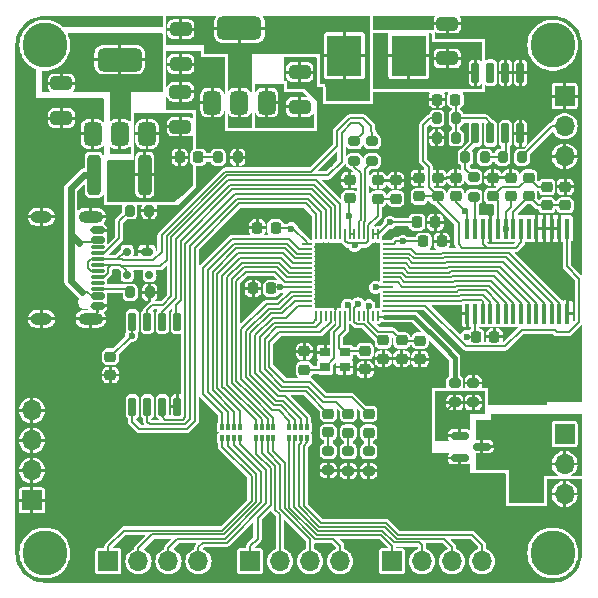
<source format=gbr>
%TF.GenerationSoftware,KiCad,Pcbnew,8.0.9-8.0.9-0~ubuntu22.04.1*%
%TF.CreationDate,2025-11-15T02:19:10+01:00*%
%TF.ProjectId,GLITCHING_FMAW,474c4954-4348-4494-9e47-5f464d41572e,rev?*%
%TF.SameCoordinates,Original*%
%TF.FileFunction,Copper,L1,Top*%
%TF.FilePolarity,Positive*%
%FSLAX46Y46*%
G04 Gerber Fmt 4.6, Leading zero omitted, Abs format (unit mm)*
G04 Created by KiCad (PCBNEW 8.0.9-8.0.9-0~ubuntu22.04.1) date 2025-11-15 02:19:10*
%MOMM*%
%LPD*%
G01*
G04 APERTURE LIST*
G04 Aperture macros list*
%AMRoundRect*
0 Rectangle with rounded corners*
0 $1 Rounding radius*
0 $2 $3 $4 $5 $6 $7 $8 $9 X,Y pos of 4 corners*
0 Add a 4 corners polygon primitive as box body*
4,1,4,$2,$3,$4,$5,$6,$7,$8,$9,$2,$3,0*
0 Add four circle primitives for the rounded corners*
1,1,$1+$1,$2,$3*
1,1,$1+$1,$4,$5*
1,1,$1+$1,$6,$7*
1,1,$1+$1,$8,$9*
0 Add four rect primitives between the rounded corners*
20,1,$1+$1,$2,$3,$4,$5,0*
20,1,$1+$1,$4,$5,$6,$7,0*
20,1,$1+$1,$6,$7,$8,$9,0*
20,1,$1+$1,$8,$9,$2,$3,0*%
G04 Aperture macros list end*
%TA.AperFunction,SMDPad,CuDef*%
%ADD10RoundRect,0.150000X-0.587500X-0.150000X0.587500X-0.150000X0.587500X0.150000X-0.587500X0.150000X0*%
%TD*%
%TA.AperFunction,SMDPad,CuDef*%
%ADD11RoundRect,0.200000X-0.200000X-0.275000X0.200000X-0.275000X0.200000X0.275000X-0.200000X0.275000X0*%
%TD*%
%TA.AperFunction,SMDPad,CuDef*%
%ADD12RoundRect,0.250000X0.650000X-0.325000X0.650000X0.325000X-0.650000X0.325000X-0.650000X-0.325000X0*%
%TD*%
%TA.AperFunction,SMDPad,CuDef*%
%ADD13RoundRect,0.225000X0.250000X-0.225000X0.250000X0.225000X-0.250000X0.225000X-0.250000X-0.225000X0*%
%TD*%
%TA.AperFunction,SMDPad,CuDef*%
%ADD14RoundRect,0.225000X-0.225000X-0.250000X0.225000X-0.250000X0.225000X0.250000X-0.225000X0.250000X0*%
%TD*%
%TA.AperFunction,ComponentPad*%
%ADD15R,1.700000X1.700000*%
%TD*%
%TA.AperFunction,ComponentPad*%
%ADD16O,1.700000X1.700000*%
%TD*%
%TA.AperFunction,SMDPad,CuDef*%
%ADD17RoundRect,0.175000X-0.325000X0.175000X-0.325000X-0.175000X0.325000X-0.175000X0.325000X0.175000X0*%
%TD*%
%TA.AperFunction,SMDPad,CuDef*%
%ADD18RoundRect,0.150000X-0.150000X0.200000X-0.150000X-0.200000X0.150000X-0.200000X0.150000X0.200000X0*%
%TD*%
%TA.AperFunction,SMDPad,CuDef*%
%ADD19RoundRect,0.225000X-0.250000X0.225000X-0.250000X-0.225000X0.250000X-0.225000X0.250000X0.225000X0*%
%TD*%
%TA.AperFunction,SMDPad,CuDef*%
%ADD20RoundRect,0.200000X0.275000X-0.200000X0.275000X0.200000X-0.275000X0.200000X-0.275000X-0.200000X0*%
%TD*%
%TA.AperFunction,SMDPad,CuDef*%
%ADD21RoundRect,0.250000X-0.650000X0.325000X-0.650000X-0.325000X0.650000X-0.325000X0.650000X0.325000X0*%
%TD*%
%TA.AperFunction,SMDPad,CuDef*%
%ADD22RoundRect,0.225000X0.225000X0.250000X-0.225000X0.250000X-0.225000X-0.250000X0.225000X-0.250000X0*%
%TD*%
%TA.AperFunction,SMDPad,CuDef*%
%ADD23R,2.950000X3.500000*%
%TD*%
%TA.AperFunction,SMDPad,CuDef*%
%ADD24R,0.320000X0.500000*%
%TD*%
%TA.AperFunction,SMDPad,CuDef*%
%ADD25RoundRect,0.375000X0.375000X-0.625000X0.375000X0.625000X-0.375000X0.625000X-0.375000X-0.625000X0*%
%TD*%
%TA.AperFunction,SMDPad,CuDef*%
%ADD26RoundRect,0.500000X1.400000X-0.500000X1.400000X0.500000X-1.400000X0.500000X-1.400000X-0.500000X0*%
%TD*%
%TA.AperFunction,SMDPad,CuDef*%
%ADD27RoundRect,0.150000X0.150000X-0.650000X0.150000X0.650000X-0.150000X0.650000X-0.150000X-0.650000X0*%
%TD*%
%TA.AperFunction,SMDPad,CuDef*%
%ADD28RoundRect,0.150000X0.150000X-0.725000X0.150000X0.725000X-0.150000X0.725000X-0.150000X-0.725000X0*%
%TD*%
%TA.AperFunction,SMDPad,CuDef*%
%ADD29RoundRect,0.200000X0.200000X0.275000X-0.200000X0.275000X-0.200000X-0.275000X0.200000X-0.275000X0*%
%TD*%
%TA.AperFunction,SMDPad,CuDef*%
%ADD30RoundRect,0.218750X0.218750X0.256250X-0.218750X0.256250X-0.218750X-0.256250X0.218750X-0.256250X0*%
%TD*%
%TA.AperFunction,SMDPad,CuDef*%
%ADD31RoundRect,0.218750X0.256250X-0.218750X0.256250X0.218750X-0.256250X0.218750X-0.256250X-0.218750X0*%
%TD*%
%TA.AperFunction,SMDPad,CuDef*%
%ADD32R,0.900000X0.800000*%
%TD*%
%TA.AperFunction,ComponentPad*%
%ADD33C,3.800000*%
%TD*%
%TA.AperFunction,SMDPad,CuDef*%
%ADD34R,0.450000X1.750000*%
%TD*%
%TA.AperFunction,SMDPad,CuDef*%
%ADD35RoundRect,0.050000X-0.387500X-0.050000X0.387500X-0.050000X0.387500X0.050000X-0.387500X0.050000X0*%
%TD*%
%TA.AperFunction,SMDPad,CuDef*%
%ADD36RoundRect,0.050000X-0.050000X-0.387500X0.050000X-0.387500X0.050000X0.387500X-0.050000X0.387500X0*%
%TD*%
%TA.AperFunction,HeatsinkPad*%
%ADD37R,3.200000X3.200000*%
%TD*%
%TA.AperFunction,SMDPad,CuDef*%
%ADD38RoundRect,0.150000X-0.425000X0.150000X-0.425000X-0.150000X0.425000X-0.150000X0.425000X0.150000X0*%
%TD*%
%TA.AperFunction,SMDPad,CuDef*%
%ADD39RoundRect,0.075000X-0.500000X0.075000X-0.500000X-0.075000X0.500000X-0.075000X0.500000X0.075000X0*%
%TD*%
%TA.AperFunction,ComponentPad*%
%ADD40O,2.100000X1.000000*%
%TD*%
%TA.AperFunction,ComponentPad*%
%ADD41O,1.800000X1.000000*%
%TD*%
%TA.AperFunction,SMDPad,CuDef*%
%ADD42RoundRect,0.250000X-0.312500X-1.450000X0.312500X-1.450000X0.312500X1.450000X-0.312500X1.450000X0*%
%TD*%
%TA.AperFunction,ViaPad*%
%ADD43C,0.600000*%
%TD*%
%TA.AperFunction,Conductor*%
%ADD44C,0.200000*%
%TD*%
%TA.AperFunction,Conductor*%
%ADD45C,0.120000*%
%TD*%
%TA.AperFunction,Conductor*%
%ADD46C,0.600000*%
%TD*%
%TA.AperFunction,Conductor*%
%ADD47C,0.400000*%
%TD*%
G04 APERTURE END LIST*
D10*
%TO.P,Q1,1,G*%
%TO.N,Net-(Q1-G)*%
X68125000Y-60050000D03*
%TO.P,Q1,2,S*%
%TO.N,GND*%
X68125000Y-61950000D03*
%TO.P,Q1,3,D*%
%TO.N,Net-(J3-Pin_2)*%
X70000000Y-61000000D03*
%TD*%
D11*
%TO.P,R5,1*%
%TO.N,GND*%
X66175000Y-34850000D03*
%TO.P,R5,2*%
%TO.N,Net-(U3A--)*%
X67825000Y-34850000D03*
%TD*%
D12*
%TO.P,C5,1*%
%TO.N,+3.3VA*%
X67050000Y-28125001D03*
%TO.P,C5,2*%
%TO.N,GND*%
X67050000Y-25174999D03*
%TD*%
D13*
%TO.P,C14,1*%
%TO.N,+3.3VA*%
X72450000Y-39775000D03*
%TO.P,C14,2*%
%TO.N,GND*%
X72450000Y-38225000D03*
%TD*%
D14*
%TO.P,C21,1*%
%TO.N,+3.3V*%
X65050000Y-43600000D03*
%TO.P,C21,2*%
%TO.N,GND*%
X66600000Y-43600000D03*
%TD*%
D15*
%TO.P,J3,1,Pin_1*%
%TO.N,+3.3VA*%
X77000000Y-59920000D03*
D16*
%TO.P,J3,2,Pin_2*%
%TO.N,Net-(J3-Pin_2)*%
X77000000Y-62460000D03*
%TO.P,J3,3,Pin_3*%
%TO.N,GND*%
X77000000Y-65000000D03*
%TD*%
D11*
%TO.P,R3,1*%
%TO.N,Net-(R3-Pad1)*%
X68600000Y-36500000D03*
%TO.P,R3,2*%
%TO.N,Net-(U3A-+)*%
X70250000Y-36500000D03*
%TD*%
D17*
%TO.P,D4,1,GND*%
%TO.N,GND*%
X41650000Y-44480000D03*
D18*
%TO.P,D4,2,I/O1*%
%TO.N,/DN*%
X39950000Y-44480000D03*
%TO.P,D4,3,I/O2*%
%TO.N,/DP*%
X39950000Y-46480000D03*
%TO.P,D4,4,VCC*%
%TO.N,VBUS*%
X41850000Y-46480000D03*
%TD*%
D14*
%TO.P,C15,1*%
%TO.N,+3.3V*%
X69500000Y-51700000D03*
%TO.P,C15,2*%
%TO.N,GND*%
X71050000Y-51700000D03*
%TD*%
D19*
%TO.P,C17,1*%
%TO.N,/x-*%
X60120710Y-52895711D03*
%TO.P,C17,2*%
%TO.N,GND*%
X60120710Y-54445711D03*
%TD*%
D15*
%TO.P,J5,1,Pin_1*%
%TO.N,Net-(J5-Pin_1)*%
X50380000Y-70700000D03*
D16*
%TO.P,J5,2,Pin_2*%
%TO.N,Net-(J5-Pin_2)*%
X52920000Y-70700000D03*
%TO.P,J5,3,Pin_3*%
%TO.N,Net-(J5-Pin_3)*%
X55459999Y-70700000D03*
%TO.P,J5,4,Pin_4*%
%TO.N,Net-(J5-Pin_4)*%
X58000000Y-70700000D03*
%TD*%
D20*
%TO.P,R14,1*%
%TO.N,GND*%
X58700000Y-63050000D03*
%TO.P,R14,2*%
%TO.N,Net-(D3-K)*%
X58700000Y-61400000D03*
%TD*%
%TO.P,R13,1*%
%TO.N,GND*%
X60400000Y-63050000D03*
%TO.P,R13,2*%
%TO.N,Net-(D2-K)*%
X60400000Y-61400000D03*
%TD*%
D11*
%TO.P,R4,1*%
%TO.N,Net-(U3A-+)*%
X71750000Y-36500000D03*
%TO.P,R4,2*%
%TO.N,Net-(J2-Pin_2)*%
X73400000Y-36500000D03*
%TD*%
D21*
%TO.P,C4,1*%
%TO.N,Net-(U2-VO)*%
X44500000Y-25650000D03*
%TO.P,C4,2*%
%TO.N,GND*%
X44500000Y-28600002D03*
%TD*%
D19*
%TO.P,C26,1*%
%TO.N,+1V1*%
X61650000Y-52000000D03*
%TO.P,C26,2*%
%TO.N,GND*%
X61650000Y-53550000D03*
%TD*%
%TO.P,C20,1*%
%TO.N,+3.3V*%
X63200000Y-52000000D03*
%TO.P,C20,2*%
%TO.N,GND*%
X63200000Y-53550000D03*
%TD*%
D13*
%TO.P,C27,1*%
%TO.N,+1V1*%
X61200000Y-40000000D03*
%TO.P,C27,2*%
%TO.N,GND*%
X61200000Y-38450000D03*
%TD*%
D22*
%TO.P,C25,1*%
%TO.N,+3.3V*%
X52175000Y-47600000D03*
%TO.P,C25,2*%
%TO.N,GND*%
X50625000Y-47600000D03*
%TD*%
D13*
%TO.P,C12,1*%
%TO.N,/TS*%
X77050000Y-40550000D03*
%TO.P,C12,2*%
%TO.N,GND*%
X77050000Y-39000000D03*
%TD*%
D15*
%TO.P,J2,1,Pin_1*%
%TO.N,GND*%
X77000000Y-31320001D03*
D16*
%TO.P,J2,2,Pin_2*%
%TO.N,Net-(J2-Pin_2)*%
X77000000Y-33860001D03*
%TO.P,J2,3,Pin_3*%
%TO.N,GND*%
X77000000Y-36400000D03*
%TD*%
D15*
%TO.P,J6,1,Pin_1*%
%TO.N,Net-(J6-Pin_1)*%
X62380000Y-70700000D03*
D16*
%TO.P,J6,2,Pin_2*%
%TO.N,Net-(J6-Pin_2)*%
X64920000Y-70700000D03*
%TO.P,J6,3,Pin_3*%
%TO.N,Net-(J6-Pin_3)*%
X67459999Y-70700000D03*
%TO.P,J6,4,Pin_4*%
%TO.N,Net-(J6-Pin_4)*%
X70000000Y-70700000D03*
%TD*%
D12*
%TO.P,C3,1*%
%TO.N,VBUS*%
X54575000Y-32225002D03*
%TO.P,C3,2*%
%TO.N,GND*%
X54575000Y-29275000D03*
%TD*%
D21*
%TO.P,C2,1*%
%TO.N,+3.3V*%
X34400000Y-30224999D03*
%TO.P,C2,2*%
%TO.N,GND*%
X34400000Y-33175001D03*
%TD*%
D23*
%TO.P,L1,1,1*%
%TO.N,Net-(U2-VO)*%
X58350000Y-27875000D03*
%TO.P,L1,2,2*%
%TO.N,+3.3VA*%
X63800000Y-27875000D03*
%TD*%
D19*
%TO.P,C16,1*%
%TO.N,+3.3V*%
X38550000Y-53375000D03*
%TO.P,C16,2*%
%TO.N,GND*%
X38550000Y-54925000D03*
%TD*%
D24*
%TO.P,RN2,1,R1.1*%
%TO.N,/IO7*%
X52350000Y-59300001D03*
%TO.P,RN2,2,R2.1*%
%TO.N,/IO6*%
X51850000Y-59300000D03*
%TO.P,RN2,3,R3.1*%
%TO.N,/IO5*%
X51350000Y-59300000D03*
%TO.P,RN2,4,R4.1*%
%TO.N,/IO4*%
X50850000Y-59300001D03*
%TO.P,RN2,5,R4.2*%
%TO.N,Net-(J5-Pin_1)*%
X50850000Y-60299999D03*
%TO.P,RN2,6,R3.2*%
%TO.N,Net-(J5-Pin_2)*%
X51350000Y-60300000D03*
%TO.P,RN2,7,R2.2*%
%TO.N,Net-(J5-Pin_3)*%
X51850000Y-60300000D03*
%TO.P,RN2,8,R1.2*%
%TO.N,Net-(J5-Pin_4)*%
X52350000Y-60299999D03*
%TD*%
D12*
%TO.P,C1,1*%
%TO.N,VBUS*%
X44475000Y-33895002D03*
%TO.P,C1,2*%
%TO.N,GND*%
X44475000Y-30945000D03*
%TD*%
D25*
%TO.P,U2,1,GND*%
%TO.N,GND*%
X47170000Y-31860001D03*
%TO.P,U2,2,VO*%
%TO.N,Net-(U2-VO)*%
X49470000Y-31860000D03*
D26*
X49470000Y-25560002D03*
D25*
%TO.P,U2,3,VI*%
%TO.N,VBUS*%
X51770000Y-31860001D03*
%TD*%
D27*
%TO.P,U5,1,~{CS}*%
%TO.N,/CS*%
X40395000Y-57600000D03*
%TO.P,U5,2,DO(IO1)*%
%TO.N,/SD1*%
X41665000Y-57600000D03*
%TO.P,U5,3,IO2*%
%TO.N,/SD2*%
X42935000Y-57600000D03*
%TO.P,U5,4,GND*%
%TO.N,GND*%
X44205000Y-57600000D03*
%TO.P,U5,5,DI(IO0)*%
%TO.N,/SD0*%
X44205000Y-50400000D03*
%TO.P,U5,6,CLK*%
%TO.N,/SCK*%
X42935000Y-50400000D03*
%TO.P,U5,7,IO3*%
%TO.N,/SD3*%
X41665000Y-50400000D03*
%TO.P,U5,8,VCC*%
%TO.N,+3.3V*%
X40395000Y-50400000D03*
%TD*%
D28*
%TO.P,U3,1*%
%TO.N,Net-(R3-Pad1)*%
X69445002Y-34475000D03*
%TO.P,U3,2,-*%
%TO.N,Net-(U3A--)*%
X70715001Y-34475000D03*
%TO.P,U3,3,+*%
%TO.N,Net-(U3A-+)*%
X71985001Y-34475000D03*
%TO.P,U3,4,V-*%
%TO.N,GND*%
X73255000Y-34475000D03*
%TO.P,U3,5,+*%
X73255000Y-29325000D03*
%TO.P,U3,6,-*%
X71985001Y-29325000D03*
%TO.P,U3,7*%
%TO.N,unconnected-(U3-Pad7)*%
X70715001Y-29325000D03*
%TO.P,U3,8,V+*%
%TO.N,+3.3VA*%
X69445002Y-29325000D03*
%TD*%
D20*
%TO.P,R8,1*%
%TO.N,/D+*%
X59200000Y-36800000D03*
%TO.P,R8,2*%
%TO.N,/DP*%
X59200000Y-35150000D03*
%TD*%
D22*
%TO.P,C24,1*%
%TO.N,+3.3V*%
X52525000Y-42450000D03*
%TO.P,C24,2*%
%TO.N,GND*%
X50975000Y-42450000D03*
%TD*%
D20*
%TO.P,R10,1*%
%TO.N,Net-(Q1-G)*%
X67700000Y-57250000D03*
%TO.P,R10,2*%
%TO.N,/IO17*%
X67700000Y-55600000D03*
%TD*%
D29*
%TO.P,R6,1*%
%TO.N,Net-(U3A--)*%
X67825000Y-33200000D03*
%TO.P,R6,2*%
%TO.N,V_REF*%
X66175000Y-33200000D03*
%TD*%
D19*
%TO.P,C18,1*%
%TO.N,GND*%
X54970711Y-52920710D03*
%TO.P,C18,2*%
%TO.N,/x+*%
X54970711Y-54470710D03*
%TD*%
D30*
%TO.P,D5,1,K*%
%TO.N,Net-(D5-K)*%
X46000000Y-36500000D03*
%TO.P,D5,2,A*%
%TO.N,VBUS*%
X44424998Y-36500000D03*
%TD*%
D13*
%TO.P,C22,1*%
%TO.N,+3.3V*%
X58800000Y-39975000D03*
%TO.P,C22,2*%
%TO.N,GND*%
X58800000Y-38425000D03*
%TD*%
D29*
%TO.P,R27,1*%
%TO.N,GND*%
X49325000Y-36500000D03*
%TO.P,R27,2*%
%TO.N,Net-(D5-K)*%
X47675000Y-36500000D03*
%TD*%
D31*
%TO.P,D2,1,K*%
%TO.N,Net-(D2-K)*%
X60400000Y-59800000D03*
%TO.P,D2,2,A*%
%TO.N,/IO15*%
X60400000Y-58224998D03*
%TD*%
D13*
%TO.P,C8,1*%
%TO.N,V_REF*%
X66250000Y-39800000D03*
%TO.P,C8,2*%
%TO.N,GND*%
X66250000Y-38250000D03*
%TD*%
D20*
%TO.P,R9,1*%
%TO.N,/D-*%
X60725000Y-36800000D03*
%TO.P,R9,2*%
%TO.N,/DN*%
X60725000Y-35150000D03*
%TD*%
D13*
%TO.P,C6,1*%
%TO.N,+3.3VA*%
X67775000Y-39775000D03*
%TO.P,C6,2*%
%TO.N,GND*%
X67775000Y-38225000D03*
%TD*%
D29*
%TO.P,R1,1*%
%TO.N,GND*%
X41825000Y-41000000D03*
%TO.P,R1,2*%
%TO.N,/cc1*%
X40175000Y-41000000D03*
%TD*%
D13*
%TO.P,C9,1*%
%TO.N,V_REF*%
X64700000Y-39800000D03*
%TO.P,C9,2*%
%TO.N,GND*%
X64700000Y-38250000D03*
%TD*%
D32*
%TO.P,Y1,1,1*%
%TO.N,/x-*%
X58370711Y-52995710D03*
%TO.P,Y1,2,2*%
%TO.N,GND*%
X56720711Y-52995710D03*
%TO.P,Y1,3,3*%
%TO.N,/x+*%
X56720711Y-54245710D03*
%TO.P,Y1,4,4*%
%TO.N,GND*%
X58370711Y-54245710D03*
%TD*%
D19*
%TO.P,C19,1*%
%TO.N,+3.3V*%
X64750000Y-52025000D03*
%TO.P,C19,2*%
%TO.N,GND*%
X64750000Y-53575000D03*
%TD*%
D33*
%TO.P,H1,1*%
%TO.N,N/C*%
X33000000Y-27000000D03*
%TD*%
D34*
%TO.P,U6,1,AVSS*%
%TO.N,GND*%
X68765000Y-49730000D03*
%TO.P,U6,2,DRVDD*%
%TO.N,+3.3V*%
X69415000Y-49730000D03*
%TO.P,U6,3,D0*%
%TO.N,/D0*%
X70065000Y-49730000D03*
%TO.P,U6,4,D1*%
%TO.N,/D1*%
X70715000Y-49729999D03*
%TO.P,U6,5,D2*%
%TO.N,/D2*%
X71365000Y-49730000D03*
%TO.P,U6,6,D3*%
%TO.N,/D3*%
X72014999Y-49730000D03*
%TO.P,U6,7,D4*%
%TO.N,/D4*%
X72665000Y-49730000D03*
%TO.P,U6,8,D5*%
%TO.N,/D5*%
X73315000Y-49730000D03*
%TO.P,U6,9,D6*%
%TO.N,/D6*%
X73965001Y-49730000D03*
%TO.P,U6,10,D7*%
%TO.N,/D7*%
X74615000Y-49730000D03*
%TO.P,U6,11,D8*%
%TO.N,/D8*%
X75265000Y-49729999D03*
%TO.P,U6,12,D9*%
%TO.N,/D9*%
X75915000Y-49730000D03*
%TO.P,U6,13,OTR*%
%TO.N,/OTR*%
X76565000Y-49730000D03*
%TO.P,U6,14,DRVSS*%
%TO.N,GND*%
X77215000Y-49730000D03*
%TO.P,U6,15,CLK*%
%TO.N,/CLK*%
X77215000Y-42530000D03*
%TO.P,U6,16,THREE_STATE*%
%TO.N,GND*%
X76565000Y-42530000D03*
%TO.P,U6,17,STBY*%
X75915000Y-42530000D03*
%TO.P,U6,18,RFSENSE*%
X75265000Y-42530001D03*
%TO.P,U6,19,CLAMP*%
X74615000Y-42530000D03*
%TO.P,U6,20,CLAMPIN*%
%TO.N,unconnected-(U6-CLAMPIN-Pad20)*%
X73965001Y-42530000D03*
%TO.P,U6,21,REFTS*%
%TO.N,V_REF*%
X73315000Y-42530000D03*
%TO.P,U6,22,REFTF*%
%TO.N,/TS*%
X72665000Y-42530000D03*
%TO.P,U6,23,MODE*%
%TO.N,+3.3VA*%
X72014999Y-42530000D03*
%TO.P,U6,24,REFBF*%
%TO.N,/TF*%
X71365000Y-42530000D03*
%TO.P,U6,25,REFBS*%
%TO.N,GND*%
X70715000Y-42530001D03*
%TO.P,U6,26,VREF*%
%TO.N,V_REF*%
X70065000Y-42530000D03*
%TO.P,U6,27,AIN*%
%TO.N,/AIN*%
X69415000Y-42530000D03*
%TO.P,U6,28,AVDD*%
%TO.N,+3.3VA*%
X68765000Y-42530000D03*
%TD*%
D22*
%TO.P,C7,1*%
%TO.N,Net-(U3A--)*%
X67750000Y-31600000D03*
%TO.P,C7,2*%
%TO.N,GND*%
X66200000Y-31600000D03*
%TD*%
D35*
%TO.P,U4,1,IOVDD*%
%TO.N,+3.3V*%
X55152500Y-43860000D03*
%TO.P,U4,2,GPIO0*%
%TO.N,/IO0*%
X55152500Y-44260001D03*
%TO.P,U4,3,GPIO1*%
%TO.N,/IO1*%
X55152500Y-44660000D03*
%TO.P,U4,4,GPIO2*%
%TO.N,/IO2*%
X55152500Y-45060000D03*
%TO.P,U4,5,GPIO3*%
%TO.N,/IO3*%
X55152500Y-45460000D03*
%TO.P,U4,6,GPIO4*%
%TO.N,/IO4*%
X55152500Y-45859999D03*
%TO.P,U4,7,GPIO5*%
%TO.N,/IO5*%
X55152500Y-46260000D03*
%TO.P,U4,8,GPIO6*%
%TO.N,/IO6*%
X55152500Y-46660000D03*
%TO.P,U4,9,GPIO7*%
%TO.N,/IO7*%
X55152500Y-47060001D03*
%TO.P,U4,10,IOVDD*%
%TO.N,+3.3V*%
X55152500Y-47460000D03*
%TO.P,U4,11,GPIO8*%
%TO.N,/IO8*%
X55152500Y-47860000D03*
%TO.P,U4,12,GPIO9*%
%TO.N,/IO9*%
X55152500Y-48260000D03*
%TO.P,U4,13,GPIO10*%
%TO.N,/IO10*%
X55152500Y-48659999D03*
%TO.P,U4,14,GPIO11*%
%TO.N,/IO11*%
X55152500Y-49060000D03*
D36*
%TO.P,U4,15,GPIO12*%
%TO.N,/IO12*%
X55990000Y-49897500D03*
%TO.P,U4,16,GPIO13*%
%TO.N,/IO13*%
X56390001Y-49897500D03*
%TO.P,U4,17,GPIO14*%
%TO.N,unconnected-(U4-GPIO14-Pad17)*%
X56790000Y-49897500D03*
%TO.P,U4,18,GPIO15*%
%TO.N,/IO15*%
X57190000Y-49897500D03*
%TO.P,U4,19,TESTEN*%
%TO.N,GND*%
X57590000Y-49897500D03*
%TO.P,U4,20,XIN*%
%TO.N,/x+*%
X57989999Y-49897500D03*
%TO.P,U4,21,XOUT*%
%TO.N,/x-*%
X58390000Y-49897500D03*
%TO.P,U4,22,IOVDD*%
%TO.N,+3.3V*%
X58790000Y-49897500D03*
%TO.P,U4,23,DVDD*%
%TO.N,+1V1*%
X59190001Y-49897500D03*
%TO.P,U4,24,SWCLK*%
%TO.N,unconnected-(U4-SWCLK-Pad24)*%
X59590000Y-49897500D03*
%TO.P,U4,25,SWD*%
%TO.N,unconnected-(U4-SWD-Pad25)*%
X59990000Y-49897500D03*
%TO.P,U4,26,RUN*%
%TO.N,+3.3V*%
X60390000Y-49897500D03*
%TO.P,U4,27,GPIO16*%
%TO.N,unconnected-(U4-GPIO16-Pad27)*%
X60789999Y-49897500D03*
%TO.P,U4,28,GPIO17*%
%TO.N,/IO17*%
X61190000Y-49897500D03*
D35*
%TO.P,U4,29,GPIO18*%
%TO.N,/CLK*%
X62027500Y-49060000D03*
%TO.P,U4,30,GPIO19*%
%TO.N,/D0*%
X62027500Y-48659999D03*
%TO.P,U4,31,GPIO20*%
%TO.N,/D1*%
X62027500Y-48260000D03*
%TO.P,U4,32,GPIO21*%
%TO.N,/D2*%
X62027500Y-47860000D03*
%TO.P,U4,33,IOVDD*%
%TO.N,+3.3V*%
X62027500Y-47460000D03*
%TO.P,U4,34,GPIO22*%
%TO.N,/D3*%
X62027500Y-47060001D03*
%TO.P,U4,35,GPIO23*%
%TO.N,/D4*%
X62027500Y-46660000D03*
%TO.P,U4,36,GPIO24*%
%TO.N,/D5*%
X62027500Y-46260000D03*
%TO.P,U4,37,GPIO25*%
%TO.N,/D6*%
X62027500Y-45859999D03*
%TO.P,U4,38,GPIO26_ADC0*%
%TO.N,/D7*%
X62027500Y-45460000D03*
%TO.P,U4,39,GPIO27_ADC1*%
%TO.N,/D8*%
X62027500Y-45060000D03*
%TO.P,U4,40,GPIO28_ADC2*%
%TO.N,/D9*%
X62027500Y-44660000D03*
%TO.P,U4,41,GPIO29_ADC3*%
%TO.N,/OTR*%
X62027500Y-44260001D03*
%TO.P,U4,42,IOVDD*%
%TO.N,+3.3V*%
X62027500Y-43860000D03*
D36*
%TO.P,U4,43,ADC_AVDD*%
X61190000Y-43022500D03*
%TO.P,U4,44,VREG_IN*%
X60789999Y-43022500D03*
%TO.P,U4,45,VREG_VOUT*%
%TO.N,+1V1*%
X60390000Y-43022500D03*
%TO.P,U4,46,USB_DM*%
%TO.N,/D-*%
X59990000Y-43022500D03*
%TO.P,U4,47,USB_DP*%
%TO.N,/D+*%
X59590000Y-43022500D03*
%TO.P,U4,48,USB_VDD*%
%TO.N,+3.3V*%
X59190001Y-43022500D03*
%TO.P,U4,49,IOVDD*%
X58790000Y-43022500D03*
%TO.P,U4,50,DVDD*%
%TO.N,+1V1*%
X58390000Y-43022500D03*
%TO.P,U4,51,QSPI_SD3*%
%TO.N,/SD3*%
X57989999Y-43022500D03*
%TO.P,U4,52,QSPI_SCLK*%
%TO.N,/SCK*%
X57590000Y-43022500D03*
%TO.P,U4,53,QSPI_SD0*%
%TO.N,/SD0*%
X57190000Y-43022500D03*
%TO.P,U4,54,QSPI_SD2*%
%TO.N,/SD2*%
X56790000Y-43022500D03*
%TO.P,U4,55,QSPI_SD1*%
%TO.N,/SD1*%
X56390001Y-43022500D03*
%TO.P,U4,56,QSPI_SS*%
%TO.N,/CS*%
X55990000Y-43022500D03*
D37*
%TO.P,U4,57,GND*%
%TO.N,GND*%
X58590000Y-46460000D03*
%TD*%
D33*
%TO.P,H2,1*%
%TO.N,N/C*%
X33000000Y-70000000D03*
%TD*%
D13*
%TO.P,C28,1*%
%TO.N,+1V1*%
X62700000Y-40000000D03*
%TO.P,C28,2*%
%TO.N,GND*%
X62700000Y-38450000D03*
%TD*%
D29*
%TO.P,R2,1*%
%TO.N,GND*%
X41875000Y-47925000D03*
%TO.P,R2,2*%
%TO.N,/cc2*%
X40225000Y-47925000D03*
%TD*%
D15*
%TO.P,J4,1,Pin_1*%
%TO.N,Net-(J4-Pin_1)*%
X38380000Y-70700000D03*
D16*
%TO.P,J4,2,Pin_2*%
%TO.N,Net-(J4-Pin_2)*%
X40920000Y-70700000D03*
%TO.P,J4,3,Pin_3*%
%TO.N,Net-(J4-Pin_3)*%
X43459999Y-70700000D03*
%TO.P,J4,4,Pin_4*%
%TO.N,Net-(J4-Pin_4)*%
X46000000Y-70700000D03*
%TD*%
D24*
%TO.P,RN3,1,R1.1*%
%TO.N,/IO11*%
X55200000Y-59300002D03*
%TO.P,RN3,2,R2.1*%
%TO.N,/IO10*%
X54700000Y-59300001D03*
%TO.P,RN3,3,R3.1*%
%TO.N,/IO9*%
X54200000Y-59300001D03*
%TO.P,RN3,4,R4.1*%
%TO.N,/IO8*%
X53700000Y-59300002D03*
%TO.P,RN3,5,R4.2*%
%TO.N,Net-(J6-Pin_1)*%
X53700000Y-60300000D03*
%TO.P,RN3,6,R3.2*%
%TO.N,Net-(J6-Pin_2)*%
X54200000Y-60300001D03*
%TO.P,RN3,7,R2.2*%
%TO.N,Net-(J6-Pin_3)*%
X54700000Y-60300001D03*
%TO.P,RN3,8,R1.2*%
%TO.N,Net-(J6-Pin_4)*%
X55200000Y-60300000D03*
%TD*%
D13*
%TO.P,C11,1*%
%TO.N,/TS*%
X75500000Y-40550000D03*
%TO.P,C11,2*%
%TO.N,/TF*%
X75500000Y-39000000D03*
%TD*%
D38*
%TO.P,J1,A1,GND*%
%TO.N,GND*%
X37455000Y-42660000D03*
%TO.P,J1,A4,VBUS*%
%TO.N,Net-(F1-Pad1)*%
X37455000Y-43460000D03*
D39*
%TO.P,J1,A5,CC1*%
%TO.N,/cc1*%
X37454999Y-44610000D03*
%TO.P,J1,A6,D+*%
%TO.N,/DP*%
X37455000Y-45610000D03*
%TO.P,J1,A7,D-*%
%TO.N,/DN*%
X37455000Y-46110000D03*
%TO.P,J1,A8,SBU1*%
%TO.N,unconnected-(J1-SBU1-PadA8)*%
X37454999Y-47110000D03*
D38*
%TO.P,J1,A9,VBUS*%
%TO.N,Net-(F1-Pad1)*%
X37455000Y-48260000D03*
%TO.P,J1,A12,GND*%
%TO.N,GND*%
X37455000Y-49060000D03*
%TO.P,J1,B1,GND*%
X37455000Y-49060000D03*
%TO.P,J1,B4,VBUS*%
%TO.N,Net-(F1-Pad1)*%
X37455000Y-48260000D03*
D39*
%TO.P,J1,B5,CC2*%
%TO.N,/cc2*%
X37455000Y-47610000D03*
%TO.P,J1,B6,D+*%
%TO.N,/DP*%
X37455000Y-46610000D03*
%TO.P,J1,B7,D-*%
%TO.N,/DN*%
X37455000Y-45110000D03*
%TO.P,J1,B8,SBU2*%
%TO.N,unconnected-(J1-SBU2-PadB8)*%
X37455000Y-44110000D03*
D38*
%TO.P,J1,B9,VBUS*%
%TO.N,Net-(F1-Pad1)*%
X37455000Y-43460000D03*
%TO.P,J1,B12,GND*%
%TO.N,GND*%
X37455000Y-42660000D03*
D40*
%TO.P,J1,S1,SHIELD*%
X36880000Y-41540000D03*
D41*
X32700000Y-41540000D03*
D40*
X36880000Y-50180000D03*
D41*
X32700000Y-50180000D03*
%TD*%
D20*
%TO.P,R12,1*%
%TO.N,GND*%
X57000000Y-63000000D03*
%TO.P,R12,2*%
%TO.N,Net-(D1-K)*%
X57000000Y-61350000D03*
%TD*%
D14*
%TO.P,C23,1*%
%TO.N,+3.3V*%
X64500000Y-42000000D03*
%TO.P,C23,2*%
%TO.N,GND*%
X66050000Y-42000000D03*
%TD*%
D31*
%TO.P,D3,1,K*%
%TO.N,Net-(D3-K)*%
X58700000Y-59800000D03*
%TO.P,D3,2,A*%
%TO.N,/IO13*%
X58700000Y-58224998D03*
%TD*%
D42*
%TO.P,F1,1*%
%TO.N,Net-(F1-Pad1)*%
X37175000Y-37975000D03*
%TO.P,F1,2*%
%TO.N,VBUS*%
X41450000Y-37975000D03*
%TD*%
D13*
%TO.P,C13,1*%
%TO.N,/TF*%
X70925000Y-39775000D03*
%TO.P,C13,2*%
%TO.N,GND*%
X70925000Y-38225000D03*
%TD*%
D24*
%TO.P,RN1,1,R1.1*%
%TO.N,/IO3*%
X49500000Y-59300002D03*
%TO.P,RN1,2,R2.1*%
%TO.N,/IO2*%
X49000000Y-59300001D03*
%TO.P,RN1,3,R3.1*%
%TO.N,/IO1*%
X48500000Y-59300001D03*
%TO.P,RN1,4,R4.1*%
%TO.N,/IO0*%
X48000000Y-59300002D03*
%TO.P,RN1,5,R4.2*%
%TO.N,Net-(J4-Pin_1)*%
X48000000Y-60300000D03*
%TO.P,RN1,6,R3.2*%
%TO.N,Net-(J4-Pin_2)*%
X48500000Y-60300001D03*
%TO.P,RN1,7,R2.2*%
%TO.N,Net-(J4-Pin_3)*%
X49000000Y-60300001D03*
%TO.P,RN1,8,R1.2*%
%TO.N,Net-(J4-Pin_4)*%
X49500000Y-60300000D03*
%TD*%
D13*
%TO.P,C10,1*%
%TO.N,/TS*%
X73975000Y-39775000D03*
%TO.P,C10,2*%
%TO.N,/TF*%
X73975000Y-38225000D03*
%TD*%
D33*
%TO.P,H4,1*%
%TO.N,N/C*%
X76000000Y-27000000D03*
%TD*%
D25*
%TO.P,U1,1,GND*%
%TO.N,GND*%
X37042500Y-34515001D03*
%TO.P,U1,2,VO*%
%TO.N,+3.3V*%
X39342500Y-34515000D03*
D26*
X39342500Y-28215002D03*
D25*
%TO.P,U1,3,VI*%
%TO.N,VBUS*%
X41642500Y-34515001D03*
%TD*%
D15*
%TO.P,J7,1,Pin_1*%
%TO.N,GND*%
X31900000Y-65540000D03*
D16*
%TO.P,J7,2,Pin_2*%
X31900000Y-63000000D03*
%TO.P,J7,3,Pin_3*%
X31900000Y-60460001D03*
%TO.P,J7,4,Pin_4*%
X31900000Y-57920000D03*
%TD*%
D20*
%TO.P,R7,1*%
%TO.N,/AIN*%
X69300000Y-39825000D03*
%TO.P,R7,2*%
%TO.N,Net-(R3-Pad1)*%
X69300000Y-38175000D03*
%TD*%
%TO.P,R11,1*%
%TO.N,Net-(Q1-G)*%
X69250000Y-57250000D03*
%TO.P,R11,2*%
%TO.N,GND*%
X69250000Y-55600000D03*
%TD*%
D33*
%TO.P,H3,1*%
%TO.N,N/C*%
X76000000Y-70000000D03*
%TD*%
D31*
%TO.P,D1,1,K*%
%TO.N,Net-(D1-K)*%
X57000000Y-59787501D03*
%TO.P,D1,2,A*%
%TO.N,/IO12*%
X57000000Y-58212499D03*
%TD*%
D43*
%TO.N,+3.3VA*%
X72014999Y-42530000D03*
%TO.N,GND*%
X67250000Y-42500000D03*
X72250000Y-51250000D03*
X49750000Y-41750000D03*
X57100000Y-37100000D03*
X70750000Y-41200000D03*
X62800000Y-36800000D03*
X65500000Y-40750000D03*
X56500000Y-35400000D03*
X75500000Y-45500000D03*
X54600000Y-30400000D03*
X62000000Y-56000000D03*
X67070000Y-49580000D03*
X69000000Y-54000000D03*
X42750000Y-41250000D03*
X50250000Y-49250000D03*
X47250000Y-34750000D03*
X57500000Y-38700000D03*
X63500000Y-50800000D03*
X73250000Y-53500000D03*
X46716003Y-38122809D03*
X53250000Y-53000000D03*
%TO.N,VBUS*%
X44475000Y-33895002D03*
X41500000Y-38000000D03*
X41900000Y-46500000D03*
X51750000Y-32000000D03*
%TO.N,+3.3V*%
X41750000Y-28250000D03*
X39255469Y-30742294D03*
X39250000Y-29750000D03*
X36750000Y-28250000D03*
X62206250Y-42006250D03*
X61000000Y-47500000D03*
X53875000Y-42525000D03*
X60424403Y-49059399D03*
X63300000Y-43600000D03*
X35500000Y-28250000D03*
X58630602Y-48993034D03*
X52875000Y-47460000D03*
X68700000Y-51675000D03*
X40337500Y-51587500D03*
X58725000Y-41475000D03*
X39250000Y-32750000D03*
X39250000Y-31750000D03*
%TO.N,+3.3VA*%
X66000000Y-30000000D03*
X68000000Y-30000000D03*
X67000000Y-30000000D03*
X68550000Y-41050000D03*
%TO.N,+1V1*%
X59500000Y-48900000D03*
X59228225Y-43960000D03*
%TO.N,+3.3VA*%
X72450000Y-39775000D03*
%TD*%
D44*
%TO.N,/DP*%
X39395253Y-45585000D02*
X39950000Y-46139747D01*
X39950000Y-46139747D02*
X39950000Y-46480000D01*
%TO.N,Net-(Q1-G)*%
X67700000Y-57250000D02*
X66500000Y-58450000D01*
X66500000Y-58450000D02*
X66500000Y-59500000D01*
X66500000Y-59500000D02*
X67050000Y-60050000D01*
X67050000Y-60050000D02*
X68125000Y-60050000D01*
D45*
%TO.N,Net-(J3-Pin_2)*%
X72500000Y-61500000D02*
X73500000Y-61500000D01*
X73500000Y-61500000D02*
X74500000Y-62500000D01*
X72000000Y-61000000D02*
X72500000Y-61500000D01*
X70000000Y-61000000D02*
X72000000Y-61000000D01*
X74500000Y-62500000D02*
X75000000Y-62500000D01*
X75040000Y-62460000D02*
X77000000Y-62460000D01*
X75000000Y-62500000D02*
X75040000Y-62460000D01*
D44*
%TO.N,GND*%
X68765000Y-49730000D02*
X67220000Y-49730000D01*
X67220000Y-49730000D02*
X67070000Y-49580000D01*
X70715000Y-41235000D02*
X70750000Y-41200000D01*
X70715000Y-42530001D02*
X70715000Y-41235000D01*
D46*
%TO.N,VBUS*%
X51770000Y-31860001D02*
X51770000Y-31980000D01*
X41475000Y-37975000D02*
X41500000Y-38000000D01*
X41450000Y-37975000D02*
X41475000Y-37975000D01*
X51770000Y-31980000D02*
X51750000Y-32000000D01*
D44*
%TO.N,+3.3V*%
X58725000Y-41475000D02*
X58725000Y-40050000D01*
X61190000Y-43022500D02*
X62206250Y-42006250D01*
X62725000Y-43600000D02*
X62512500Y-43812500D01*
X58725000Y-40050000D02*
X58800000Y-39975000D01*
X62725000Y-43600000D02*
X63300000Y-43600000D01*
X62465000Y-43860000D02*
X62512500Y-43812500D01*
X61208639Y-51250000D02*
X60389999Y-50431360D01*
X53875000Y-42525000D02*
X54025000Y-42525000D01*
X65050000Y-43600000D02*
X62725000Y-43600000D01*
X62027500Y-43860000D02*
X62465000Y-43860000D01*
X69500000Y-51700000D02*
X68725000Y-51700000D01*
X54025000Y-42525000D02*
X55152500Y-43652500D01*
X40395000Y-50400000D02*
X40395000Y-51530000D01*
X55152500Y-43652500D02*
X55152500Y-43860000D01*
X63200000Y-52000000D02*
X62450000Y-51250000D01*
X60789999Y-43022500D02*
X61190000Y-43022500D01*
X61040000Y-47460000D02*
X61000000Y-47500000D01*
X58790000Y-49152432D02*
X58630602Y-48993034D01*
X68725000Y-51700000D02*
X68700000Y-51675000D01*
X69415000Y-49730000D02*
X69415000Y-51615000D01*
X62212500Y-42000000D02*
X64500000Y-42000000D01*
X53800000Y-42450000D02*
X52525000Y-42450000D01*
X60390000Y-49897500D02*
X60390000Y-49093802D01*
X52875000Y-47460000D02*
X52315000Y-47460000D01*
X58790000Y-49897500D02*
X58790000Y-49152432D01*
X64750000Y-52025000D02*
X63225000Y-52025000D01*
X62206250Y-42006250D02*
X62212500Y-42000000D01*
X55152500Y-47460000D02*
X52875000Y-47460000D01*
X40337500Y-51587500D02*
X38550000Y-53375000D01*
X62027500Y-47460000D02*
X61040000Y-47460000D01*
X62450000Y-51250000D02*
X61208639Y-51250000D01*
X58725000Y-41475000D02*
X58790000Y-41540000D01*
X60390000Y-49093802D02*
X60424403Y-49059399D01*
X58790000Y-41540000D02*
X58790000Y-43022500D01*
X60389999Y-50431360D02*
X60390000Y-49897500D01*
X69415000Y-51615000D02*
X69500000Y-51700000D01*
X59190001Y-43022500D02*
X58790000Y-43022500D01*
X63225000Y-52025000D02*
X63200000Y-52000000D01*
X40395000Y-51530000D02*
X40337500Y-51587500D01*
X53875000Y-42525000D02*
X53800000Y-42450000D01*
X52315000Y-47460000D02*
X52175000Y-47600000D01*
%TO.N,+3.3VA*%
X67775000Y-40275000D02*
X68550000Y-41050000D01*
X72014999Y-41160001D02*
X72450000Y-40725000D01*
X67775000Y-39775000D02*
X67775000Y-40275000D01*
X72450000Y-40725000D02*
X72450000Y-39775000D01*
X68765000Y-42530000D02*
X68765000Y-41265000D01*
X68765000Y-41265000D02*
X68550000Y-41050000D01*
X64050001Y-28125001D02*
X63800000Y-27875000D01*
X72014999Y-42530000D02*
X72014999Y-41160001D01*
%TO.N,Net-(U3A--)*%
X67825000Y-34850000D02*
X67825000Y-33200000D01*
X70715001Y-33600001D02*
X70315000Y-33200000D01*
X67825000Y-33200000D02*
X67825000Y-31675000D01*
X67825000Y-31675000D02*
X67750000Y-31600000D01*
X70715001Y-34475000D02*
X70715001Y-33600001D01*
X70315000Y-33200000D02*
X67825000Y-33200000D01*
%TO.N,V_REF*%
X70395000Y-44150000D02*
X70625000Y-44150000D01*
X68300000Y-44150000D02*
X70625000Y-44150000D01*
X65475000Y-37275000D02*
X65475000Y-39025000D01*
X68025000Y-42025000D02*
X68025000Y-43875000D01*
X70065000Y-42530000D02*
X70065000Y-43820000D01*
X66175000Y-33200000D02*
X65600000Y-33200000D01*
X66250000Y-39800000D02*
X66250000Y-40250000D01*
X68025000Y-43875000D02*
X68300000Y-44150000D01*
X70625000Y-44150000D02*
X72855000Y-44150000D01*
X65000000Y-36800000D02*
X65475000Y-37275000D01*
X65600000Y-33200000D02*
X65000000Y-33800000D01*
X70065000Y-43820000D02*
X70395000Y-44150000D01*
X66250000Y-40250000D02*
X68025000Y-42025000D01*
X65475000Y-39025000D02*
X66250000Y-39800000D01*
X73315000Y-43690000D02*
X73315000Y-42530000D01*
X72855000Y-44150000D02*
X73315000Y-43690000D01*
X65000000Y-33800000D02*
X65000000Y-36800000D01*
X64700000Y-39800000D02*
X66250000Y-39800000D01*
%TO.N,/TS*%
X72665000Y-42530000D02*
X72665000Y-41085000D01*
X72665000Y-41085000D02*
X73975000Y-39775000D01*
X74750000Y-40550000D02*
X73975000Y-39775000D01*
X73980000Y-39770000D02*
X73975000Y-39775000D01*
X75500000Y-40550000D02*
X74750000Y-40550000D01*
X72650000Y-42515000D02*
X72665000Y-42530000D01*
X77050000Y-40550000D02*
X75500000Y-40550000D01*
%TO.N,/TF*%
X71365000Y-40215000D02*
X71365000Y-42530000D01*
X71365000Y-40215000D02*
X70925000Y-39775000D01*
X73175000Y-39025000D02*
X73975000Y-38225000D01*
X75495000Y-39005000D02*
X75500000Y-39000000D01*
X74750000Y-39000000D02*
X73975000Y-38225000D01*
X70925000Y-39775000D02*
X71675000Y-39025000D01*
X75500000Y-39000000D02*
X74750000Y-39000000D01*
X71675000Y-39025000D02*
X73175000Y-39025000D01*
%TO.N,/x-*%
X58370711Y-52995710D02*
X58295710Y-52995710D01*
X57900000Y-52600000D02*
X57900000Y-51590000D01*
X58295710Y-52995710D02*
X57900000Y-52600000D01*
X58470710Y-52895711D02*
X58370711Y-52995710D01*
X57900000Y-51590000D02*
X58390000Y-51100000D01*
X58390000Y-51100000D02*
X58390000Y-49897500D01*
X60120710Y-52895711D02*
X58470710Y-52895711D01*
%TO.N,/x+*%
X57500000Y-53516421D02*
X56770711Y-54245710D01*
X57500000Y-51300000D02*
X57500000Y-53516421D01*
X57990000Y-50810000D02*
X57500000Y-51300000D01*
X56770711Y-54245710D02*
X56720711Y-54245710D01*
X56495711Y-54470710D02*
X56720711Y-54245710D01*
X57989999Y-49897500D02*
X57990000Y-50431360D01*
X54970711Y-54470710D02*
X56495711Y-54470710D01*
X57990000Y-50431360D02*
X57990000Y-50810000D01*
%TO.N,+1V1*%
X60156360Y-43790000D02*
X60390000Y-43556360D01*
X59190000Y-50431360D02*
X59190001Y-49897500D01*
X61200000Y-40000000D02*
X61200000Y-41434314D01*
X59393640Y-50635000D02*
X59190000Y-50431360D01*
X60027953Y-50635000D02*
X59393640Y-50635000D01*
X61650000Y-52000000D02*
X61392953Y-52000000D01*
X59190001Y-49209999D02*
X59190001Y-49897500D01*
X61200000Y-41434314D02*
X60389999Y-42244315D01*
X58623640Y-43790000D02*
X60156360Y-43790000D01*
X62700000Y-40000000D02*
X61200000Y-40000000D01*
X60389999Y-42575687D02*
X60390000Y-43022500D01*
X61392953Y-52000000D02*
X60027953Y-50635000D01*
X58390000Y-43022500D02*
X58390000Y-43556360D01*
X58390000Y-43556360D02*
X58623640Y-43790000D01*
X59500000Y-48900000D02*
X59190001Y-49209999D01*
X60389999Y-42244315D02*
X60389999Y-42575687D01*
X60390000Y-43556360D02*
X60390000Y-43022500D01*
%TO.N,/IO12*%
X55990000Y-50210000D02*
X55700000Y-50500000D01*
X51200000Y-51734314D02*
X51200000Y-54574515D01*
X55700000Y-50500000D02*
X52434314Y-50500000D01*
X52434314Y-50500000D02*
X51200000Y-51734314D01*
X55087501Y-56300000D02*
X57000000Y-58212499D01*
X52925485Y-56300000D02*
X55087501Y-56300000D01*
X51200000Y-54574515D02*
X52925485Y-56300000D01*
X55990000Y-49897500D02*
X55990000Y-50210000D01*
%TO.N,Net-(D1-K)*%
X57000000Y-59787501D02*
X57000000Y-61350000D01*
%TO.N,Net-(D2-K)*%
X60400000Y-59800000D02*
X60400000Y-61400000D01*
%TO.N,/IO15*%
X56718873Y-56800000D02*
X58975002Y-56800000D01*
X52000000Y-54243143D02*
X53256857Y-55500000D01*
X58975002Y-56800000D02*
X60400000Y-58224998D01*
X53256857Y-55500000D02*
X55418873Y-55500000D01*
X52000000Y-52100000D02*
X52000000Y-54243143D01*
X52800000Y-51300000D02*
X52000000Y-52100000D01*
X55418873Y-55500000D02*
X56718873Y-56800000D01*
X56321360Y-51300000D02*
X52800000Y-51300000D01*
X57190000Y-49897500D02*
X57190000Y-50431360D01*
X57190000Y-50431360D02*
X56321360Y-51300000D01*
%TO.N,Net-(D3-K)*%
X58700000Y-59800000D02*
X58700000Y-61400000D01*
%TO.N,/IO13*%
X53091171Y-55900000D02*
X55253187Y-55900000D01*
X51600000Y-51900000D02*
X51600000Y-54408829D01*
X56390001Y-49897500D02*
X56390001Y-50431359D01*
X56390001Y-50431359D02*
X55921360Y-50900000D01*
X52600000Y-50900000D02*
X51600000Y-51900000D01*
X55253187Y-55900000D02*
X56553187Y-57200000D01*
X55921360Y-50900000D02*
X52600000Y-50900000D01*
X51600000Y-54408829D02*
X53091171Y-55900000D01*
X56553187Y-57200000D02*
X57675002Y-57200000D01*
X57675002Y-57200000D02*
X58700000Y-58224998D01*
%TO.N,Net-(F1-Pad1)*%
X36100000Y-47900000D02*
X36600000Y-47900000D01*
D46*
X35200000Y-43400000D02*
X35200000Y-42900000D01*
D44*
X37270000Y-43645000D02*
X35445000Y-43645000D01*
X36600000Y-47900000D02*
X36960000Y-48260000D01*
D46*
X35200000Y-43027437D02*
X35908782Y-43736219D01*
D44*
X35445000Y-43645000D02*
X35200000Y-43400000D01*
D46*
X35200000Y-42900000D02*
X35200000Y-43027437D01*
X36317500Y-37975000D02*
X37175000Y-37975000D01*
D44*
X37455000Y-43460000D02*
X37270000Y-43645000D01*
X36960000Y-48260000D02*
X37455000Y-48260000D01*
D46*
X35200000Y-42900000D02*
X35200000Y-39092500D01*
X35200000Y-39092500D02*
X36317500Y-37975000D01*
X35200000Y-47000000D02*
X35200000Y-43400000D01*
X36100000Y-47900000D02*
X35200000Y-47000000D01*
D44*
%TO.N,/cc2*%
X39910000Y-47610000D02*
X40225000Y-47925000D01*
X38070001Y-47610000D02*
X39910000Y-47610000D01*
%TO.N,/cc1*%
X38029998Y-44610000D02*
X37454999Y-44610000D01*
X39300000Y-41875000D02*
X39300000Y-43339998D01*
X40175000Y-41000000D02*
X39300000Y-41875000D01*
X39300000Y-43339998D02*
X38029998Y-44610000D01*
%TO.N,Net-(J2-Pin_2)*%
X75939999Y-33860001D02*
X73400000Y-36400000D01*
X77000000Y-33860001D02*
X75939999Y-33860001D01*
X73400000Y-36400000D02*
X73400000Y-36500000D01*
%TO.N,Net-(J4-Pin_2)*%
X48132548Y-68420000D02*
X50900000Y-65652548D01*
X42080000Y-68420000D02*
X48132548Y-68420000D01*
X40920000Y-70700000D02*
X40920000Y-69580000D01*
X50900000Y-65652548D02*
X50900000Y-65600000D01*
X50900000Y-63331372D02*
X48500000Y-60931372D01*
X48500000Y-60931372D02*
X48500000Y-60300001D01*
X50900000Y-65600000D02*
X50900000Y-63331372D01*
X40920000Y-69580000D02*
X42080000Y-68420000D01*
%TO.N,Net-(J4-Pin_3)*%
X43459999Y-69540001D02*
X43459999Y-70700000D01*
X51300000Y-65600000D02*
X51300000Y-65705096D01*
X49000000Y-60865686D02*
X51300000Y-63165686D01*
X44200000Y-68800000D02*
X43459999Y-69540001D01*
X49000000Y-60300001D02*
X49000000Y-60865686D01*
X48205096Y-68800000D02*
X44200000Y-68800000D01*
X51300000Y-65705096D02*
X48205096Y-68800000D01*
X51300000Y-63165686D02*
X51300000Y-65600000D01*
%TO.N,Net-(J4-Pin_1)*%
X48000000Y-68100000D02*
X50500000Y-65600000D01*
X48000000Y-60300000D02*
X48000000Y-60997057D01*
X38380000Y-70700000D02*
X38380000Y-69420000D01*
X50500000Y-63497057D02*
X50500000Y-65600000D01*
X48000000Y-60997057D02*
X50500000Y-63497057D01*
X38380000Y-69420000D02*
X39700000Y-68100000D01*
X39700000Y-68100000D02*
X48000000Y-68100000D01*
%TO.N,Net-(J4-Pin_4)*%
X46000000Y-70700000D02*
X46000000Y-69497919D01*
X48380000Y-69120000D02*
X51700000Y-65800000D01*
X46377919Y-69120000D02*
X48380000Y-69120000D01*
X51700000Y-65800000D02*
X51700000Y-63000000D01*
X51700000Y-63000000D02*
X49500000Y-60800000D01*
X46000000Y-69497919D02*
X46377919Y-69120000D01*
X49500000Y-60800000D02*
X49500000Y-60300000D01*
%TO.N,Net-(J5-Pin_2)*%
X52900000Y-70680000D02*
X52900000Y-66715288D01*
X52500000Y-66315288D02*
X52500000Y-62668628D01*
X52920000Y-70700000D02*
X52900000Y-70680000D01*
X52900000Y-66715288D02*
X52500000Y-66315288D01*
X51350000Y-61518628D02*
X51350000Y-60300000D01*
X52500000Y-62668628D02*
X51350000Y-61518628D01*
%TO.N,Net-(J5-Pin_4)*%
X57400000Y-68800000D02*
X55889808Y-68800000D01*
X55889808Y-68800000D02*
X53300000Y-66210192D01*
X58000000Y-69400000D02*
X57400000Y-68800000D01*
X58000000Y-70700000D02*
X58000000Y-69400000D01*
X53300000Y-66210192D02*
X53300000Y-62337256D01*
X52350000Y-61387256D02*
X52350000Y-60299999D01*
X53300000Y-62337256D02*
X52350000Y-61387256D01*
%TO.N,Net-(J5-Pin_1)*%
X50380000Y-70700000D02*
X50380000Y-69420000D01*
X50380000Y-69420000D02*
X51000000Y-68800000D01*
X52100000Y-62834314D02*
X50850000Y-61584314D01*
X51000000Y-67000000D02*
X52100000Y-65900000D01*
X50850000Y-61584314D02*
X50850000Y-60299999D01*
X52100000Y-65900000D02*
X52100000Y-62834314D01*
X51000000Y-68800000D02*
X51000000Y-67000000D01*
%TO.N,Net-(J5-Pin_3)*%
X51850000Y-61452942D02*
X51850000Y-60300000D01*
X52900000Y-62502942D02*
X51850000Y-61452942D01*
X52900000Y-66262740D02*
X52900000Y-62502942D01*
X55459999Y-68822739D02*
X52900000Y-66262740D01*
X55459999Y-70700000D02*
X55459999Y-68822739D01*
%TO.N,Net-(J6-Pin_1)*%
X62400000Y-69400000D02*
X62400000Y-69600000D01*
X61480000Y-68480000D02*
X62400000Y-69400000D01*
X53700000Y-66157644D02*
X56022356Y-68480000D01*
X53700000Y-60300000D02*
X53700000Y-66157644D01*
X62400000Y-69600000D02*
X62380000Y-69620000D01*
X62380000Y-69620000D02*
X62380000Y-70700000D01*
X56022356Y-68480000D02*
X61480000Y-68480000D01*
%TO.N,Net-(J6-Pin_3)*%
X65900000Y-68800000D02*
X65880000Y-68780000D01*
X67459999Y-70700000D02*
X67459999Y-69459999D01*
X62780000Y-68780000D02*
X61780000Y-67780000D01*
X54700000Y-60650001D02*
X54700000Y-60300001D01*
X61780000Y-67780000D02*
X56227452Y-67780000D01*
X54500000Y-60850001D02*
X54700000Y-60650001D01*
X65880000Y-68780000D02*
X62780000Y-68780000D01*
X67459999Y-69459999D02*
X66800000Y-68800000D01*
X54500000Y-66052548D02*
X54500000Y-60850001D01*
X56227452Y-67780000D02*
X54500000Y-66052548D01*
X66800000Y-68800000D02*
X65900000Y-68800000D01*
%TO.N,Net-(J6-Pin_2)*%
X61552548Y-68100000D02*
X56094904Y-68100000D01*
X56094904Y-68100000D02*
X54100000Y-66105096D01*
X54100000Y-60400001D02*
X54200000Y-60300001D01*
X64920000Y-69320000D02*
X64700000Y-69100000D01*
X64700000Y-69100000D02*
X62552548Y-69100000D01*
X54100000Y-66105096D02*
X54100000Y-60400001D01*
X62552548Y-69100000D02*
X61552548Y-68100000D01*
X64920000Y-70700000D02*
X64920000Y-69320000D01*
%TO.N,Net-(J6-Pin_4)*%
X54900000Y-60902549D02*
X54900000Y-66000000D01*
X56360000Y-67460000D02*
X61912548Y-67460000D01*
X54900000Y-66000000D02*
X56360000Y-67460000D01*
X61912548Y-67460000D02*
X62912548Y-68460000D01*
X62912548Y-68460000D02*
X69160000Y-68460000D01*
X55200000Y-60300000D02*
X55200000Y-60602549D01*
X69160000Y-68460000D02*
X70000000Y-69300000D01*
X55200000Y-60602549D02*
X54900000Y-60902549D01*
X70000000Y-69300000D02*
X70000000Y-70700000D01*
%TO.N,Net-(R3-Pad1)*%
X69445001Y-35054999D02*
X68600000Y-35900000D01*
X69445001Y-34475000D02*
X69445001Y-35054999D01*
X68600000Y-36500000D02*
X68600000Y-37475000D01*
X68600000Y-37475000D02*
X69300000Y-38175000D01*
X68600000Y-35900000D02*
X68600000Y-36500000D01*
%TO.N,Net-(U3A-+)*%
X71750000Y-36500000D02*
X71999999Y-36250000D01*
X71999999Y-34490000D02*
X71985000Y-34475000D01*
X70250000Y-36500000D02*
X71750000Y-36500000D01*
X71999999Y-36250000D02*
X71999999Y-34490000D01*
%TO.N,/AIN*%
X69450000Y-42495000D02*
X69415000Y-42530000D01*
X69415000Y-39940000D02*
X69300000Y-39825000D01*
X69415000Y-42530000D02*
X69415000Y-39940000D01*
%TO.N,/D+*%
X59600000Y-43012500D02*
X59590000Y-43022500D01*
X59600000Y-41900000D02*
X59600000Y-43012500D01*
X59737500Y-41762500D02*
X59600000Y-41900000D01*
X59200000Y-36800000D02*
X59200000Y-37300000D01*
X59737500Y-37837500D02*
X59737500Y-41762500D01*
X59200000Y-37300000D02*
X59737500Y-37837500D01*
%TO.N,/D-*%
X59990000Y-43022500D02*
X59990000Y-42010000D01*
X59990000Y-42010000D02*
X60100000Y-41900000D01*
X60100000Y-41900000D02*
X60100000Y-37500000D01*
X60725000Y-36875000D02*
X60725000Y-36800000D01*
X60100000Y-37500000D02*
X60725000Y-36875000D01*
D47*
%TO.N,/IO17*%
X67700000Y-53450000D02*
X66750000Y-52500000D01*
X64250000Y-50000000D02*
X61750000Y-50000000D01*
D44*
X61190000Y-49897500D02*
X61292500Y-50000000D01*
X61292500Y-50000000D02*
X61750000Y-50000000D01*
D47*
X67700000Y-55600000D02*
X67700000Y-53450000D01*
X66750000Y-52500000D02*
X64250000Y-50000000D01*
D44*
%TO.N,/IO0*%
X54525687Y-44260001D02*
X53665686Y-43400000D01*
X48000000Y-58162744D02*
X48000000Y-59300002D01*
X46400000Y-56562744D02*
X48000000Y-58162744D01*
X46400000Y-45840198D02*
X46400000Y-56562744D01*
X55152500Y-44260001D02*
X54525687Y-44260001D01*
X48840198Y-43400000D02*
X46400000Y-45840198D01*
X53665686Y-43400000D02*
X48840198Y-43400000D01*
%TO.N,/IO1*%
X48500000Y-58097058D02*
X48500000Y-59300001D01*
X54360000Y-44660000D02*
X53500000Y-43800000D01*
X46800000Y-46005884D02*
X46800000Y-56397058D01*
X46800000Y-56397058D02*
X48500000Y-58097058D01*
X55152500Y-44660000D02*
X54360000Y-44660000D01*
X49005884Y-43800000D02*
X46800000Y-46005884D01*
X53500000Y-43800000D02*
X49005884Y-43800000D01*
%TO.N,/IO2*%
X47200000Y-56231372D02*
X49000000Y-58031372D01*
X55152500Y-45060000D02*
X54194314Y-45060000D01*
X49000000Y-58031372D02*
X49000000Y-59300001D01*
X54194314Y-45060000D02*
X53334314Y-44200000D01*
X47200000Y-46171570D02*
X47200000Y-56231372D01*
X53334314Y-44200000D02*
X49171570Y-44200000D01*
X49171570Y-44200000D02*
X47200000Y-46171570D01*
%TO.N,/IO3*%
X49500000Y-57965686D02*
X49500000Y-59300002D01*
X47600000Y-46337256D02*
X47600000Y-56065686D01*
X49337256Y-44600000D02*
X47600000Y-46337256D01*
X55152500Y-45460000D02*
X54028628Y-45460000D01*
X53168628Y-44600000D02*
X49337256Y-44600000D01*
X47600000Y-56065686D02*
X49500000Y-57965686D01*
X54028628Y-45460000D02*
X53168628Y-44600000D01*
%TO.N,/IO4*%
X50850000Y-58750000D02*
X50850000Y-59300001D01*
X55152500Y-45859999D02*
X53862941Y-45859999D01*
X48234315Y-56134315D02*
X50850000Y-58750000D01*
X48000000Y-46502942D02*
X48000000Y-55900001D01*
X48000000Y-55900001D02*
X48234315Y-56134315D01*
X53862941Y-45859999D02*
X53002942Y-45000000D01*
X49502942Y-45000000D02*
X48000000Y-46502942D01*
X53002942Y-45000000D02*
X49502942Y-45000000D01*
%TO.N,/IO5*%
X48400000Y-55734315D02*
X51350000Y-58684315D01*
X51350000Y-58684315D02*
X51350000Y-59300000D01*
X48400000Y-46668628D02*
X48400000Y-55734315D01*
X52837256Y-45400000D02*
X49668628Y-45400000D01*
X49668628Y-45400000D02*
X48400000Y-46668628D01*
X55152500Y-46260000D02*
X54159999Y-46259999D01*
X53697255Y-46259999D02*
X52837256Y-45400000D01*
X54159999Y-46259999D02*
X53697255Y-46259999D01*
%TO.N,/IO6*%
X52665686Y-45800000D02*
X49834314Y-45800000D01*
X50417157Y-57185787D02*
X51850000Y-58618630D01*
X48800000Y-55568629D02*
X50182843Y-56951472D01*
X49834314Y-45800000D02*
X48800000Y-46834314D01*
X48800000Y-46834314D02*
X48800000Y-55568629D01*
X50182843Y-56951472D02*
X50417157Y-57185787D01*
X55152500Y-46660000D02*
X53525686Y-46660000D01*
X53525686Y-46660000D02*
X52665686Y-45800000D01*
X51850000Y-58618630D02*
X51850000Y-59300000D01*
%TO.N,/IO7*%
X49200000Y-47000000D02*
X49200000Y-55402944D01*
X50000000Y-46200000D02*
X49200000Y-47000000D01*
X52350000Y-58552945D02*
X52350000Y-59300001D01*
X50498527Y-56701473D02*
X52350000Y-58552945D01*
X53360001Y-47060001D02*
X52500000Y-46200000D01*
X49200000Y-55402944D02*
X50348529Y-56551473D01*
X55152500Y-47060001D02*
X53360001Y-47060001D01*
X52500000Y-46200000D02*
X50000000Y-46200000D01*
X50348529Y-56551473D02*
X50498527Y-56701473D01*
%TO.N,/IO8*%
X49600000Y-51071570D02*
X49600000Y-55237259D01*
X53700000Y-58800000D02*
X53700000Y-59300002D01*
X52262741Y-57900000D02*
X52800000Y-57900000D01*
X55152500Y-47860000D02*
X53808628Y-47860000D01*
X52768628Y-48900000D02*
X51771570Y-48900000D01*
X49600000Y-55237259D02*
X52262741Y-57900000D01*
X51771570Y-48900000D02*
X49600000Y-51071570D01*
X52800000Y-57900000D02*
X53700000Y-58800000D01*
X53808628Y-47860000D02*
X52768628Y-48900000D01*
%TO.N,/IO9*%
X54200000Y-58900000D02*
X54200000Y-59300001D01*
X54200000Y-58734314D02*
X54200000Y-59300001D01*
X52934314Y-49300000D02*
X51937256Y-49300000D01*
X52965686Y-57500000D02*
X54200000Y-58734314D01*
X55152500Y-48260000D02*
X53974314Y-48260000D01*
X53974314Y-48260000D02*
X52934314Y-49300000D01*
X50000000Y-55071573D02*
X52428427Y-57500000D01*
X52428427Y-57500000D02*
X52965686Y-57500000D01*
X54200000Y-58900000D02*
X54200000Y-58834314D01*
X51937256Y-49300000D02*
X50000000Y-51237256D01*
X50000000Y-51237256D02*
X50000000Y-55071573D01*
%TO.N,/IO10*%
X53100000Y-49700000D02*
X52102942Y-49700000D01*
X54700000Y-58668628D02*
X54700000Y-59300001D01*
X55152500Y-48659999D02*
X54140001Y-48659999D01*
X50400000Y-51402942D02*
X50400000Y-54905887D01*
X53131372Y-57100000D02*
X54700000Y-58668628D01*
X52102942Y-49700000D02*
X50400000Y-51402942D01*
X50400000Y-54905887D02*
X52594113Y-57100000D01*
X52594113Y-57100000D02*
X53131372Y-57100000D01*
X54140001Y-48659999D02*
X53100000Y-49700000D01*
%TO.N,/IO11*%
X50800000Y-54740201D02*
X50800000Y-51568628D01*
X53400000Y-50100000D02*
X54440000Y-49060000D01*
X52268628Y-50100000D02*
X53400000Y-50100000D01*
X55200000Y-59300002D02*
X55200000Y-58602943D01*
X50800000Y-51568628D02*
X52268628Y-50100000D01*
X54440000Y-49060000D02*
X55152500Y-49060000D01*
X55200000Y-58602943D02*
X53297057Y-56700000D01*
X52759799Y-56700000D02*
X50979900Y-54920100D01*
X53297057Y-56700000D02*
X52759799Y-56700000D01*
X50979900Y-54920100D02*
X50800000Y-54740201D01*
%TO.N,/CLK*%
X65210000Y-49060000D02*
X68650000Y-52500000D01*
X76375000Y-51300000D02*
X77345000Y-51300000D01*
X62027500Y-49060000D02*
X65210000Y-49060000D01*
X77345000Y-51300000D02*
X78250000Y-50395000D01*
X73350000Y-51075000D02*
X76150000Y-51075000D01*
X77215000Y-45735000D02*
X77215000Y-42530000D01*
X71925000Y-52500000D02*
X73350000Y-51075000D01*
X78250000Y-50395000D02*
X78250000Y-46770000D01*
X78250000Y-46770000D02*
X77215000Y-45735000D01*
X76150000Y-51075000D02*
X76375000Y-51300000D01*
X68650000Y-52500000D02*
X71925000Y-52500000D01*
%TO.N,/OTR*%
X64029802Y-44260000D02*
X63698430Y-44260000D01*
X76565000Y-48855000D02*
X72265000Y-44555000D01*
X72265000Y-44555000D02*
X66663629Y-44555000D01*
X66558629Y-44660000D02*
X64429802Y-44660000D01*
X63698430Y-44260000D02*
X62027500Y-44260001D01*
X76565000Y-49730000D02*
X76565000Y-48855000D01*
X64429802Y-44660000D02*
X64029802Y-44260000D01*
X66663629Y-44555000D02*
X66558629Y-44660000D01*
%TO.N,/D5*%
X63601372Y-46660000D02*
X67411571Y-46660000D01*
X62027500Y-46260000D02*
X63201372Y-46260000D01*
X71055000Y-46555000D02*
X73315000Y-48815000D01*
X73315000Y-48815000D02*
X73315000Y-49730000D01*
X67411571Y-46660000D02*
X67516571Y-46555000D01*
X67516571Y-46555000D02*
X71055000Y-46555000D01*
X63201372Y-46260000D02*
X63601372Y-46660000D01*
%TO.N,/SD1*%
X44834314Y-59100000D02*
X41900000Y-59100000D01*
X49265686Y-40000000D02*
X45300000Y-43965686D01*
X56390001Y-43022500D02*
X56390001Y-41124315D01*
X55265686Y-40000000D02*
X49265686Y-40000000D01*
X41665000Y-58865000D02*
X41665000Y-57600000D01*
X45300000Y-43965686D02*
X45300000Y-58634314D01*
X45300000Y-58634314D02*
X44834314Y-59100000D01*
X41900000Y-59100000D02*
X41665000Y-58865000D01*
X56390001Y-41124315D02*
X55265686Y-40000000D01*
%TO.N,/D9*%
X63864116Y-44660000D02*
X64264116Y-45060000D01*
X72025000Y-44955000D02*
X75915000Y-48845000D01*
X66829314Y-44955000D02*
X72025000Y-44955000D01*
X62027500Y-44660000D02*
X63864116Y-44660000D01*
X64264116Y-45060000D02*
X66724314Y-45060000D01*
X75915000Y-48845000D02*
X75915000Y-49730000D01*
X66724314Y-45060000D02*
X66829314Y-44955000D01*
%TO.N,/D3*%
X70555000Y-47355000D02*
X72014999Y-48814999D01*
X62870001Y-47060001D02*
X63270000Y-47460000D01*
X63270000Y-47460000D02*
X67742942Y-47460000D01*
X62027500Y-47060001D02*
X62870001Y-47060001D01*
X67847942Y-47355000D02*
X70555000Y-47355000D01*
X72014999Y-48814999D02*
X72014999Y-49730000D01*
X67742942Y-47460000D02*
X67847942Y-47355000D01*
%TO.N,/D1*%
X62027500Y-48260000D02*
X68074313Y-48260000D01*
X68074313Y-48260000D02*
X68179313Y-48155000D01*
X68179313Y-48155000D02*
X70110686Y-48155000D01*
X70110686Y-48155000D02*
X70715000Y-48759314D01*
X70715000Y-48759314D02*
X70715000Y-49729999D01*
%TO.N,/D0*%
X69945000Y-48555000D02*
X68344999Y-48555000D01*
X70065000Y-48675000D02*
X69945000Y-48555000D01*
X68344999Y-48555000D02*
X68240000Y-48659999D01*
X68240000Y-48659999D02*
X62027500Y-48659999D01*
X70065000Y-49730000D02*
X70065000Y-48675000D01*
%TO.N,/SD3*%
X57989999Y-40461569D02*
X55928430Y-38400000D01*
X42963076Y-49005552D02*
X42094448Y-49005552D01*
X48531372Y-38400000D02*
X43700000Y-43231372D01*
X43700000Y-43231372D02*
X43700000Y-48268628D01*
X55928430Y-38400000D02*
X48531372Y-38400000D01*
X42094448Y-49005552D02*
X41665000Y-49435000D01*
X57989999Y-43022500D02*
X57989999Y-40461569D01*
X41665000Y-49435000D02*
X41665000Y-50400000D01*
X43700000Y-48268628D02*
X42963076Y-49005552D01*
%TO.N,/CS*%
X45700000Y-58800000D02*
X45700000Y-44131372D01*
X40395000Y-58895000D02*
X41000000Y-59500000D01*
X45700000Y-44131372D02*
X49431372Y-40400000D01*
X41000000Y-59500000D02*
X45000000Y-59500000D01*
X49431372Y-40400000D02*
X55100000Y-40400000D01*
X55100000Y-40400000D02*
X55990000Y-41290000D01*
X40395000Y-57600000D02*
X40395000Y-58895000D01*
X45000000Y-59500000D02*
X45700000Y-58800000D01*
X55990000Y-41290000D02*
X55990000Y-43022500D01*
%TO.N,/D8*%
X64098430Y-45460000D02*
X63698430Y-45060000D01*
X75265000Y-49729999D02*
X75265000Y-48855000D01*
X63698430Y-45060000D02*
X62027500Y-45060000D01*
X75265000Y-48855000D02*
X71765000Y-45355000D01*
X66995000Y-45355000D02*
X66890000Y-45460000D01*
X71765000Y-45355000D02*
X66995000Y-45355000D01*
X66890000Y-45460000D02*
X64098430Y-45460000D01*
%TO.N,/D4*%
X70775000Y-46955000D02*
X67682257Y-46955000D01*
X67682257Y-46955000D02*
X67577257Y-47060000D01*
X63035686Y-46660000D02*
X62027500Y-46660000D01*
X72665000Y-48845000D02*
X70775000Y-46955000D01*
X72665000Y-49730000D02*
X72665000Y-48845000D01*
X63435686Y-47060000D02*
X63035686Y-46660000D01*
X67577257Y-47060000D02*
X63435686Y-47060000D01*
%TO.N,/SD2*%
X44900000Y-43800000D02*
X44900000Y-58468628D01*
X56790000Y-40958628D02*
X55431372Y-39600000D01*
X55431372Y-39600000D02*
X49100000Y-39600000D01*
X43200000Y-58700000D02*
X42935000Y-58435000D01*
X49100000Y-39600000D02*
X44900000Y-43800000D01*
X44900000Y-58468628D02*
X44668628Y-58700000D01*
X44668628Y-58700000D02*
X43200000Y-58700000D01*
X42935000Y-58435000D02*
X42935000Y-57600000D01*
X56790000Y-43022500D02*
X56790000Y-40958628D01*
%TO.N,/D6*%
X73965001Y-49730000D02*
X73965001Y-48845001D01*
X63767058Y-46260000D02*
X63367058Y-45860000D01*
X62027501Y-45860000D02*
X62027500Y-45859999D01*
X71275000Y-46155000D02*
X67350886Y-46155000D01*
X73965001Y-48845001D02*
X71275000Y-46155000D01*
X67245886Y-46260000D02*
X63767058Y-46260000D01*
X67350886Y-46155000D02*
X67245886Y-46260000D01*
X63367058Y-45860000D02*
X62027501Y-45860000D01*
%TO.N,/SD0*%
X44100000Y-50295000D02*
X44205000Y-50400000D01*
X55597058Y-39200000D02*
X48862744Y-39200000D01*
X57190000Y-40792942D02*
X55597058Y-39200000D01*
X57190000Y-43022500D02*
X57190000Y-40792942D01*
X48862744Y-39200000D02*
X44500000Y-43562744D01*
X44500000Y-43562744D02*
X44500000Y-48600000D01*
X44500000Y-48600000D02*
X44100000Y-49000000D01*
X44100000Y-49000000D02*
X44100000Y-50295000D01*
%TO.N,/D7*%
X71525000Y-45755000D02*
X74615000Y-48845000D01*
X62027500Y-45460000D02*
X63532744Y-45460000D01*
X74615000Y-48845000D02*
X74615000Y-49730000D01*
X63532744Y-45460000D02*
X63932744Y-45860000D01*
X67185200Y-45755000D02*
X71525000Y-45755000D01*
X67080200Y-45860000D02*
X67185200Y-45755000D01*
X63932744Y-45860000D02*
X67080200Y-45860000D01*
%TO.N,/D2*%
X71365000Y-48805000D02*
X70315000Y-47755000D01*
X68013628Y-47755000D02*
X67908628Y-47860000D01*
X71365000Y-49730000D02*
X71365000Y-48805000D01*
X70315000Y-47755000D02*
X68013628Y-47755000D01*
X67908628Y-47860000D02*
X62027500Y-47860000D01*
%TO.N,/DN*%
X38317501Y-45110000D02*
X38342501Y-45135000D01*
X36880001Y-45110000D02*
X37455000Y-45110000D01*
X60725000Y-34425000D02*
X60725000Y-35150000D01*
X42190900Y-45200000D02*
X42875000Y-44515900D01*
X57740900Y-35509100D02*
X57740900Y-34259100D01*
X37455000Y-45110000D02*
X38317501Y-45110000D01*
X38342501Y-45135000D02*
X39100000Y-45135000D01*
X60600000Y-33850000D02*
X60600000Y-34300000D01*
X60600000Y-34300000D02*
X60725000Y-34425000D01*
X42875000Y-43096212D02*
X48271212Y-37700000D01*
X42875000Y-44515900D02*
X42875000Y-43096212D01*
X58800000Y-33200000D02*
X59950000Y-33200000D01*
X36660000Y-45889999D02*
X36660000Y-45330001D01*
X48271212Y-37700000D02*
X55550000Y-37700000D01*
X39950000Y-44480000D02*
X39755000Y-44480000D01*
X57740900Y-34259100D02*
X58800000Y-33200000D01*
X36660000Y-45330001D02*
X36880001Y-45110000D01*
X39646653Y-45200000D02*
X42190900Y-45200000D01*
X36880001Y-46110000D02*
X36660000Y-45889999D01*
X39581653Y-45135000D02*
X39646653Y-45200000D01*
X39100000Y-45135000D02*
X39581653Y-45135000D01*
X37455000Y-46110000D02*
X36880001Y-46110000D01*
X55550000Y-37700000D02*
X57740900Y-35509100D01*
X59950000Y-33200000D02*
X60600000Y-33850000D01*
X39755000Y-44480000D02*
X39100000Y-45135000D01*
%TO.N,/DP*%
X38300000Y-46300000D02*
X38300000Y-45900000D01*
X39535253Y-45725000D02*
X42775000Y-45725000D01*
X43325000Y-43153824D02*
X48453824Y-38025000D01*
X58109100Y-36890900D02*
X58109100Y-34417174D01*
X59900000Y-33900000D02*
X59900000Y-34450000D01*
X38575000Y-45610000D02*
X37455000Y-45610000D01*
X59900000Y-34450000D02*
X59200000Y-35150000D01*
X59600000Y-33600000D02*
X59900000Y-33900000D01*
X37455000Y-46610000D02*
X37990000Y-46610000D01*
X42775000Y-45725000D02*
X43325000Y-45175000D01*
X43325000Y-45175000D02*
X43325000Y-43153824D01*
X38600000Y-45585000D02*
X38575000Y-45610000D01*
X58926274Y-33600000D02*
X59600000Y-33600000D01*
X38600000Y-45585000D02*
X39395253Y-45585000D01*
X58109100Y-34417174D02*
X58926274Y-33600000D01*
X38600000Y-45600000D02*
X38300000Y-45900000D01*
X37990000Y-46610000D02*
X38300000Y-46300000D01*
X56975000Y-38025000D02*
X58109100Y-36890900D01*
X48453824Y-38025000D02*
X56975000Y-38025000D01*
X38600000Y-45585000D02*
X38600000Y-45600000D01*
%TO.N,Net-(D5-K)*%
X46000000Y-36500000D02*
X47675000Y-36500000D01*
%TO.N,/SCK*%
X55762744Y-38800000D02*
X48697058Y-38800000D01*
X42935000Y-49599314D02*
X42935000Y-50400000D01*
X57590000Y-40627256D02*
X55762744Y-38800000D01*
X48697058Y-38800000D02*
X44100000Y-43397058D01*
X57590000Y-43022500D02*
X57590000Y-40627256D01*
X44100000Y-48434314D02*
X42935000Y-49599314D01*
X44100000Y-43397058D02*
X44100000Y-48434314D01*
%TD*%
%TA.AperFunction,Conductor*%
%TO.N,+3.3V*%
G36*
X42980148Y-26014352D02*
G01*
X42994500Y-26049000D01*
X42994500Y-26951002D01*
X42999058Y-26973913D01*
X43000000Y-26983474D01*
X43000000Y-27516521D01*
X42999059Y-27526079D01*
X42994500Y-27549001D01*
X42994500Y-30459286D01*
X42996787Y-30480551D01*
X42999235Y-30503327D01*
X42999719Y-30507823D01*
X43000000Y-30513062D01*
X43000000Y-30951000D01*
X42985648Y-30985648D01*
X42951000Y-31000000D01*
X40250000Y-31000000D01*
X40250000Y-32766521D01*
X40249059Y-32776079D01*
X40244500Y-32799001D01*
X40244500Y-33414821D01*
X40230148Y-33449469D01*
X40195500Y-33463821D01*
X40160852Y-33449469D01*
X40103613Y-33392230D01*
X40103608Y-33392226D01*
X39967690Y-33311845D01*
X39967692Y-33311845D01*
X39816047Y-33267788D01*
X39780614Y-33265000D01*
X39467500Y-33265000D01*
X39467500Y-35765000D01*
X39780601Y-35765000D01*
X39780614Y-35764999D01*
X39816045Y-35762211D01*
X39816049Y-35762211D01*
X39967691Y-35718154D01*
X40103608Y-35637773D01*
X40103613Y-35637769D01*
X40160852Y-35580531D01*
X40195500Y-35566179D01*
X40230148Y-35580531D01*
X40244500Y-35615179D01*
X40244500Y-36201000D01*
X40230148Y-36235648D01*
X40195500Y-36250000D01*
X38549000Y-36250000D01*
X38514352Y-36235648D01*
X38500000Y-36201000D01*
X38500000Y-35674661D01*
X38514352Y-35640013D01*
X38549000Y-35625661D01*
X38579033Y-35635944D01*
X38581391Y-35637773D01*
X38717309Y-35718154D01*
X38717307Y-35718154D01*
X38868952Y-35762211D01*
X38904385Y-35764999D01*
X38904399Y-35765000D01*
X39217500Y-35765000D01*
X39217500Y-33265000D01*
X38904385Y-33265000D01*
X38868954Y-33267788D01*
X38868950Y-33267788D01*
X38717308Y-33311845D01*
X38581389Y-33392227D01*
X38579028Y-33394059D01*
X38542853Y-33403951D01*
X38510279Y-33385366D01*
X38500000Y-33355338D01*
X38500000Y-31000000D01*
X35430428Y-31000000D01*
X35395780Y-30985648D01*
X35381428Y-30951000D01*
X35395780Y-30916352D01*
X35401062Y-30911774D01*
X35407190Y-30907186D01*
X35493351Y-30792090D01*
X35543598Y-30657372D01*
X35543598Y-30657371D01*
X35550000Y-30597833D01*
X35550000Y-30349999D01*
X33250000Y-30349999D01*
X33250000Y-30597833D01*
X33256401Y-30657371D01*
X33256401Y-30657372D01*
X33306648Y-30792090D01*
X33392809Y-30907186D01*
X33398938Y-30911774D01*
X33418073Y-30944028D01*
X33408798Y-30980366D01*
X33376544Y-30999501D01*
X33369572Y-31000000D01*
X32799000Y-31000000D01*
X32764352Y-30985648D01*
X32750000Y-30951000D01*
X32750000Y-29852164D01*
X33250000Y-29852164D01*
X33250000Y-30099999D01*
X34275000Y-30099999D01*
X34525000Y-30099999D01*
X35550000Y-30099999D01*
X35550000Y-29852164D01*
X35543598Y-29792626D01*
X35543598Y-29792625D01*
X35493351Y-29657907D01*
X35407188Y-29542810D01*
X35292091Y-29456647D01*
X35157373Y-29406400D01*
X35097834Y-29399999D01*
X34525000Y-29399999D01*
X34525000Y-30099999D01*
X34275000Y-30099999D01*
X34275000Y-29399999D01*
X33702166Y-29399999D01*
X33642627Y-29406400D01*
X33642626Y-29406400D01*
X33507908Y-29456647D01*
X33392811Y-29542810D01*
X33306648Y-29657907D01*
X33256401Y-29792625D01*
X33256401Y-29792626D01*
X33250000Y-29852164D01*
X32750000Y-29852164D01*
X32750000Y-29192552D01*
X32764352Y-29157904D01*
X32799000Y-29143552D01*
X32805665Y-29144007D01*
X32852902Y-29150500D01*
X33147099Y-29150500D01*
X33182318Y-29145659D01*
X33438555Y-29110440D01*
X33721841Y-29031067D01*
X33991682Y-28913859D01*
X34236499Y-28764982D01*
X37192501Y-28764982D01*
X37202993Y-28867695D01*
X37258142Y-29034124D01*
X37350182Y-29183345D01*
X37474156Y-29307319D01*
X37623377Y-29399359D01*
X37789806Y-29454508D01*
X37892518Y-29465001D01*
X39217500Y-29465001D01*
X39467500Y-29465001D01*
X40792480Y-29465001D01*
X40895193Y-29454508D01*
X41061622Y-29399359D01*
X41210843Y-29307319D01*
X41334817Y-29183345D01*
X41426857Y-29034124D01*
X41482006Y-28867695D01*
X41492500Y-28764983D01*
X41492500Y-28340002D01*
X39467500Y-28340002D01*
X39467500Y-29465001D01*
X39217500Y-29465001D01*
X39217500Y-28340002D01*
X37192501Y-28340002D01*
X37192501Y-28764982D01*
X34236499Y-28764982D01*
X34243049Y-28760999D01*
X34471260Y-28575335D01*
X34672065Y-28360326D01*
X34841722Y-28119976D01*
X34977072Y-27858764D01*
X35045928Y-27665020D01*
X37192500Y-27665020D01*
X37192500Y-28090002D01*
X39217500Y-28090002D01*
X39467500Y-28090002D01*
X41492499Y-28090002D01*
X41492499Y-27665021D01*
X41482006Y-27562308D01*
X41426857Y-27395879D01*
X41334817Y-27246658D01*
X41210843Y-27122684D01*
X41061622Y-27030644D01*
X40895193Y-26975495D01*
X40792481Y-26965002D01*
X39467500Y-26965002D01*
X39467500Y-28090002D01*
X39217500Y-28090002D01*
X39217500Y-26965002D01*
X37892519Y-26965002D01*
X37789806Y-26975495D01*
X37623377Y-27030644D01*
X37474156Y-27122684D01*
X37350182Y-27246658D01*
X37258142Y-27395879D01*
X37202993Y-27562308D01*
X37192500Y-27665020D01*
X35045928Y-27665020D01*
X35075592Y-27581554D01*
X35079592Y-27562308D01*
X35135448Y-27293512D01*
X35140360Y-27221698D01*
X35155525Y-27000000D01*
X35135448Y-26706489D01*
X35089578Y-26485750D01*
X35075594Y-26418453D01*
X35057946Y-26368796D01*
X34977072Y-26141236D01*
X34940960Y-26071543D01*
X34937762Y-26034177D01*
X34961923Y-26005494D01*
X34984466Y-26000000D01*
X42945500Y-26000000D01*
X42980148Y-26014352D01*
G37*
%TD.AperFunction*%
%TD*%
%TA.AperFunction,Conductor*%
%TO.N,Net-(U2-VO)*%
G36*
X47485193Y-24514852D02*
G01*
X47499545Y-24549500D01*
X47485193Y-24584148D01*
X47477682Y-24591658D01*
X47385642Y-24740879D01*
X47330493Y-24907308D01*
X47320000Y-25010020D01*
X47320000Y-25435002D01*
X51619999Y-25435002D01*
X51619999Y-25010021D01*
X51609506Y-24907308D01*
X51554357Y-24740879D01*
X51462317Y-24591658D01*
X51454807Y-24584148D01*
X51440455Y-24549500D01*
X51454807Y-24514852D01*
X51489455Y-24500500D01*
X60445500Y-24500500D01*
X60480148Y-24514852D01*
X60494500Y-24549500D01*
X60494500Y-25701002D01*
X60499058Y-25723913D01*
X60500000Y-25733474D01*
X60500000Y-26022021D01*
X60499059Y-26031579D01*
X60494501Y-26054498D01*
X60494500Y-26054501D01*
X60494500Y-30695502D01*
X60499058Y-30718413D01*
X60500000Y-30727974D01*
X60500000Y-31016521D01*
X60499059Y-31026079D01*
X60494501Y-31048998D01*
X60494500Y-31049001D01*
X60494500Y-31695500D01*
X60480148Y-31730148D01*
X60445500Y-31744500D01*
X56804500Y-31744500D01*
X56769852Y-31730148D01*
X56755500Y-31695500D01*
X56755500Y-30548998D01*
X56755499Y-30548994D01*
X56750942Y-30526084D01*
X56750000Y-30516524D01*
X56750000Y-30250000D01*
X56483475Y-30250000D01*
X56473915Y-30249058D01*
X56451003Y-30244500D01*
X56451000Y-30244500D01*
X56304500Y-30244500D01*
X56269852Y-30230148D01*
X56255500Y-30195500D01*
X56255500Y-29649629D01*
X56625000Y-29649629D01*
X56639503Y-29722542D01*
X56694759Y-29805240D01*
X56777457Y-29860496D01*
X56850370Y-29874999D01*
X56850376Y-29875000D01*
X58225000Y-29875000D01*
X58475000Y-29875000D01*
X59849624Y-29875000D01*
X59849629Y-29874999D01*
X59922542Y-29860496D01*
X60005240Y-29805240D01*
X60060496Y-29722542D01*
X60074999Y-29649629D01*
X60075000Y-29649624D01*
X60075000Y-28000000D01*
X58475000Y-28000000D01*
X58475000Y-29875000D01*
X58225000Y-29875000D01*
X58225000Y-28000000D01*
X56625000Y-28000000D01*
X56625000Y-29649629D01*
X56255500Y-29649629D01*
X56255500Y-28048998D01*
X56255499Y-28048994D01*
X56250942Y-28026084D01*
X56250000Y-28016524D01*
X56250000Y-27750000D01*
X55983475Y-27750000D01*
X55973915Y-27749058D01*
X55951003Y-27744500D01*
X55951000Y-27744500D01*
X53298998Y-27744500D01*
X53298994Y-27744500D01*
X53276084Y-27749058D01*
X53266524Y-27750000D01*
X50500000Y-27750000D01*
X50500000Y-30266521D01*
X50499059Y-30276079D01*
X50494500Y-30299001D01*
X50494500Y-30918727D01*
X50494830Y-30923985D01*
X50482677Y-30959465D01*
X50448996Y-30975959D01*
X50413516Y-30963806D01*
X50403750Y-30951998D01*
X50342773Y-30848891D01*
X50342769Y-30848886D01*
X50231113Y-30737230D01*
X50231108Y-30737226D01*
X50095190Y-30656845D01*
X50095192Y-30656845D01*
X49943547Y-30612788D01*
X49908114Y-30610000D01*
X49595000Y-30610000D01*
X49595000Y-33110000D01*
X49908101Y-33110000D01*
X49908114Y-33109999D01*
X49943545Y-33107211D01*
X49943549Y-33107211D01*
X50095191Y-33063154D01*
X50231108Y-32982773D01*
X50231113Y-32982769D01*
X50342769Y-32871113D01*
X50404157Y-32767311D01*
X50434148Y-32744794D01*
X50471277Y-32750077D01*
X50493794Y-32780068D01*
X50494315Y-32798840D01*
X50494736Y-32798882D01*
X50494500Y-32801277D01*
X50494500Y-33945500D01*
X50480148Y-33980148D01*
X50445500Y-33994500D01*
X48554500Y-33994500D01*
X48519852Y-33980148D01*
X48505500Y-33945500D01*
X48505500Y-32895120D01*
X48519852Y-32860472D01*
X48554500Y-32846120D01*
X48589148Y-32860472D01*
X48596678Y-32870180D01*
X48597228Y-32871111D01*
X48708886Y-32982769D01*
X48708891Y-32982773D01*
X48844809Y-33063154D01*
X48844807Y-33063154D01*
X48996452Y-33107211D01*
X49031885Y-33109999D01*
X49031899Y-33110000D01*
X49345000Y-33110000D01*
X49345000Y-30610000D01*
X49031885Y-30610000D01*
X48996454Y-30612788D01*
X48996450Y-30612788D01*
X48844808Y-30656845D01*
X48708891Y-30737226D01*
X48708886Y-30737230D01*
X48597230Y-30848886D01*
X48597226Y-30848891D01*
X48596675Y-30849824D01*
X48596263Y-30850132D01*
X48595339Y-30851325D01*
X48595012Y-30851071D01*
X48566683Y-30872340D01*
X48529555Y-30867054D01*
X48507039Y-30837062D01*
X48505500Y-30824879D01*
X48505500Y-28048998D01*
X48505499Y-28048994D01*
X48500942Y-28026084D01*
X48500000Y-28016524D01*
X48500000Y-27750000D01*
X48233475Y-27750000D01*
X48223915Y-27749058D01*
X48201003Y-27744500D01*
X48201000Y-27744500D01*
X46554500Y-27744500D01*
X46519852Y-27730148D01*
X46505500Y-27695500D01*
X46505500Y-27548998D01*
X46505499Y-27548994D01*
X46500942Y-27526084D01*
X46500000Y-27516524D01*
X46500000Y-27000000D01*
X43299000Y-27000000D01*
X43264352Y-26985648D01*
X43250000Y-26951000D01*
X43250000Y-26022834D01*
X43350000Y-26022834D01*
X43356401Y-26082372D01*
X43356401Y-26082373D01*
X43406648Y-26217091D01*
X43492811Y-26332188D01*
X43607908Y-26418351D01*
X43742626Y-26468598D01*
X43802166Y-26475000D01*
X44375000Y-26475000D01*
X44625000Y-26475000D01*
X45197834Y-26475000D01*
X45257372Y-26468598D01*
X45257373Y-26468598D01*
X45392091Y-26418351D01*
X45507188Y-26332188D01*
X45593351Y-26217091D01*
X45633300Y-26109982D01*
X47320001Y-26109982D01*
X47330493Y-26212695D01*
X47385642Y-26379124D01*
X47477682Y-26528345D01*
X47601656Y-26652319D01*
X47750877Y-26744359D01*
X47917306Y-26799508D01*
X48020018Y-26810001D01*
X49345000Y-26810001D01*
X49595000Y-26810001D01*
X50919980Y-26810001D01*
X51022693Y-26799508D01*
X51189122Y-26744359D01*
X51338343Y-26652319D01*
X51462317Y-26528345D01*
X51554357Y-26379124D01*
X51609506Y-26212695D01*
X51620000Y-26109983D01*
X51620000Y-26100370D01*
X56625000Y-26100370D01*
X56625000Y-27750000D01*
X58225000Y-27750000D01*
X58475000Y-27750000D01*
X60075000Y-27750000D01*
X60075000Y-26100376D01*
X60074999Y-26100370D01*
X60060496Y-26027457D01*
X60005240Y-25944759D01*
X59922542Y-25889503D01*
X59849629Y-25875000D01*
X58475000Y-25875000D01*
X58475000Y-27750000D01*
X58225000Y-27750000D01*
X58225000Y-25875000D01*
X56850370Y-25875000D01*
X56777457Y-25889503D01*
X56694759Y-25944759D01*
X56639503Y-26027457D01*
X56625000Y-26100370D01*
X51620000Y-26100370D01*
X51620000Y-25685002D01*
X49595000Y-25685002D01*
X49595000Y-26810001D01*
X49345000Y-26810001D01*
X49345000Y-25685002D01*
X47320001Y-25685002D01*
X47320001Y-26109982D01*
X45633300Y-26109982D01*
X45643598Y-26082373D01*
X45643598Y-26082372D01*
X45650000Y-26022834D01*
X45650000Y-25775000D01*
X44625000Y-25775000D01*
X44625000Y-26475000D01*
X44375000Y-26475000D01*
X44375000Y-25775000D01*
X43350000Y-25775000D01*
X43350000Y-26022834D01*
X43250000Y-26022834D01*
X43250000Y-25277165D01*
X43350000Y-25277165D01*
X43350000Y-25525000D01*
X44375000Y-25525000D01*
X44625000Y-25525000D01*
X45650000Y-25525000D01*
X45650000Y-25277165D01*
X45643598Y-25217627D01*
X45643598Y-25217626D01*
X45593351Y-25082908D01*
X45507188Y-24967811D01*
X45392091Y-24881648D01*
X45257373Y-24831401D01*
X45197834Y-24825000D01*
X44625000Y-24825000D01*
X44625000Y-25525000D01*
X44375000Y-25525000D01*
X44375000Y-24825000D01*
X43802166Y-24825000D01*
X43742627Y-24831401D01*
X43742626Y-24831401D01*
X43607908Y-24881648D01*
X43492811Y-24967811D01*
X43406648Y-25082908D01*
X43356401Y-25217626D01*
X43356401Y-25217627D01*
X43350000Y-25277165D01*
X43250000Y-25277165D01*
X43250000Y-24549500D01*
X43264352Y-24514852D01*
X43299000Y-24500500D01*
X47450545Y-24500500D01*
X47485193Y-24514852D01*
G37*
%TD.AperFunction*%
%TD*%
%TA.AperFunction,Conductor*%
%TO.N,+3.3VA*%
G36*
X62068813Y-26019852D02*
G01*
X62083165Y-26054500D01*
X62082224Y-26064059D01*
X62075000Y-26100378D01*
X62075000Y-27750000D01*
X65525000Y-27750000D01*
X65525000Y-26100378D01*
X65517776Y-26064059D01*
X65525093Y-26027277D01*
X65556276Y-26006441D01*
X65565835Y-26005500D01*
X65695500Y-26005500D01*
X65730148Y-26019852D01*
X65744500Y-26054500D01*
X65744500Y-26451002D01*
X65749058Y-26473913D01*
X65750000Y-26483474D01*
X65750000Y-26750000D01*
X66016525Y-26750000D01*
X66026085Y-26750942D01*
X66034136Y-26752543D01*
X66049000Y-26755500D01*
X69945500Y-26755500D01*
X69980148Y-26769852D01*
X69994500Y-26804500D01*
X69994500Y-26999999D01*
X69994500Y-28231477D01*
X69999397Y-28262400D01*
X70000000Y-28270064D01*
X70000000Y-28321016D01*
X69985648Y-28355664D01*
X69951000Y-28370016D01*
X69916352Y-28355664D01*
X69833047Y-28272359D01*
X69833040Y-28272354D01*
X69720152Y-28214836D01*
X69626482Y-28200000D01*
X69570002Y-28200000D01*
X69570002Y-30449999D01*
X69626481Y-30449999D01*
X69720149Y-30435165D01*
X69833040Y-30377645D01*
X69833047Y-30377640D01*
X69916352Y-30294336D01*
X69951000Y-30279984D01*
X69985648Y-30294336D01*
X70000000Y-30328984D01*
X70000000Y-30386043D01*
X69999059Y-30395601D01*
X69994500Y-30418523D01*
X69994500Y-30695500D01*
X69980148Y-30730148D01*
X69945500Y-30744500D01*
X68404855Y-30744500D01*
X68374810Y-30749369D01*
X68366972Y-30750000D01*
X67127619Y-30750000D01*
X67118059Y-30749058D01*
X67095147Y-30744500D01*
X67095144Y-30744500D01*
X66854232Y-30744500D01*
X66824181Y-30749369D01*
X66816345Y-30750000D01*
X65578243Y-30750000D01*
X65568683Y-30749058D01*
X65545771Y-30744500D01*
X65545768Y-30744500D01*
X60799000Y-30744500D01*
X60764352Y-30730148D01*
X60750000Y-30695500D01*
X60750000Y-30081479D01*
X68895003Y-30081479D01*
X68909836Y-30175147D01*
X68967356Y-30288038D01*
X68967361Y-30288045D01*
X69056956Y-30377640D01*
X69056963Y-30377645D01*
X69169851Y-30435163D01*
X69263522Y-30449999D01*
X69320001Y-30449999D01*
X69320002Y-30449998D01*
X69320002Y-29450000D01*
X68895003Y-29450000D01*
X68895003Y-30081479D01*
X60750000Y-30081479D01*
X60750000Y-29649629D01*
X62075000Y-29649629D01*
X62089503Y-29722542D01*
X62144759Y-29805240D01*
X62227457Y-29860496D01*
X62300370Y-29874999D01*
X62300376Y-29875000D01*
X63675000Y-29875000D01*
X63925000Y-29875000D01*
X65299624Y-29875000D01*
X65299629Y-29874999D01*
X65372542Y-29860496D01*
X65455240Y-29805240D01*
X65510496Y-29722542D01*
X65524999Y-29649629D01*
X65525000Y-29649624D01*
X65525000Y-28497835D01*
X65900000Y-28497835D01*
X65906401Y-28557373D01*
X65906401Y-28557374D01*
X65956648Y-28692092D01*
X66042811Y-28807189D01*
X66157908Y-28893352D01*
X66292626Y-28943599D01*
X66352166Y-28950001D01*
X66925000Y-28950001D01*
X67175000Y-28950001D01*
X67747834Y-28950001D01*
X67807372Y-28943599D01*
X67807373Y-28943599D01*
X67942091Y-28893352D01*
X68057188Y-28807189D01*
X68143351Y-28692092D01*
X68189441Y-28568519D01*
X68895002Y-28568519D01*
X68895002Y-29200000D01*
X69320002Y-29200000D01*
X69320002Y-28200000D01*
X69263522Y-28200000D01*
X69263522Y-28200001D01*
X69169854Y-28214834D01*
X69056963Y-28272354D01*
X69056956Y-28272359D01*
X68967361Y-28361954D01*
X68967356Y-28361961D01*
X68909838Y-28474849D01*
X68895002Y-28568519D01*
X68189441Y-28568519D01*
X68193598Y-28557374D01*
X68193598Y-28557373D01*
X68200000Y-28497835D01*
X68200000Y-28250001D01*
X67175000Y-28250001D01*
X67175000Y-28950001D01*
X66925000Y-28950001D01*
X66925000Y-28250001D01*
X65900000Y-28250001D01*
X65900000Y-28497835D01*
X65525000Y-28497835D01*
X65525000Y-28000000D01*
X63925000Y-28000000D01*
X63925000Y-29875000D01*
X63675000Y-29875000D01*
X63675000Y-28000000D01*
X62075000Y-28000000D01*
X62075000Y-29649629D01*
X60750000Y-29649629D01*
X60750000Y-27752166D01*
X65900000Y-27752166D01*
X65900000Y-28000001D01*
X66925000Y-28000001D01*
X67175000Y-28000001D01*
X68200000Y-28000001D01*
X68200000Y-27752166D01*
X68193598Y-27692628D01*
X68193598Y-27692627D01*
X68143351Y-27557909D01*
X68057188Y-27442812D01*
X67942091Y-27356649D01*
X67807373Y-27306402D01*
X67747834Y-27300001D01*
X67175000Y-27300001D01*
X67175000Y-28000001D01*
X66925000Y-28000001D01*
X66925000Y-27300001D01*
X66352166Y-27300001D01*
X66292627Y-27306402D01*
X66292626Y-27306402D01*
X66157908Y-27356649D01*
X66042811Y-27442812D01*
X65956648Y-27557909D01*
X65906401Y-27692627D01*
X65906401Y-27692628D01*
X65900000Y-27752166D01*
X60750000Y-27752166D01*
X60750000Y-26054500D01*
X60764352Y-26019852D01*
X60799000Y-26005500D01*
X62034165Y-26005500D01*
X62068813Y-26019852D01*
G37*
%TD.AperFunction*%
%TD*%
%TA.AperFunction,Conductor*%
%TO.N,VBUS*%
G36*
X43276085Y-32750942D02*
G01*
X43284136Y-32752543D01*
X43299000Y-32755500D01*
X45445500Y-32755500D01*
X45480148Y-32769852D01*
X45494500Y-32804500D01*
X45494500Y-33124138D01*
X45480148Y-33158786D01*
X45445500Y-33173138D01*
X45416135Y-33163364D01*
X45367090Y-33126650D01*
X45367092Y-33126650D01*
X45232373Y-33076403D01*
X45172834Y-33070002D01*
X44600000Y-33070002D01*
X44600000Y-34720002D01*
X45172834Y-34720002D01*
X45232372Y-34713600D01*
X45232373Y-34713600D01*
X45367091Y-34663353D01*
X45416135Y-34626639D01*
X45452473Y-34617364D01*
X45484726Y-34636500D01*
X45494500Y-34665865D01*
X45494500Y-35725502D01*
X45497599Y-35741083D01*
X45499058Y-35748413D01*
X45500000Y-35757974D01*
X45500000Y-35843597D01*
X45485648Y-35878245D01*
X45480365Y-35882823D01*
X45446028Y-35908527D01*
X45365165Y-36016547D01*
X45318007Y-36142981D01*
X45312000Y-36198863D01*
X45312000Y-36801136D01*
X45318007Y-36857018D01*
X45321785Y-36867146D01*
X45360658Y-36971370D01*
X45365165Y-36983452D01*
X45391831Y-37019073D01*
X45446028Y-37091472D01*
X45446029Y-37091473D01*
X45446031Y-37091475D01*
X45480364Y-37117175D01*
X45499501Y-37149428D01*
X45500000Y-37156402D01*
X45500000Y-37242021D01*
X45499059Y-37251579D01*
X45494500Y-37274501D01*
X45494500Y-38873872D01*
X45480148Y-38908520D01*
X44833583Y-39555085D01*
X44830304Y-39558080D01*
X44020228Y-40233143D01*
X43988859Y-40244500D01*
X42492082Y-40244500D01*
X42469033Y-40246444D01*
X42449272Y-40248111D01*
X42442240Y-40249307D01*
X42434030Y-40250000D01*
X41190393Y-40250000D01*
X41180833Y-40249058D01*
X41157921Y-40244500D01*
X41157918Y-40244500D01*
X40842612Y-40244500D01*
X40819563Y-40246444D01*
X40799802Y-40248111D01*
X40792770Y-40249307D01*
X40784560Y-40250000D01*
X39539863Y-40250000D01*
X39530303Y-40249058D01*
X39507391Y-40244500D01*
X39507388Y-40244500D01*
X38299000Y-40244500D01*
X38264352Y-40230148D01*
X38250000Y-40195500D01*
X38250000Y-39472834D01*
X40637500Y-39472834D01*
X40643901Y-39532372D01*
X40643901Y-39532373D01*
X40694148Y-39667091D01*
X40780311Y-39782188D01*
X40895408Y-39868351D01*
X41030126Y-39918598D01*
X41089666Y-39925000D01*
X41325000Y-39925000D01*
X41575000Y-39925000D01*
X41810334Y-39925000D01*
X41869872Y-39918598D01*
X41869873Y-39918598D01*
X42004591Y-39868351D01*
X42119688Y-39782188D01*
X42205851Y-39667091D01*
X42256098Y-39532373D01*
X42256098Y-39532372D01*
X42262500Y-39472834D01*
X42262500Y-38100000D01*
X41575000Y-38100000D01*
X41575000Y-39925000D01*
X41325000Y-39925000D01*
X41325000Y-38100000D01*
X40637500Y-38100000D01*
X40637500Y-39472834D01*
X38250000Y-39472834D01*
X38250000Y-36799000D01*
X38264352Y-36764352D01*
X38299000Y-36750000D01*
X40500000Y-36750000D01*
X40500000Y-36477165D01*
X40637500Y-36477165D01*
X40637500Y-37850000D01*
X41325000Y-37850000D01*
X41575000Y-37850000D01*
X42262500Y-37850000D01*
X42262500Y-36812708D01*
X43737498Y-36812708D01*
X43737499Y-36812729D01*
X43740466Y-36844378D01*
X43740467Y-36844381D01*
X43787139Y-36977758D01*
X43787138Y-36977758D01*
X43871047Y-37091450D01*
X43984739Y-37175358D01*
X44118116Y-37222030D01*
X44118119Y-37222031D01*
X44149768Y-37224998D01*
X44149790Y-37225000D01*
X44299998Y-37225000D01*
X44549998Y-37225000D01*
X44700206Y-37225000D01*
X44700227Y-37224998D01*
X44731876Y-37222031D01*
X44731879Y-37222030D01*
X44865256Y-37175358D01*
X44978948Y-37091450D01*
X45062856Y-36977758D01*
X45109528Y-36844381D01*
X45109529Y-36844378D01*
X45112496Y-36812729D01*
X45112498Y-36812708D01*
X45112498Y-36625000D01*
X44549998Y-36625000D01*
X44549998Y-37225000D01*
X44299998Y-37225000D01*
X44299998Y-36625000D01*
X43737498Y-36625000D01*
X43737498Y-36812708D01*
X42262500Y-36812708D01*
X42262500Y-36477165D01*
X42256098Y-36417627D01*
X42256098Y-36417626D01*
X42205851Y-36282908D01*
X42134271Y-36187291D01*
X43737498Y-36187291D01*
X43737498Y-36375000D01*
X44299998Y-36375000D01*
X44549998Y-36375000D01*
X45112498Y-36375000D01*
X45112498Y-36187291D01*
X45112496Y-36187270D01*
X45109529Y-36155621D01*
X45109528Y-36155618D01*
X45062856Y-36022241D01*
X45062857Y-36022241D01*
X44978948Y-35908549D01*
X44865256Y-35824641D01*
X44731879Y-35777969D01*
X44731876Y-35777968D01*
X44700227Y-35775001D01*
X44700206Y-35775000D01*
X44549998Y-35775000D01*
X44549998Y-36375000D01*
X44299998Y-36375000D01*
X44299998Y-35775000D01*
X44149790Y-35775000D01*
X44149768Y-35775001D01*
X44118119Y-35777968D01*
X44118116Y-35777969D01*
X43984739Y-35824641D01*
X43871047Y-35908549D01*
X43787139Y-36022241D01*
X43740467Y-36155618D01*
X43740466Y-36155621D01*
X43737499Y-36187270D01*
X43737498Y-36187291D01*
X42134271Y-36187291D01*
X42119688Y-36167811D01*
X42004591Y-36081648D01*
X41869873Y-36031401D01*
X41810334Y-36025000D01*
X41575000Y-36025000D01*
X41575000Y-37850000D01*
X41325000Y-37850000D01*
X41325000Y-36025000D01*
X41089666Y-36025000D01*
X41030127Y-36031401D01*
X41030126Y-36031401D01*
X40895408Y-36081648D01*
X40780311Y-36167811D01*
X40694148Y-36282908D01*
X40643901Y-36417626D01*
X40643901Y-36417627D01*
X40637500Y-36477165D01*
X40500000Y-36477165D01*
X40500000Y-35203115D01*
X40642500Y-35203115D01*
X40645288Y-35238546D01*
X40645288Y-35238550D01*
X40689345Y-35390192D01*
X40769726Y-35526109D01*
X40769730Y-35526114D01*
X40881386Y-35637770D01*
X40881391Y-35637774D01*
X41017309Y-35718155D01*
X41017307Y-35718155D01*
X41168952Y-35762212D01*
X41204385Y-35765000D01*
X41204399Y-35765001D01*
X41517500Y-35765001D01*
X41767500Y-35765001D01*
X42080601Y-35765001D01*
X42080614Y-35765000D01*
X42116045Y-35762212D01*
X42116049Y-35762212D01*
X42267691Y-35718155D01*
X42403608Y-35637774D01*
X42403613Y-35637770D01*
X42515269Y-35526114D01*
X42515273Y-35526109D01*
X42595654Y-35390192D01*
X42639711Y-35238550D01*
X42639711Y-35238546D01*
X42642499Y-35203115D01*
X42642500Y-35203101D01*
X42642500Y-34640001D01*
X41767500Y-34640001D01*
X41767500Y-35765001D01*
X41517500Y-35765001D01*
X41517500Y-34640001D01*
X40642500Y-34640001D01*
X40642500Y-35203115D01*
X40500000Y-35203115D01*
X40500000Y-33826886D01*
X40642500Y-33826886D01*
X40642500Y-34390001D01*
X41517500Y-34390001D01*
X41767500Y-34390001D01*
X42642500Y-34390001D01*
X42642500Y-34267836D01*
X43325000Y-34267836D01*
X43331401Y-34327374D01*
X43331401Y-34327375D01*
X43381648Y-34462093D01*
X43467811Y-34577190D01*
X43582908Y-34663353D01*
X43717626Y-34713600D01*
X43777166Y-34720002D01*
X44350000Y-34720002D01*
X44350000Y-34020002D01*
X43325000Y-34020002D01*
X43325000Y-34267836D01*
X42642500Y-34267836D01*
X42642500Y-33826900D01*
X42642499Y-33826886D01*
X42639711Y-33791455D01*
X42639711Y-33791451D01*
X42595654Y-33639809D01*
X42526081Y-33522167D01*
X43325000Y-33522167D01*
X43325000Y-33770002D01*
X44350000Y-33770002D01*
X44350000Y-33070002D01*
X43777166Y-33070002D01*
X43717627Y-33076403D01*
X43717626Y-33076403D01*
X43582908Y-33126650D01*
X43467811Y-33212813D01*
X43381648Y-33327910D01*
X43331401Y-33462628D01*
X43331401Y-33462629D01*
X43325000Y-33522167D01*
X42526081Y-33522167D01*
X42515273Y-33503892D01*
X42515269Y-33503887D01*
X42403613Y-33392231D01*
X42403608Y-33392227D01*
X42267690Y-33311846D01*
X42267692Y-33311846D01*
X42116047Y-33267789D01*
X42080614Y-33265001D01*
X41767500Y-33265001D01*
X41767500Y-34390001D01*
X41517500Y-34390001D01*
X41517500Y-33265001D01*
X41204385Y-33265001D01*
X41168954Y-33267789D01*
X41168950Y-33267789D01*
X41017308Y-33311846D01*
X40881391Y-33392227D01*
X40881386Y-33392231D01*
X40769730Y-33503887D01*
X40769726Y-33503892D01*
X40689345Y-33639809D01*
X40645288Y-33791451D01*
X40645288Y-33791455D01*
X40642500Y-33826886D01*
X40500000Y-33826886D01*
X40500000Y-32799000D01*
X40514352Y-32764352D01*
X40549000Y-32750000D01*
X43266525Y-32750000D01*
X43276085Y-32750942D01*
G37*
%TD.AperFunction*%
%TD*%
%TA.AperFunction,Conductor*%
%TO.N,Net-(J3-Pin_2)*%
G36*
X78485148Y-58264352D02*
G01*
X78499500Y-58299000D01*
X78499500Y-63451000D01*
X78485148Y-63485648D01*
X78450500Y-63500000D01*
X77582098Y-63500000D01*
X77547450Y-63485648D01*
X77533098Y-63451000D01*
X77547450Y-63416352D01*
X77556303Y-63409339D01*
X77665742Y-63341576D01*
X77816392Y-63204240D01*
X77816395Y-63204237D01*
X77939244Y-63041557D01*
X77939247Y-63041553D01*
X78030115Y-62859064D01*
X78030116Y-62859063D01*
X78085901Y-62662995D01*
X78085903Y-62662986D01*
X78093129Y-62585000D01*
X77484144Y-62585000D01*
X77500000Y-62525826D01*
X77500000Y-62394174D01*
X77484144Y-62335000D01*
X78093130Y-62335000D01*
X78093129Y-62334999D01*
X78085903Y-62257013D01*
X78085901Y-62257004D01*
X78030116Y-62060936D01*
X78030115Y-62060935D01*
X77939247Y-61878446D01*
X77939244Y-61878442D01*
X77816395Y-61715762D01*
X77816392Y-61715759D01*
X77665742Y-61578423D01*
X77492409Y-61471099D01*
X77302324Y-61397460D01*
X77125000Y-61364312D01*
X77125000Y-61975855D01*
X77065826Y-61960000D01*
X76934174Y-61960000D01*
X76875000Y-61975855D01*
X76875000Y-61364312D01*
X76697675Y-61397460D01*
X76507590Y-61471099D01*
X76334257Y-61578423D01*
X76183607Y-61715759D01*
X76183604Y-61715762D01*
X76060755Y-61878442D01*
X76060752Y-61878446D01*
X75969884Y-62060935D01*
X75969883Y-62060936D01*
X75914098Y-62257004D01*
X75914096Y-62257013D01*
X75906870Y-62334999D01*
X75906870Y-62335000D01*
X76515856Y-62335000D01*
X76500000Y-62394174D01*
X76500000Y-62525826D01*
X76515856Y-62585000D01*
X75906870Y-62585000D01*
X75914096Y-62662986D01*
X75914098Y-62662995D01*
X75969883Y-62859063D01*
X75969884Y-62859064D01*
X76060752Y-63041553D01*
X76060755Y-63041557D01*
X76183604Y-63204237D01*
X76183607Y-63204240D01*
X76334257Y-63341576D01*
X76443697Y-63409339D01*
X76465600Y-63439781D01*
X76459563Y-63476795D01*
X76429121Y-63498698D01*
X76417902Y-63500000D01*
X75250000Y-63500000D01*
X75250000Y-65701000D01*
X75235648Y-65735648D01*
X75201000Y-65750000D01*
X72299000Y-65750000D01*
X72264352Y-65735648D01*
X72250000Y-65701000D01*
X72250000Y-63000000D01*
X69549000Y-63000000D01*
X69514352Y-62985648D01*
X69500000Y-62951000D01*
X69500000Y-61598999D01*
X69514352Y-61564351D01*
X69549000Y-61549999D01*
X69875000Y-61549999D01*
X70125000Y-61549999D01*
X70618979Y-61549999D01*
X70712647Y-61535165D01*
X70825538Y-61477645D01*
X70825545Y-61477640D01*
X70915140Y-61388045D01*
X70915145Y-61388038D01*
X70972663Y-61275150D01*
X70987500Y-61181480D01*
X70987500Y-61125000D01*
X70125000Y-61125000D01*
X70125000Y-61549999D01*
X69875000Y-61549999D01*
X69875000Y-60875000D01*
X70125000Y-60875000D01*
X70987499Y-60875000D01*
X70987499Y-60818520D01*
X70972665Y-60724852D01*
X70915145Y-60611961D01*
X70915140Y-60611954D01*
X70825545Y-60522359D01*
X70825538Y-60522354D01*
X70712650Y-60464836D01*
X70618980Y-60450000D01*
X70125000Y-60450000D01*
X70125000Y-60875000D01*
X69875000Y-60875000D01*
X69875000Y-60450000D01*
X69549000Y-60450000D01*
X69514352Y-60435648D01*
X69500000Y-60401000D01*
X69500000Y-59045322D01*
X75899500Y-59045322D01*
X75899500Y-60794677D01*
X75914033Y-60867739D01*
X75969398Y-60950601D01*
X76052260Y-61005966D01*
X76125326Y-61020500D01*
X77874674Y-61020500D01*
X77947740Y-61005966D01*
X78030601Y-60950601D01*
X78085966Y-60867740D01*
X78100500Y-60794674D01*
X78100500Y-59045326D01*
X78085966Y-58972260D01*
X78030601Y-58889398D01*
X77947739Y-58834033D01*
X77874677Y-58819500D01*
X77874674Y-58819500D01*
X76125326Y-58819500D01*
X76125322Y-58819500D01*
X76052260Y-58834033D01*
X75969398Y-58889398D01*
X75914033Y-58972260D01*
X75899500Y-59045322D01*
X69500000Y-59045322D01*
X69500000Y-58799000D01*
X69514352Y-58764352D01*
X69549000Y-58750000D01*
X70750000Y-58750000D01*
X70750000Y-58299000D01*
X70764352Y-58264352D01*
X70799000Y-58250000D01*
X78450500Y-58250000D01*
X78485148Y-58264352D01*
G37*
%TD.AperFunction*%
%TD*%
%TA.AperFunction,Conductor*%
%TO.N,GND*%
G36*
X46235648Y-27514352D02*
G01*
X46250000Y-27549000D01*
X46250000Y-28000000D01*
X48201000Y-28000000D01*
X48235648Y-28014352D01*
X48250000Y-28049000D01*
X48250000Y-31077122D01*
X48235648Y-31111770D01*
X48201000Y-31126122D01*
X48166352Y-31111770D01*
X48153946Y-31090793D01*
X48123154Y-30984809D01*
X48042773Y-30848892D01*
X48042769Y-30848887D01*
X47931113Y-30737231D01*
X47931108Y-30737227D01*
X47795190Y-30656846D01*
X47795192Y-30656846D01*
X47643547Y-30612789D01*
X47608114Y-30610001D01*
X47295000Y-30610001D01*
X47295000Y-33110001D01*
X47608101Y-33110001D01*
X47608114Y-33110000D01*
X47643545Y-33107212D01*
X47643549Y-33107212D01*
X47795191Y-33063155D01*
X47931108Y-32982774D01*
X47931113Y-32982770D01*
X48042769Y-32871114D01*
X48042773Y-32871109D01*
X48123154Y-32735192D01*
X48153946Y-32629208D01*
X48177394Y-32599940D01*
X48214671Y-32595825D01*
X48243939Y-32619273D01*
X48250000Y-32642879D01*
X48250000Y-34250000D01*
X50500000Y-34250000D01*
X50500000Y-37349500D01*
X48225065Y-37349500D01*
X48135925Y-37373385D01*
X48135921Y-37373386D01*
X48055999Y-37419530D01*
X48055999Y-37419531D01*
X44975530Y-40500000D01*
X44250000Y-40500000D01*
X45750000Y-39000000D01*
X45750000Y-37274500D01*
X45764352Y-37239852D01*
X45799000Y-37225500D01*
X46263636Y-37225500D01*
X46319518Y-37219492D01*
X46319520Y-37219491D01*
X46319522Y-37219491D01*
X46445950Y-37172336D01*
X46553972Y-37091472D01*
X46634836Y-36983450D01*
X46672534Y-36882375D01*
X46698090Y-36854928D01*
X46718445Y-36850500D01*
X46989367Y-36850500D01*
X47024015Y-36864852D01*
X47035617Y-36883316D01*
X47072205Y-36987878D01*
X47072208Y-36987885D01*
X47152849Y-37097150D01*
X47262114Y-37177791D01*
X47262117Y-37177792D01*
X47262118Y-37177793D01*
X47262120Y-37177793D01*
X47262123Y-37177795D01*
X47381284Y-37219491D01*
X47390301Y-37222646D01*
X47420734Y-37225500D01*
X47420744Y-37225500D01*
X47929256Y-37225500D01*
X47929266Y-37225500D01*
X47959699Y-37222646D01*
X48087882Y-37177793D01*
X48088491Y-37177344D01*
X48197150Y-37097150D01*
X48277791Y-36987885D01*
X48277791Y-36987884D01*
X48277793Y-36987882D01*
X48322646Y-36859699D01*
X48325500Y-36829266D01*
X48325500Y-36829191D01*
X48675001Y-36829191D01*
X48675002Y-36829215D01*
X48677850Y-36859602D01*
X48677851Y-36859608D01*
X48722651Y-36987640D01*
X48722655Y-36987648D01*
X48803207Y-37096792D01*
X48912351Y-37177344D01*
X48912359Y-37177348D01*
X49040395Y-37222149D01*
X49070785Y-37224999D01*
X49199999Y-37224999D01*
X49450000Y-37224999D01*
X49579191Y-37224999D01*
X49579215Y-37224997D01*
X49609602Y-37222149D01*
X49609608Y-37222148D01*
X49737640Y-37177348D01*
X49737648Y-37177344D01*
X49846792Y-37096792D01*
X49927344Y-36987648D01*
X49927348Y-36987640D01*
X49972149Y-36859605D01*
X49972149Y-36859603D01*
X49974998Y-36829214D01*
X49975000Y-36829193D01*
X49975000Y-36625000D01*
X49450000Y-36625000D01*
X49450000Y-37224999D01*
X49199999Y-37224999D01*
X49200000Y-37224998D01*
X49200000Y-36625000D01*
X48675001Y-36625000D01*
X48675001Y-36829191D01*
X48325500Y-36829191D01*
X48325500Y-36170806D01*
X48675000Y-36170806D01*
X48675000Y-36375000D01*
X49200000Y-36375000D01*
X49450000Y-36375000D01*
X49974999Y-36375000D01*
X49974999Y-36170808D01*
X49974997Y-36170784D01*
X49972149Y-36140397D01*
X49972148Y-36140391D01*
X49927348Y-36012359D01*
X49927344Y-36012351D01*
X49846792Y-35903207D01*
X49737648Y-35822655D01*
X49737640Y-35822651D01*
X49609604Y-35777850D01*
X49579214Y-35775001D01*
X49579193Y-35775000D01*
X49450000Y-35775000D01*
X49450000Y-36375000D01*
X49200000Y-36375000D01*
X49200000Y-35775000D01*
X49070808Y-35775000D01*
X49070784Y-35775002D01*
X49040397Y-35777850D01*
X49040391Y-35777851D01*
X48912359Y-35822651D01*
X48912351Y-35822655D01*
X48803207Y-35903207D01*
X48722655Y-36012351D01*
X48722651Y-36012359D01*
X48677850Y-36140394D01*
X48677850Y-36140396D01*
X48675001Y-36170785D01*
X48675000Y-36170806D01*
X48325500Y-36170806D01*
X48325500Y-36170734D01*
X48322646Y-36140301D01*
X48277877Y-36012359D01*
X48277795Y-36012123D01*
X48277791Y-36012114D01*
X48197150Y-35902849D01*
X48087885Y-35822208D01*
X48087876Y-35822204D01*
X47959698Y-35777353D01*
X47929275Y-35774500D01*
X47929266Y-35774500D01*
X47420734Y-35774500D01*
X47420724Y-35774500D01*
X47390301Y-35777353D01*
X47390300Y-35777353D01*
X47262123Y-35822204D01*
X47262114Y-35822208D01*
X47152849Y-35902849D01*
X47072208Y-36012114D01*
X47072205Y-36012121D01*
X47035617Y-36116684D01*
X47010627Y-36144647D01*
X46989367Y-36149500D01*
X46718445Y-36149500D01*
X46683797Y-36135148D01*
X46672534Y-36117624D01*
X46634836Y-36016550D01*
X46553972Y-35908528D01*
X46445951Y-35827665D01*
X46445953Y-35827665D01*
X46319518Y-35780507D01*
X46263636Y-35774500D01*
X46263630Y-35774500D01*
X45799000Y-35774500D01*
X45764352Y-35760148D01*
X45750000Y-35725500D01*
X45750000Y-32548115D01*
X46170000Y-32548115D01*
X46172788Y-32583546D01*
X46172788Y-32583550D01*
X46216845Y-32735192D01*
X46297226Y-32871109D01*
X46297230Y-32871114D01*
X46408886Y-32982770D01*
X46408891Y-32982774D01*
X46544809Y-33063155D01*
X46544807Y-33063155D01*
X46696452Y-33107212D01*
X46731885Y-33110000D01*
X46731899Y-33110001D01*
X47045000Y-33110001D01*
X47045000Y-31985001D01*
X46170000Y-31985001D01*
X46170000Y-32548115D01*
X45750000Y-32548115D01*
X45750000Y-32500000D01*
X43299000Y-32500000D01*
X43264352Y-32485648D01*
X43250000Y-32451000D01*
X43250000Y-31430718D01*
X43264352Y-31396070D01*
X43299000Y-31381718D01*
X43333648Y-31396070D01*
X43344911Y-31413594D01*
X43381648Y-31512091D01*
X43467811Y-31627188D01*
X43582908Y-31713351D01*
X43717626Y-31763598D01*
X43777166Y-31770000D01*
X44350000Y-31770000D01*
X44600000Y-31770000D01*
X45172834Y-31770000D01*
X45232372Y-31763598D01*
X45232373Y-31763598D01*
X45367091Y-31713351D01*
X45482188Y-31627188D01*
X45568351Y-31512091D01*
X45618598Y-31377373D01*
X45618598Y-31377372D01*
X45625000Y-31317834D01*
X45625000Y-31171886D01*
X46170000Y-31171886D01*
X46170000Y-31735001D01*
X47045000Y-31735001D01*
X47045000Y-30610001D01*
X46731885Y-30610001D01*
X46696454Y-30612789D01*
X46696450Y-30612789D01*
X46544808Y-30656846D01*
X46408891Y-30737227D01*
X46408886Y-30737231D01*
X46297230Y-30848887D01*
X46297226Y-30848892D01*
X46216845Y-30984809D01*
X46172788Y-31136451D01*
X46172788Y-31136455D01*
X46170000Y-31171886D01*
X45625000Y-31171886D01*
X45625000Y-31070000D01*
X44600000Y-31070000D01*
X44600000Y-31770000D01*
X44350000Y-31770000D01*
X44350000Y-30820000D01*
X44600000Y-30820000D01*
X45625000Y-30820000D01*
X45625000Y-30572165D01*
X45618598Y-30512627D01*
X45618598Y-30512626D01*
X45568351Y-30377908D01*
X45482188Y-30262811D01*
X45367091Y-30176648D01*
X45232373Y-30126401D01*
X45172834Y-30120000D01*
X44600000Y-30120000D01*
X44600000Y-30820000D01*
X44350000Y-30820000D01*
X44350000Y-30120000D01*
X43777166Y-30120000D01*
X43717627Y-30126401D01*
X43717626Y-30126401D01*
X43582908Y-30176648D01*
X43467811Y-30262811D01*
X43381648Y-30377908D01*
X43344911Y-30476405D01*
X43319355Y-30503853D01*
X43281876Y-30505192D01*
X43254428Y-30479636D01*
X43250000Y-30459281D01*
X43250000Y-28972836D01*
X43350000Y-28972836D01*
X43356401Y-29032374D01*
X43356401Y-29032375D01*
X43406648Y-29167093D01*
X43492811Y-29282190D01*
X43607908Y-29368353D01*
X43742626Y-29418600D01*
X43802166Y-29425002D01*
X44375000Y-29425002D01*
X44625000Y-29425002D01*
X45197834Y-29425002D01*
X45257372Y-29418600D01*
X45257373Y-29418600D01*
X45392091Y-29368353D01*
X45507188Y-29282190D01*
X45593351Y-29167093D01*
X45643598Y-29032375D01*
X45643598Y-29032374D01*
X45650000Y-28972836D01*
X45650000Y-28725002D01*
X44625000Y-28725002D01*
X44625000Y-29425002D01*
X44375000Y-29425002D01*
X44375000Y-28725002D01*
X43350000Y-28725002D01*
X43350000Y-28972836D01*
X43250000Y-28972836D01*
X43250000Y-28227167D01*
X43350000Y-28227167D01*
X43350000Y-28475002D01*
X44375000Y-28475002D01*
X44625000Y-28475002D01*
X45650000Y-28475002D01*
X45650000Y-28227167D01*
X45643598Y-28167629D01*
X45643598Y-28167628D01*
X45593351Y-28032910D01*
X45507188Y-27917813D01*
X45392091Y-27831650D01*
X45257373Y-27781403D01*
X45197834Y-27775002D01*
X44625000Y-27775002D01*
X44625000Y-28475002D01*
X44375000Y-28475002D01*
X44375000Y-27775002D01*
X43802166Y-27775002D01*
X43742627Y-27781403D01*
X43742626Y-27781403D01*
X43607908Y-27831650D01*
X43492811Y-27917813D01*
X43406648Y-28032910D01*
X43356401Y-28167628D01*
X43356401Y-28167629D01*
X43350000Y-28227167D01*
X43250000Y-28227167D01*
X43250000Y-27549000D01*
X43264352Y-27514352D01*
X43299000Y-27500000D01*
X46201000Y-27500000D01*
X46235648Y-27514352D01*
G37*
%TD.AperFunction*%
%TD*%
%TA.AperFunction,Conductor*%
%TO.N,GND*%
G36*
X55985648Y-28014352D02*
G01*
X56000000Y-28049000D01*
X56000000Y-30500000D01*
X56451000Y-30500000D01*
X56485648Y-30514352D01*
X56500000Y-30549000D01*
X56500000Y-32000000D01*
X60750000Y-32000000D01*
X60750000Y-33504318D01*
X60165212Y-32919530D01*
X60144459Y-32907548D01*
X60085290Y-32873386D01*
X60085286Y-32873385D01*
X59996147Y-32849500D01*
X59996144Y-32849500D01*
X58753856Y-32849500D01*
X58753853Y-32849500D01*
X58664713Y-32873385D01*
X58664709Y-32873386D01*
X58584787Y-32919530D01*
X58584787Y-32919531D01*
X57460431Y-34043887D01*
X57460430Y-34043887D01*
X57433484Y-34090560D01*
X57414286Y-34123809D01*
X57414285Y-34123813D01*
X57390400Y-34212953D01*
X57390400Y-34250000D01*
X56000000Y-34250000D01*
X56000000Y-31750000D01*
X55000000Y-30750000D01*
X53549000Y-30750000D01*
X53514352Y-30735648D01*
X53500000Y-30701000D01*
X53500000Y-30004315D01*
X53501787Y-30000000D01*
X53500000Y-30000000D01*
X53299000Y-30000000D01*
X53264352Y-29985648D01*
X53250000Y-29951000D01*
X53250000Y-29647834D01*
X53425000Y-29647834D01*
X53431401Y-29707372D01*
X53431401Y-29707373D01*
X53481648Y-29842091D01*
X53541195Y-29921635D01*
X53549865Y-29955602D01*
X53578365Y-29965089D01*
X53682908Y-30043351D01*
X53817626Y-30093598D01*
X53877166Y-30100000D01*
X54450000Y-30100000D01*
X54700000Y-30100000D01*
X55272834Y-30100000D01*
X55332372Y-30093598D01*
X55332373Y-30093598D01*
X55467091Y-30043351D01*
X55582188Y-29957188D01*
X55668351Y-29842091D01*
X55718598Y-29707373D01*
X55718598Y-29707372D01*
X55725000Y-29647834D01*
X55725000Y-29400000D01*
X54700000Y-29400000D01*
X54700000Y-30100000D01*
X54450000Y-30100000D01*
X54450000Y-29400000D01*
X53425000Y-29400000D01*
X53425000Y-29647834D01*
X53250000Y-29647834D01*
X53250000Y-28902165D01*
X53425000Y-28902165D01*
X53425000Y-29150000D01*
X54450000Y-29150000D01*
X54700000Y-29150000D01*
X55725000Y-29150000D01*
X55725000Y-28902165D01*
X55718598Y-28842627D01*
X55718598Y-28842626D01*
X55668351Y-28707908D01*
X55582188Y-28592811D01*
X55467091Y-28506648D01*
X55332373Y-28456401D01*
X55272834Y-28450000D01*
X54700000Y-28450000D01*
X54700000Y-29150000D01*
X54450000Y-29150000D01*
X54450000Y-28450000D01*
X53877166Y-28450000D01*
X53817627Y-28456401D01*
X53817626Y-28456401D01*
X53682908Y-28506648D01*
X53567811Y-28592811D01*
X53481648Y-28707908D01*
X53431401Y-28842626D01*
X53431401Y-28842627D01*
X53425000Y-28902165D01*
X53250000Y-28902165D01*
X53250000Y-28049000D01*
X53264352Y-28014352D01*
X53299000Y-28000000D01*
X55951000Y-28000000D01*
X55985648Y-28014352D01*
G37*
%TD.AperFunction*%
%TD*%
%TA.AperFunction,Conductor*%
%TO.N,Net-(Q1-G)*%
G36*
X67367684Y-56250214D02*
G01*
X67370734Y-56250500D01*
X67370744Y-56250500D01*
X68029256Y-56250500D01*
X68029266Y-56250500D01*
X68032316Y-56250214D01*
X68036891Y-56250000D01*
X68913109Y-56250000D01*
X68917684Y-56250214D01*
X68920734Y-56250500D01*
X68920744Y-56250500D01*
X69579256Y-56250500D01*
X69579266Y-56250500D01*
X69582316Y-56250214D01*
X69586891Y-56250000D01*
X70201000Y-56250000D01*
X70235648Y-56264352D01*
X70250000Y-56299000D01*
X70250000Y-58201000D01*
X70235648Y-58235648D01*
X70201000Y-58250000D01*
X69000000Y-58250000D01*
X69000000Y-59517596D01*
X68985648Y-59552244D01*
X68951000Y-59566596D01*
X68928755Y-59561256D01*
X68837648Y-59514835D01*
X68743980Y-59500000D01*
X68250000Y-59500000D01*
X68250000Y-60001000D01*
X68235648Y-60035648D01*
X68201000Y-60050000D01*
X68125000Y-60050000D01*
X68125000Y-60126000D01*
X68110648Y-60160648D01*
X68076000Y-60175000D01*
X67137501Y-60175000D01*
X67137501Y-60231479D01*
X67152334Y-60325144D01*
X67205125Y-60428755D01*
X67208067Y-60466142D01*
X67183710Y-60494660D01*
X67161465Y-60500000D01*
X66049000Y-60500000D01*
X66014352Y-60485648D01*
X66000000Y-60451000D01*
X66000000Y-59868519D01*
X67137500Y-59868519D01*
X67137500Y-59925000D01*
X68000000Y-59925000D01*
X68000000Y-59500000D01*
X67506020Y-59500000D01*
X67412352Y-59514834D01*
X67299461Y-59572354D01*
X67299454Y-59572359D01*
X67209859Y-59661954D01*
X67209854Y-59661961D01*
X67152336Y-59774849D01*
X67137500Y-59868519D01*
X66000000Y-59868519D01*
X66000000Y-57504191D01*
X66975001Y-57504191D01*
X66975002Y-57504215D01*
X66977850Y-57534602D01*
X66977851Y-57534608D01*
X67022651Y-57662640D01*
X67022655Y-57662648D01*
X67103207Y-57771792D01*
X67212351Y-57852344D01*
X67212359Y-57852348D01*
X67340395Y-57897149D01*
X67370785Y-57899999D01*
X67574999Y-57899999D01*
X67825000Y-57899999D01*
X68029191Y-57899999D01*
X68029215Y-57899997D01*
X68059602Y-57897149D01*
X68059608Y-57897148D01*
X68187640Y-57852348D01*
X68187648Y-57852344D01*
X68296792Y-57771792D01*
X68377344Y-57662648D01*
X68377348Y-57662640D01*
X68422149Y-57534605D01*
X68422149Y-57534603D01*
X68424998Y-57504214D01*
X68425000Y-57504193D01*
X68425000Y-57504191D01*
X68525001Y-57504191D01*
X68525002Y-57504215D01*
X68527850Y-57534602D01*
X68527851Y-57534608D01*
X68572651Y-57662640D01*
X68572655Y-57662648D01*
X68653207Y-57771792D01*
X68762351Y-57852344D01*
X68762359Y-57852348D01*
X68890395Y-57897149D01*
X68920785Y-57899999D01*
X69124999Y-57899999D01*
X69375000Y-57899999D01*
X69579191Y-57899999D01*
X69579215Y-57899997D01*
X69609602Y-57897149D01*
X69609608Y-57897148D01*
X69737640Y-57852348D01*
X69737648Y-57852344D01*
X69846792Y-57771792D01*
X69927344Y-57662648D01*
X69927348Y-57662640D01*
X69972149Y-57534605D01*
X69972149Y-57534603D01*
X69974998Y-57504214D01*
X69975000Y-57504193D01*
X69975000Y-57375000D01*
X69375000Y-57375000D01*
X69375000Y-57899999D01*
X69124999Y-57899999D01*
X69125000Y-57899998D01*
X69125000Y-57375000D01*
X68525001Y-57375000D01*
X68525001Y-57504191D01*
X68425000Y-57504191D01*
X68425000Y-57375000D01*
X67825000Y-57375000D01*
X67825000Y-57899999D01*
X67574999Y-57899999D01*
X67575000Y-57899998D01*
X67575000Y-57375000D01*
X66975001Y-57375000D01*
X66975001Y-57504191D01*
X66000000Y-57504191D01*
X66000000Y-56995806D01*
X66975000Y-56995806D01*
X66975000Y-57125000D01*
X67575000Y-57125000D01*
X67825000Y-57125000D01*
X68424999Y-57125000D01*
X68424999Y-56995808D01*
X68424999Y-56995806D01*
X68525000Y-56995806D01*
X68525000Y-57125000D01*
X69125000Y-57125000D01*
X69375000Y-57125000D01*
X69974999Y-57125000D01*
X69974999Y-56995808D01*
X69974997Y-56995784D01*
X69972149Y-56965397D01*
X69972148Y-56965391D01*
X69927348Y-56837359D01*
X69927344Y-56837351D01*
X69846792Y-56728207D01*
X69737648Y-56647655D01*
X69737640Y-56647651D01*
X69609604Y-56602850D01*
X69579214Y-56600001D01*
X69579193Y-56600000D01*
X69375000Y-56600000D01*
X69375000Y-57125000D01*
X69125000Y-57125000D01*
X69125000Y-56600000D01*
X68920808Y-56600000D01*
X68920784Y-56600002D01*
X68890397Y-56602850D01*
X68890391Y-56602851D01*
X68762359Y-56647651D01*
X68762351Y-56647655D01*
X68653207Y-56728207D01*
X68572655Y-56837351D01*
X68572651Y-56837359D01*
X68527850Y-56965394D01*
X68527850Y-56965396D01*
X68525001Y-56995785D01*
X68525000Y-56995806D01*
X68424999Y-56995806D01*
X68424997Y-56995784D01*
X68422149Y-56965397D01*
X68422148Y-56965391D01*
X68377348Y-56837359D01*
X68377344Y-56837351D01*
X68296792Y-56728207D01*
X68187648Y-56647655D01*
X68187640Y-56647651D01*
X68059604Y-56602850D01*
X68029214Y-56600001D01*
X68029193Y-56600000D01*
X67825000Y-56600000D01*
X67825000Y-57125000D01*
X67575000Y-57125000D01*
X67575000Y-56600000D01*
X67370808Y-56600000D01*
X67370784Y-56600002D01*
X67340397Y-56602850D01*
X67340391Y-56602851D01*
X67212359Y-56647651D01*
X67212351Y-56647655D01*
X67103207Y-56728207D01*
X67022655Y-56837351D01*
X67022651Y-56837359D01*
X66977850Y-56965394D01*
X66977850Y-56965396D01*
X66975001Y-56995785D01*
X66975000Y-56995806D01*
X66000000Y-56995806D01*
X66000000Y-56299000D01*
X66014352Y-56264352D01*
X66049000Y-56250000D01*
X67363109Y-56250000D01*
X67367684Y-56250214D01*
G37*
%TD.AperFunction*%
%TD*%
%TA.AperFunction,Conductor*%
%TO.N,GND*%
G36*
X34649500Y-47072476D02*
G01*
X34673201Y-47160927D01*
X34673201Y-47160928D01*
X34687015Y-47212483D01*
X34687016Y-47212487D01*
X34759485Y-47338008D01*
X34759488Y-47338012D01*
X34759490Y-47338015D01*
X35761985Y-48340510D01*
X35761988Y-48340511D01*
X35761991Y-48340514D01*
X35861977Y-48398240D01*
X35884807Y-48427993D01*
X35879912Y-48465175D01*
X35843719Y-48527862D01*
X35843718Y-48527866D01*
X35804500Y-48674230D01*
X35804500Y-48825769D01*
X35843718Y-48972133D01*
X35843719Y-48972137D01*
X35914163Y-49094147D01*
X35919485Y-49103365D01*
X36026635Y-49210515D01*
X36060155Y-49229868D01*
X36157862Y-49286280D01*
X36157864Y-49286280D01*
X36157865Y-49286281D01*
X36207991Y-49299712D01*
X36304230Y-49325499D01*
X36304231Y-49325500D01*
X36304234Y-49325500D01*
X36455769Y-49325500D01*
X36455769Y-49325499D01*
X36583105Y-49291380D01*
X36620287Y-49296275D01*
X36643117Y-49326028D01*
X36644183Y-49331040D01*
X36644833Y-49335145D01*
X36644834Y-49335146D01*
X36656863Y-49358755D01*
X36659806Y-49396142D01*
X36635449Y-49424659D01*
X36613204Y-49430000D01*
X36256125Y-49430000D01*
X36111244Y-49458819D01*
X36111229Y-49458823D01*
X35974745Y-49515357D01*
X35851903Y-49597436D01*
X35747436Y-49701903D01*
X35665357Y-49824745D01*
X35608823Y-49961229D01*
X35608821Y-49961235D01*
X35590171Y-50055000D01*
X36055758Y-50055000D01*
X36050444Y-50064204D01*
X36030000Y-50140504D01*
X36030000Y-50219496D01*
X36050444Y-50295796D01*
X36055758Y-50305000D01*
X35590171Y-50305000D01*
X35608821Y-50398764D01*
X35608823Y-50398770D01*
X35665357Y-50535254D01*
X35747436Y-50658096D01*
X35851903Y-50762563D01*
X35974745Y-50844642D01*
X36111229Y-50901176D01*
X36111244Y-50901180D01*
X36256125Y-50929999D01*
X36256132Y-50930000D01*
X36755000Y-50930000D01*
X36755000Y-50480000D01*
X37005000Y-50480000D01*
X37005000Y-50930000D01*
X37503868Y-50930000D01*
X37503874Y-50929999D01*
X37648755Y-50901180D01*
X37648770Y-50901176D01*
X37785254Y-50844642D01*
X37908096Y-50762563D01*
X38012563Y-50658096D01*
X38094642Y-50535254D01*
X38151176Y-50398770D01*
X38151178Y-50398764D01*
X38169829Y-50305000D01*
X37704242Y-50305000D01*
X37709556Y-50295796D01*
X37730000Y-50219496D01*
X37730000Y-50140504D01*
X37709556Y-50064204D01*
X37704242Y-50055000D01*
X38169828Y-50055000D01*
X38151178Y-49961235D01*
X38151176Y-49961229D01*
X38094642Y-49824745D01*
X38012563Y-49701903D01*
X37986723Y-49676063D01*
X37972371Y-49641415D01*
X37986723Y-49606767D01*
X38001970Y-49597423D01*
X38001712Y-49596916D01*
X38118038Y-49537645D01*
X38118045Y-49537640D01*
X38207640Y-49448045D01*
X38207645Y-49448038D01*
X38265163Y-49335150D01*
X38280000Y-49241480D01*
X38280000Y-49185000D01*
X37580000Y-49185000D01*
X37580000Y-49616000D01*
X37565648Y-49650648D01*
X37531000Y-49665000D01*
X37379000Y-49665000D01*
X37344352Y-49650648D01*
X37330000Y-49616000D01*
X37330000Y-49185000D01*
X36877176Y-49185000D01*
X36842528Y-49170648D01*
X36828176Y-49136000D01*
X36840136Y-49107124D01*
X36838559Y-49105914D01*
X36840510Y-49103369D01*
X36840515Y-49103365D01*
X36916281Y-48972135D01*
X36916499Y-48971317D01*
X36916759Y-48970979D01*
X36917509Y-48969170D01*
X36917993Y-48969370D01*
X36939329Y-48941565D01*
X36963830Y-48935000D01*
X38279999Y-48935000D01*
X38279999Y-48878520D01*
X38265165Y-48784852D01*
X38213165Y-48682794D01*
X38210222Y-48645407D01*
X38213165Y-48638303D01*
X38222730Y-48619531D01*
X38265646Y-48535304D01*
X38280500Y-48441519D01*
X38280499Y-48078482D01*
X38270788Y-48017164D01*
X38279544Y-47980698D01*
X38311520Y-47961103D01*
X38319185Y-47960500D01*
X39525500Y-47960500D01*
X39560148Y-47974852D01*
X39574500Y-48009500D01*
X39574500Y-48254275D01*
X39577353Y-48284698D01*
X39577353Y-48284699D01*
X39622204Y-48412876D01*
X39622208Y-48412885D01*
X39702849Y-48522150D01*
X39812114Y-48602791D01*
X39812117Y-48602792D01*
X39812118Y-48602793D01*
X39812120Y-48602793D01*
X39812123Y-48602795D01*
X39891003Y-48630396D01*
X39940301Y-48647646D01*
X39970734Y-48650500D01*
X39970744Y-48650500D01*
X40479256Y-48650500D01*
X40479266Y-48650500D01*
X40509699Y-48647646D01*
X40637882Y-48602793D01*
X40638491Y-48602344D01*
X40747150Y-48522150D01*
X40827791Y-48412885D01*
X40827791Y-48412884D01*
X40827793Y-48412882D01*
X40872646Y-48284699D01*
X40875500Y-48254266D01*
X40875500Y-48254191D01*
X41225001Y-48254191D01*
X41225002Y-48254215D01*
X41227850Y-48284602D01*
X41227851Y-48284608D01*
X41272651Y-48412640D01*
X41272655Y-48412648D01*
X41353207Y-48521792D01*
X41462351Y-48602344D01*
X41462359Y-48602348D01*
X41590395Y-48647149D01*
X41620785Y-48649999D01*
X41749999Y-48649999D01*
X41750000Y-48649998D01*
X41750000Y-48050000D01*
X41225001Y-48050000D01*
X41225001Y-48254191D01*
X40875500Y-48254191D01*
X40875500Y-47595806D01*
X41225000Y-47595806D01*
X41225000Y-47800000D01*
X41750000Y-47800000D01*
X42000000Y-47800000D01*
X42524999Y-47800000D01*
X42524999Y-47595808D01*
X42524997Y-47595784D01*
X42522149Y-47565397D01*
X42522148Y-47565391D01*
X42477348Y-47437359D01*
X42477344Y-47437351D01*
X42396792Y-47328207D01*
X42287648Y-47247655D01*
X42287640Y-47247651D01*
X42159604Y-47202850D01*
X42129214Y-47200001D01*
X42129193Y-47200000D01*
X42000000Y-47200000D01*
X42000000Y-47800000D01*
X41750000Y-47800000D01*
X41750000Y-47200000D01*
X41620808Y-47200000D01*
X41620784Y-47200002D01*
X41590397Y-47202850D01*
X41590391Y-47202851D01*
X41462359Y-47247651D01*
X41462351Y-47247655D01*
X41353207Y-47328207D01*
X41272655Y-47437351D01*
X41272651Y-47437359D01*
X41227850Y-47565394D01*
X41227850Y-47565396D01*
X41225001Y-47595785D01*
X41225000Y-47595806D01*
X40875500Y-47595806D01*
X40875500Y-47595734D01*
X40872646Y-47565301D01*
X40868994Y-47554865D01*
X40827795Y-47437123D01*
X40827791Y-47437114D01*
X40747150Y-47327849D01*
X40637885Y-47247208D01*
X40637876Y-47247204D01*
X40509698Y-47202353D01*
X40479275Y-47199500D01*
X40479266Y-47199500D01*
X39970734Y-47199500D01*
X39970724Y-47199500D01*
X39940301Y-47202353D01*
X39940300Y-47202353D01*
X39812124Y-47247204D01*
X39812117Y-47247207D01*
X39808431Y-47249928D01*
X39779337Y-47259500D01*
X38329499Y-47259500D01*
X38294851Y-47245148D01*
X38280499Y-47210500D01*
X38280498Y-46996865D01*
X38280498Y-46996862D01*
X38274258Y-46949455D01*
X38248040Y-46893232D01*
X38246405Y-46855768D01*
X38257800Y-46837880D01*
X38580470Y-46515212D01*
X38626614Y-46435288D01*
X38630652Y-46420217D01*
X38648163Y-46354865D01*
X38650500Y-46346145D01*
X38650500Y-46065478D01*
X38664852Y-46030830D01*
X38745830Y-45949852D01*
X38780478Y-45935500D01*
X39229775Y-45935500D01*
X39264423Y-45949852D01*
X39407715Y-46093144D01*
X39422067Y-46127792D01*
X39416730Y-46150031D01*
X39414355Y-46154693D01*
X39414354Y-46154694D01*
X39414354Y-46154696D01*
X39412700Y-46165140D01*
X39399500Y-46248482D01*
X39399500Y-46711517D01*
X39414353Y-46805303D01*
X39471945Y-46918335D01*
X39471950Y-46918342D01*
X39561657Y-47008049D01*
X39561664Y-47008054D01*
X39674691Y-47065644D01*
X39674692Y-47065644D01*
X39674696Y-47065646D01*
X39768481Y-47080500D01*
X40131518Y-47080499D01*
X40225304Y-47065646D01*
X40286387Y-47034522D01*
X40338335Y-47008054D01*
X40338337Y-47008052D01*
X40338342Y-47008050D01*
X40428050Y-46918342D01*
X40428054Y-46918335D01*
X40485644Y-46805309D01*
X40485644Y-46805307D01*
X40485646Y-46805304D01*
X40500500Y-46711519D01*
X40500499Y-46248482D01*
X40485646Y-46154696D01*
X40481596Y-46146747D01*
X40478652Y-46109360D01*
X40503007Y-46080842D01*
X40525254Y-46075500D01*
X41274746Y-46075500D01*
X41309394Y-46089852D01*
X41323746Y-46124500D01*
X41318404Y-46146747D01*
X41314355Y-46154691D01*
X41314355Y-46154692D01*
X41314354Y-46154694D01*
X41314354Y-46154696D01*
X41312700Y-46165140D01*
X41299500Y-46248482D01*
X41299500Y-46711517D01*
X41314353Y-46805303D01*
X41371945Y-46918335D01*
X41371950Y-46918342D01*
X41461657Y-47008049D01*
X41461664Y-47008054D01*
X41574691Y-47065644D01*
X41574692Y-47065644D01*
X41574696Y-47065646D01*
X41668481Y-47080500D01*
X42031518Y-47080499D01*
X42125304Y-47065646D01*
X42186387Y-47034522D01*
X42238335Y-47008054D01*
X42238337Y-47008052D01*
X42238342Y-47008050D01*
X42328050Y-46918342D01*
X42329661Y-46915182D01*
X42385646Y-46805304D01*
X42394799Y-46747510D01*
X42397924Y-46736427D01*
X42436330Y-46643709D01*
X42455250Y-46500000D01*
X42436330Y-46356291D01*
X42404229Y-46278791D01*
X42400499Y-46260040D01*
X42400499Y-46248482D01*
X42385646Y-46154696D01*
X42385645Y-46154694D01*
X42381596Y-46146747D01*
X42378652Y-46109360D01*
X42403007Y-46080842D01*
X42425254Y-46075500D01*
X42821146Y-46075500D01*
X42865716Y-46063557D01*
X42910288Y-46051614D01*
X42922111Y-46044788D01*
X42990212Y-46005470D01*
X43265852Y-45729830D01*
X43300500Y-45715478D01*
X43335148Y-45729830D01*
X43349500Y-45764478D01*
X43349500Y-48103150D01*
X43335148Y-48137798D01*
X42832246Y-48640700D01*
X42797598Y-48655052D01*
X42365141Y-48655052D01*
X42330493Y-48640700D01*
X42316141Y-48606052D01*
X42330493Y-48571404D01*
X42336044Y-48566627D01*
X42396792Y-48521792D01*
X42477344Y-48412648D01*
X42477348Y-48412640D01*
X42522149Y-48284605D01*
X42522149Y-48284603D01*
X42524998Y-48254214D01*
X42525000Y-48254193D01*
X42525000Y-48050000D01*
X42000000Y-48050000D01*
X42000000Y-48630396D01*
X41985648Y-48665044D01*
X41963683Y-48677726D01*
X41959159Y-48678938D01*
X41959157Y-48678938D01*
X41879235Y-48725082D01*
X41879235Y-48725083D01*
X41384532Y-49219785D01*
X41384525Y-49219794D01*
X41345310Y-49287719D01*
X41345309Y-49287721D01*
X41338386Y-49299710D01*
X41315859Y-49383780D01*
X41293029Y-49413532D01*
X41290777Y-49414755D01*
X41276661Y-49421948D01*
X41276654Y-49421953D01*
X41186950Y-49511657D01*
X41186945Y-49511664D01*
X41129355Y-49624690D01*
X41129355Y-49624692D01*
X41129354Y-49624694D01*
X41129354Y-49624696D01*
X41117126Y-49701903D01*
X41114500Y-49718482D01*
X41114500Y-51081517D01*
X41129353Y-51175303D01*
X41186945Y-51288335D01*
X41186950Y-51288342D01*
X41276657Y-51378049D01*
X41276664Y-51378054D01*
X41389691Y-51435644D01*
X41389692Y-51435644D01*
X41389696Y-51435646D01*
X41483481Y-51450500D01*
X41846518Y-51450499D01*
X41940304Y-51435646D01*
X42001414Y-51404509D01*
X42053335Y-51378054D01*
X42053337Y-51378052D01*
X42053342Y-51378050D01*
X42143050Y-51288342D01*
X42143054Y-51288335D01*
X42200644Y-51175309D01*
X42200644Y-51175307D01*
X42200646Y-51175304D01*
X42215500Y-51081519D01*
X42215499Y-49718482D01*
X42200646Y-49624696D01*
X42190610Y-49605000D01*
X42143054Y-49511665D01*
X42143052Y-49511662D01*
X42143050Y-49511658D01*
X42143046Y-49511654D01*
X42142817Y-49511338D01*
X42142753Y-49511073D01*
X42141300Y-49508221D01*
X42141983Y-49507872D01*
X42134052Y-49474874D01*
X42147801Y-49447880D01*
X42225278Y-49370404D01*
X42259926Y-49356052D01*
X42494260Y-49356052D01*
X42528908Y-49370404D01*
X42543260Y-49405052D01*
X42528908Y-49439700D01*
X42456950Y-49511657D01*
X42456945Y-49511664D01*
X42399355Y-49624690D01*
X42399355Y-49624692D01*
X42399354Y-49624694D01*
X42399354Y-49624696D01*
X42387126Y-49701903D01*
X42384500Y-49718482D01*
X42384500Y-51081517D01*
X42399353Y-51175303D01*
X42456945Y-51288335D01*
X42456950Y-51288342D01*
X42546657Y-51378049D01*
X42546664Y-51378054D01*
X42659691Y-51435644D01*
X42659692Y-51435644D01*
X42659696Y-51435646D01*
X42753481Y-51450500D01*
X43116518Y-51450499D01*
X43210304Y-51435646D01*
X43271414Y-51404509D01*
X43323335Y-51378054D01*
X43323337Y-51378052D01*
X43323342Y-51378050D01*
X43413050Y-51288342D01*
X43413054Y-51288335D01*
X43470644Y-51175309D01*
X43470644Y-51175307D01*
X43470646Y-51175304D01*
X43485500Y-51081519D01*
X43485499Y-49718482D01*
X43470646Y-49624696D01*
X43464750Y-49613124D01*
X43461809Y-49575737D01*
X43473760Y-49556234D01*
X43665853Y-49364142D01*
X43700500Y-49349791D01*
X43735148Y-49364143D01*
X43749500Y-49398791D01*
X43749500Y-49468812D01*
X43735148Y-49503460D01*
X43726950Y-49511657D01*
X43726945Y-49511664D01*
X43669355Y-49624690D01*
X43669355Y-49624692D01*
X43669354Y-49624694D01*
X43669354Y-49624696D01*
X43657126Y-49701903D01*
X43654500Y-49718482D01*
X43654500Y-51081517D01*
X43669353Y-51175303D01*
X43726945Y-51288335D01*
X43726950Y-51288342D01*
X43816657Y-51378049D01*
X43816664Y-51378054D01*
X43929691Y-51435644D01*
X43929692Y-51435644D01*
X43929696Y-51435646D01*
X44023481Y-51450500D01*
X44386518Y-51450499D01*
X44480304Y-51435646D01*
X44480305Y-51435645D01*
X44483970Y-51434455D01*
X44484537Y-51436201D01*
X44515621Y-51433740D01*
X44544149Y-51458084D01*
X44549500Y-51480349D01*
X44549500Y-56520211D01*
X44535148Y-56554859D01*
X44500500Y-56569211D01*
X44484058Y-56565264D01*
X44483811Y-56566025D01*
X44480149Y-56564835D01*
X44386481Y-56550000D01*
X44330000Y-56550000D01*
X44330000Y-57551000D01*
X44315648Y-57585648D01*
X44281000Y-57600000D01*
X44205000Y-57600000D01*
X44205000Y-57676000D01*
X44190648Y-57710648D01*
X44156000Y-57725000D01*
X43655001Y-57725000D01*
X43655001Y-58281482D01*
X43656799Y-58292837D01*
X43648042Y-58329304D01*
X43616065Y-58348897D01*
X43608402Y-58349500D01*
X43532105Y-58349500D01*
X43497457Y-58335148D01*
X43483105Y-58300500D01*
X43483708Y-58292836D01*
X43484232Y-58289518D01*
X43485500Y-58281519D01*
X43485499Y-56918519D01*
X43655000Y-56918519D01*
X43655000Y-57475000D01*
X44080000Y-57475000D01*
X44080000Y-56550000D01*
X44023520Y-56550000D01*
X44023520Y-56550001D01*
X43929852Y-56564834D01*
X43816961Y-56622354D01*
X43816954Y-56622359D01*
X43727359Y-56711954D01*
X43727354Y-56711961D01*
X43669836Y-56824849D01*
X43655000Y-56918519D01*
X43485499Y-56918519D01*
X43485499Y-56918482D01*
X43470646Y-56824696D01*
X43454279Y-56792574D01*
X43413054Y-56711664D01*
X43413049Y-56711657D01*
X43323342Y-56621950D01*
X43323335Y-56621945D01*
X43210308Y-56564355D01*
X43210305Y-56564354D01*
X43210304Y-56564354D01*
X43116519Y-56549500D01*
X43116517Y-56549500D01*
X42753482Y-56549500D01*
X42659696Y-56564353D01*
X42546664Y-56621945D01*
X42546657Y-56621950D01*
X42456950Y-56711657D01*
X42456945Y-56711664D01*
X42399355Y-56824690D01*
X42399355Y-56824692D01*
X42384500Y-56918482D01*
X42384500Y-58281517D01*
X42399353Y-58375303D01*
X42456945Y-58488335D01*
X42456950Y-58488342D01*
X42546658Y-58578050D01*
X42627529Y-58619255D01*
X42647718Y-58638414D01*
X42654525Y-58650205D01*
X42654532Y-58650214D01*
X42670170Y-58665852D01*
X42684522Y-58700500D01*
X42670170Y-58735148D01*
X42635522Y-58749500D01*
X42065478Y-58749500D01*
X42030830Y-58735148D01*
X42029852Y-58734170D01*
X42015500Y-58699522D01*
X42015500Y-58627358D01*
X42029852Y-58592710D01*
X42042253Y-58583699D01*
X42053342Y-58578050D01*
X42143050Y-58488342D01*
X42151531Y-58471698D01*
X42200644Y-58375309D01*
X42200644Y-58375307D01*
X42200646Y-58375304D01*
X42215500Y-58281519D01*
X42215499Y-56918482D01*
X42200646Y-56824696D01*
X42184279Y-56792574D01*
X42143054Y-56711664D01*
X42143049Y-56711657D01*
X42053342Y-56621950D01*
X42053335Y-56621945D01*
X41940308Y-56564355D01*
X41940305Y-56564354D01*
X41940304Y-56564354D01*
X41846519Y-56549500D01*
X41846517Y-56549500D01*
X41483482Y-56549500D01*
X41389696Y-56564353D01*
X41276664Y-56621945D01*
X41276657Y-56621950D01*
X41186950Y-56711657D01*
X41186945Y-56711664D01*
X41129355Y-56824690D01*
X41129355Y-56824692D01*
X41114500Y-56918482D01*
X41114500Y-58281517D01*
X41129353Y-58375303D01*
X41186945Y-58488335D01*
X41186950Y-58488342D01*
X41276658Y-58578050D01*
X41287744Y-58583698D01*
X41312101Y-58612214D01*
X41314500Y-58627358D01*
X41314500Y-58911145D01*
X41317077Y-58920762D01*
X41324322Y-58947802D01*
X41330037Y-58969128D01*
X41330037Y-58969129D01*
X41338385Y-59000287D01*
X41338386Y-59000289D01*
X41347275Y-59015685D01*
X41382099Y-59076001D01*
X41386994Y-59113182D01*
X41364164Y-59142935D01*
X41339664Y-59149500D01*
X41165478Y-59149500D01*
X41130830Y-59135148D01*
X40759852Y-58764170D01*
X40745500Y-58729522D01*
X40745500Y-58627358D01*
X40759852Y-58592710D01*
X40772253Y-58583699D01*
X40783342Y-58578050D01*
X40873050Y-58488342D01*
X40881531Y-58471698D01*
X40930644Y-58375309D01*
X40930644Y-58375307D01*
X40930646Y-58375304D01*
X40945500Y-58281519D01*
X40945499Y-56918482D01*
X40930646Y-56824696D01*
X40914279Y-56792574D01*
X40873054Y-56711664D01*
X40873049Y-56711657D01*
X40783342Y-56621950D01*
X40783335Y-56621945D01*
X40670308Y-56564355D01*
X40670305Y-56564354D01*
X40670304Y-56564354D01*
X40576519Y-56549500D01*
X40576517Y-56549500D01*
X40213482Y-56549500D01*
X40119696Y-56564353D01*
X40006664Y-56621945D01*
X40006657Y-56621950D01*
X39916950Y-56711657D01*
X39916945Y-56711664D01*
X39859355Y-56824690D01*
X39859355Y-56824692D01*
X39844500Y-56918482D01*
X39844500Y-58281517D01*
X39859353Y-58375303D01*
X39916945Y-58488335D01*
X39916950Y-58488342D01*
X40006658Y-58578050D01*
X40017744Y-58583698D01*
X40042101Y-58612214D01*
X40044500Y-58627358D01*
X40044500Y-58941147D01*
X40067054Y-59025322D01*
X40067055Y-59025322D01*
X40068386Y-59030289D01*
X40108346Y-59099501D01*
X40114530Y-59110212D01*
X40784788Y-59780470D01*
X40844662Y-59815038D01*
X40864712Y-59826614D01*
X40866989Y-59827224D01*
X40953853Y-59850500D01*
X40953856Y-59850500D01*
X45046146Y-59850500D01*
X45090716Y-59838557D01*
X45135288Y-59826614D01*
X45155338Y-59815038D01*
X45215212Y-59780470D01*
X45980469Y-59015213D01*
X46026614Y-58935288D01*
X46032108Y-58914783D01*
X46045902Y-58863303D01*
X46050500Y-58846145D01*
X46050500Y-56827222D01*
X46064852Y-56792574D01*
X46099500Y-56778222D01*
X46134148Y-56792574D01*
X47635148Y-58293574D01*
X47649500Y-58328222D01*
X47649500Y-58869352D01*
X47641242Y-58896574D01*
X47604033Y-58952262D01*
X47589501Y-59025322D01*
X47589500Y-59025328D01*
X47589500Y-59574679D01*
X47604033Y-59647741D01*
X47659397Y-59730602D01*
X47702286Y-59759259D01*
X47723121Y-59790441D01*
X47715805Y-59827224D01*
X47702286Y-59840743D01*
X47659397Y-59869399D01*
X47604033Y-59952260D01*
X47589500Y-60025322D01*
X47589500Y-60574677D01*
X47604033Y-60647738D01*
X47604033Y-60647739D01*
X47604034Y-60647740D01*
X47641242Y-60703426D01*
X47649500Y-60730648D01*
X47649500Y-61043203D01*
X47670037Y-61119847D01*
X47673385Y-61132342D01*
X47673386Y-61132346D01*
X47719530Y-61212269D01*
X50135148Y-63627887D01*
X50149500Y-63662535D01*
X50149500Y-65434522D01*
X50135148Y-65469170D01*
X47869170Y-67735148D01*
X47834522Y-67749500D01*
X39653853Y-67749500D01*
X39564713Y-67773385D01*
X39564709Y-67773386D01*
X39484787Y-67819530D01*
X39484787Y-67819531D01*
X38099532Y-69204785D01*
X38099525Y-69204794D01*
X38092221Y-69217448D01*
X38092220Y-69217450D01*
X38053386Y-69284709D01*
X38053385Y-69284713D01*
X38029500Y-69373853D01*
X38029500Y-69550500D01*
X38015148Y-69585148D01*
X37980500Y-69599500D01*
X37505322Y-69599500D01*
X37432260Y-69614033D01*
X37349398Y-69669398D01*
X37294033Y-69752260D01*
X37279500Y-69825322D01*
X37279500Y-71574677D01*
X37294033Y-71647739D01*
X37349398Y-71730601D01*
X37397924Y-71763024D01*
X37432260Y-71785966D01*
X37505326Y-71800500D01*
X39254674Y-71800500D01*
X39327740Y-71785966D01*
X39410601Y-71730601D01*
X39465966Y-71647740D01*
X39480500Y-71574674D01*
X39480500Y-69825326D01*
X39465966Y-69752260D01*
X39438163Y-69710649D01*
X39410601Y-69669398D01*
X39327739Y-69614033D01*
X39254677Y-69599500D01*
X39254674Y-69599500D01*
X38814478Y-69599500D01*
X38779830Y-69585148D01*
X38765478Y-69550500D01*
X38779830Y-69515852D01*
X39830830Y-68464852D01*
X39865478Y-68450500D01*
X41435522Y-68450500D01*
X41470170Y-68464852D01*
X41484522Y-68499500D01*
X41470170Y-68534148D01*
X40639532Y-69364785D01*
X40639527Y-69364791D01*
X40618930Y-69400469D01*
X40611201Y-69413856D01*
X40600914Y-69431672D01*
X40593385Y-69444713D01*
X40569500Y-69533853D01*
X40569500Y-69622022D01*
X40555148Y-69656670D01*
X40538201Y-69667713D01*
X40427366Y-69710650D01*
X40253954Y-69818022D01*
X40103236Y-69955420D01*
X40103233Y-69955423D01*
X39980328Y-70118177D01*
X39980325Y-70118181D01*
X39889420Y-70300744D01*
X39889417Y-70300751D01*
X39833603Y-70496914D01*
X39833602Y-70496920D01*
X39814785Y-70700000D01*
X39833602Y-70903079D01*
X39833603Y-70903085D01*
X39889417Y-71099248D01*
X39889420Y-71099255D01*
X39980325Y-71281818D01*
X39980328Y-71281822D01*
X40103233Y-71444576D01*
X40103236Y-71444579D01*
X40253954Y-71581977D01*
X40253955Y-71581978D01*
X40253959Y-71581981D01*
X40427363Y-71689348D01*
X40617544Y-71763024D01*
X40818024Y-71800500D01*
X40818026Y-71800500D01*
X41021974Y-71800500D01*
X41021976Y-71800500D01*
X41222456Y-71763024D01*
X41412637Y-71689348D01*
X41586041Y-71581981D01*
X41736764Y-71444579D01*
X41859673Y-71281821D01*
X41950582Y-71099250D01*
X42006397Y-70903083D01*
X42025215Y-70700000D01*
X42006397Y-70496917D01*
X41950582Y-70300750D01*
X41859673Y-70118179D01*
X41798218Y-70036800D01*
X41736766Y-69955423D01*
X41736763Y-69955420D01*
X41586045Y-69818022D01*
X41586042Y-69818020D01*
X41586041Y-69818019D01*
X41412637Y-69710652D01*
X41412636Y-69710651D01*
X41412632Y-69710649D01*
X41390782Y-69702185D01*
X41363657Y-69676287D01*
X41362791Y-69638794D01*
X41373832Y-69621849D01*
X42210830Y-68784852D01*
X42245478Y-68770500D01*
X43615522Y-68770500D01*
X43650170Y-68784852D01*
X43664522Y-68819500D01*
X43650170Y-68854148D01*
X43179531Y-69324786D01*
X43179526Y-69324792D01*
X43162748Y-69353855D01*
X43147382Y-69380470D01*
X43139300Y-69394468D01*
X43133384Y-69404714D01*
X43109499Y-69493854D01*
X43109499Y-69622022D01*
X43095147Y-69656670D01*
X43078200Y-69667713D01*
X42967365Y-69710650D01*
X42793953Y-69818022D01*
X42643235Y-69955420D01*
X42643232Y-69955423D01*
X42520327Y-70118177D01*
X42520324Y-70118181D01*
X42429419Y-70300744D01*
X42429416Y-70300751D01*
X42373602Y-70496914D01*
X42373601Y-70496920D01*
X42354784Y-70700000D01*
X42373601Y-70903079D01*
X42373602Y-70903085D01*
X42429416Y-71099248D01*
X42429419Y-71099255D01*
X42520324Y-71281818D01*
X42520327Y-71281822D01*
X42643232Y-71444576D01*
X42643235Y-71444579D01*
X42793953Y-71581977D01*
X42793954Y-71581978D01*
X42793958Y-71581981D01*
X42967362Y-71689348D01*
X43157543Y-71763024D01*
X43358023Y-71800500D01*
X43358025Y-71800500D01*
X43561973Y-71800500D01*
X43561975Y-71800500D01*
X43762455Y-71763024D01*
X43952636Y-71689348D01*
X44126040Y-71581981D01*
X44276763Y-71444579D01*
X44399672Y-71281821D01*
X44490581Y-71099250D01*
X44546396Y-70903083D01*
X44565214Y-70700000D01*
X44546396Y-70496917D01*
X44490581Y-70300750D01*
X44399672Y-70118179D01*
X44338217Y-70036800D01*
X44276765Y-69955423D01*
X44276762Y-69955420D01*
X44126044Y-69818022D01*
X44126041Y-69818020D01*
X44126040Y-69818019D01*
X43952636Y-69710652D01*
X43952633Y-69710651D01*
X43952632Y-69710650D01*
X43901950Y-69691016D01*
X43874826Y-69665117D01*
X43873960Y-69627624D01*
X43885000Y-69610680D01*
X44330830Y-69164852D01*
X44365478Y-69150500D01*
X45733441Y-69150500D01*
X45768089Y-69164852D01*
X45782441Y-69199500D01*
X45768089Y-69234148D01*
X45719531Y-69282706D01*
X45719530Y-69282706D01*
X45678452Y-69353854D01*
X45678453Y-69353855D01*
X45673386Y-69362631D01*
X45673384Y-69362635D01*
X45649500Y-69451772D01*
X45649500Y-69622022D01*
X45635148Y-69656670D01*
X45618201Y-69667713D01*
X45507366Y-69710650D01*
X45333954Y-69818022D01*
X45183236Y-69955420D01*
X45183233Y-69955423D01*
X45060328Y-70118177D01*
X45060325Y-70118181D01*
X44969420Y-70300744D01*
X44969417Y-70300751D01*
X44913603Y-70496914D01*
X44913602Y-70496920D01*
X44894785Y-70700000D01*
X44913602Y-70903079D01*
X44913603Y-70903085D01*
X44969417Y-71099248D01*
X44969420Y-71099255D01*
X45060325Y-71281818D01*
X45060328Y-71281822D01*
X45183233Y-71444576D01*
X45183236Y-71444579D01*
X45333954Y-71581977D01*
X45333955Y-71581978D01*
X45333959Y-71581981D01*
X45507363Y-71689348D01*
X45697544Y-71763024D01*
X45898024Y-71800500D01*
X45898026Y-71800500D01*
X46101974Y-71800500D01*
X46101976Y-71800500D01*
X46302456Y-71763024D01*
X46492637Y-71689348D01*
X46666041Y-71581981D01*
X46816764Y-71444579D01*
X46939673Y-71281821D01*
X47030582Y-71099250D01*
X47086397Y-70903083D01*
X47105215Y-70700000D01*
X47086397Y-70496917D01*
X47030582Y-70300750D01*
X46939673Y-70118179D01*
X46878218Y-70036800D01*
X46816766Y-69955423D01*
X46816763Y-69955420D01*
X46666045Y-69818022D01*
X46666042Y-69818020D01*
X46666041Y-69818019D01*
X46492637Y-69710652D01*
X46492634Y-69710651D01*
X46492633Y-69710650D01*
X46411620Y-69679266D01*
X46384496Y-69653367D01*
X46383630Y-69615874D01*
X46394671Y-69598929D01*
X46508749Y-69484852D01*
X46543397Y-69470500D01*
X48426146Y-69470500D01*
X48470716Y-69458557D01*
X48515288Y-69446614D01*
X48534905Y-69435288D01*
X48595212Y-69400470D01*
X50565852Y-67429830D01*
X50600500Y-67415478D01*
X50635148Y-67429830D01*
X50649500Y-67464478D01*
X50649500Y-68634522D01*
X50635148Y-68669170D01*
X50099532Y-69204785D01*
X50099525Y-69204794D01*
X50092221Y-69217448D01*
X50092220Y-69217450D01*
X50053386Y-69284709D01*
X50053385Y-69284713D01*
X50029500Y-69373853D01*
X50029500Y-69550500D01*
X50015148Y-69585148D01*
X49980500Y-69599500D01*
X49505322Y-69599500D01*
X49432260Y-69614033D01*
X49349398Y-69669398D01*
X49294033Y-69752260D01*
X49279500Y-69825322D01*
X49279500Y-71574677D01*
X49294033Y-71647739D01*
X49349398Y-71730601D01*
X49397924Y-71763024D01*
X49432260Y-71785966D01*
X49505326Y-71800500D01*
X51254674Y-71800500D01*
X51327740Y-71785966D01*
X51410601Y-71730601D01*
X51465966Y-71647740D01*
X51480500Y-71574674D01*
X51480500Y-69825326D01*
X51465966Y-69752260D01*
X51438163Y-69710649D01*
X51410601Y-69669398D01*
X51327739Y-69614033D01*
X51254677Y-69599500D01*
X51254674Y-69599500D01*
X50814477Y-69599500D01*
X50779829Y-69585148D01*
X50765477Y-69550500D01*
X50779829Y-69515852D01*
X51021829Y-69273852D01*
X51280469Y-69015212D01*
X51326614Y-68935288D01*
X51340145Y-68884788D01*
X51350500Y-68846144D01*
X51350500Y-67165478D01*
X51364852Y-67130830D01*
X51649565Y-66846117D01*
X52086266Y-66409415D01*
X52120913Y-66395064D01*
X52155561Y-66409416D01*
X52168243Y-66431382D01*
X52173385Y-66450575D01*
X52173386Y-66450578D01*
X52219530Y-66530500D01*
X52535148Y-66846117D01*
X52549500Y-66880765D01*
X52549500Y-69629770D01*
X52535148Y-69664418D01*
X52518201Y-69675461D01*
X52427366Y-69710650D01*
X52253954Y-69818022D01*
X52103236Y-69955420D01*
X52103233Y-69955423D01*
X51980328Y-70118177D01*
X51980325Y-70118181D01*
X51889420Y-70300744D01*
X51889417Y-70300751D01*
X51833603Y-70496914D01*
X51833602Y-70496920D01*
X51814785Y-70700000D01*
X51833602Y-70903079D01*
X51833603Y-70903085D01*
X51889417Y-71099248D01*
X51889420Y-71099255D01*
X51980325Y-71281818D01*
X51980328Y-71281822D01*
X52103233Y-71444576D01*
X52103236Y-71444579D01*
X52253954Y-71581977D01*
X52253955Y-71581978D01*
X52253959Y-71581981D01*
X52427363Y-71689348D01*
X52617544Y-71763024D01*
X52818024Y-71800500D01*
X52818026Y-71800500D01*
X53021974Y-71800500D01*
X53021976Y-71800500D01*
X53222456Y-71763024D01*
X53412637Y-71689348D01*
X53586041Y-71581981D01*
X53736764Y-71444579D01*
X53859673Y-71281821D01*
X53950582Y-71099250D01*
X54006397Y-70903083D01*
X54025215Y-70700000D01*
X54006397Y-70496917D01*
X53950582Y-70300750D01*
X53859673Y-70118179D01*
X53798218Y-70036800D01*
X53736766Y-69955423D01*
X53736763Y-69955420D01*
X53586045Y-69818022D01*
X53586042Y-69818020D01*
X53586041Y-69818019D01*
X53412637Y-69710652D01*
X53412634Y-69710651D01*
X53412633Y-69710650D01*
X53281799Y-69659965D01*
X53254675Y-69634066D01*
X53250500Y-69614274D01*
X53250500Y-67227217D01*
X53264852Y-67192569D01*
X53299500Y-67178217D01*
X53334148Y-67192569D01*
X55095147Y-68953568D01*
X55109499Y-68988216D01*
X55109499Y-69622022D01*
X55095147Y-69656670D01*
X55078200Y-69667713D01*
X54967365Y-69710650D01*
X54793953Y-69818022D01*
X54643235Y-69955420D01*
X54643232Y-69955423D01*
X54520327Y-70118177D01*
X54520324Y-70118181D01*
X54429419Y-70300744D01*
X54429416Y-70300751D01*
X54373602Y-70496914D01*
X54373601Y-70496920D01*
X54354784Y-70700000D01*
X54373601Y-70903079D01*
X54373602Y-70903085D01*
X54429416Y-71099248D01*
X54429419Y-71099255D01*
X54520324Y-71281818D01*
X54520327Y-71281822D01*
X54643232Y-71444576D01*
X54643235Y-71444579D01*
X54793953Y-71581977D01*
X54793954Y-71581978D01*
X54793958Y-71581981D01*
X54967362Y-71689348D01*
X55157543Y-71763024D01*
X55358023Y-71800500D01*
X55358025Y-71800500D01*
X55561973Y-71800500D01*
X55561975Y-71800500D01*
X55762455Y-71763024D01*
X55952636Y-71689348D01*
X56126040Y-71581981D01*
X56276763Y-71444579D01*
X56399672Y-71281821D01*
X56490581Y-71099250D01*
X56546396Y-70903083D01*
X56565214Y-70700000D01*
X56546396Y-70496917D01*
X56490581Y-70300750D01*
X56399672Y-70118179D01*
X56338217Y-70036800D01*
X56276765Y-69955423D01*
X56276762Y-69955420D01*
X56126044Y-69818022D01*
X56126041Y-69818020D01*
X56126040Y-69818019D01*
X55952636Y-69710652D01*
X55952633Y-69710651D01*
X55952632Y-69710650D01*
X55841798Y-69667713D01*
X55814674Y-69641814D01*
X55810499Y-69622022D01*
X55810499Y-69199500D01*
X55824851Y-69164852D01*
X55859499Y-69150500D01*
X55935952Y-69150500D01*
X57234522Y-69150500D01*
X57269170Y-69164852D01*
X57635148Y-69530830D01*
X57649500Y-69565478D01*
X57649500Y-69622022D01*
X57635148Y-69656670D01*
X57618201Y-69667713D01*
X57507366Y-69710650D01*
X57333954Y-69818022D01*
X57183236Y-69955420D01*
X57183233Y-69955423D01*
X57060328Y-70118177D01*
X57060325Y-70118181D01*
X56969420Y-70300744D01*
X56969417Y-70300751D01*
X56913603Y-70496914D01*
X56913602Y-70496920D01*
X56894785Y-70700000D01*
X56913602Y-70903079D01*
X56913603Y-70903085D01*
X56969417Y-71099248D01*
X56969420Y-71099255D01*
X57060325Y-71281818D01*
X57060328Y-71281822D01*
X57183233Y-71444576D01*
X57183236Y-71444579D01*
X57333954Y-71581977D01*
X57333955Y-71581978D01*
X57333959Y-71581981D01*
X57507363Y-71689348D01*
X57697544Y-71763024D01*
X57898024Y-71800500D01*
X57898026Y-71800500D01*
X58101974Y-71800500D01*
X58101976Y-71800500D01*
X58302456Y-71763024D01*
X58492637Y-71689348D01*
X58666041Y-71581981D01*
X58816764Y-71444579D01*
X58939673Y-71281821D01*
X59030582Y-71099250D01*
X59086397Y-70903083D01*
X59105215Y-70700000D01*
X59086397Y-70496917D01*
X59030582Y-70300750D01*
X58939673Y-70118179D01*
X58878218Y-70036800D01*
X58816766Y-69955423D01*
X58816763Y-69955420D01*
X58666045Y-69818022D01*
X58666042Y-69818020D01*
X58666041Y-69818019D01*
X58492637Y-69710652D01*
X58492634Y-69710651D01*
X58492633Y-69710650D01*
X58381799Y-69667713D01*
X58354675Y-69641814D01*
X58350500Y-69622022D01*
X58350500Y-69353853D01*
X58326614Y-69264713D01*
X58326613Y-69264710D01*
X58299327Y-69217450D01*
X58299326Y-69217449D01*
X58299325Y-69217448D01*
X58280470Y-69184788D01*
X58009830Y-68914148D01*
X57995478Y-68879500D01*
X58009830Y-68844852D01*
X58044478Y-68830500D01*
X61314522Y-68830500D01*
X61349170Y-68844852D01*
X62019781Y-69515463D01*
X62034133Y-69550111D01*
X62032501Y-69562653D01*
X62032398Y-69563042D01*
X62009655Y-69592863D01*
X61985030Y-69599500D01*
X61505322Y-69599500D01*
X61432260Y-69614033D01*
X61349398Y-69669398D01*
X61294033Y-69752260D01*
X61279500Y-69825322D01*
X61279500Y-71574677D01*
X61294033Y-71647739D01*
X61349398Y-71730601D01*
X61397924Y-71763024D01*
X61432260Y-71785966D01*
X61505326Y-71800500D01*
X63254674Y-71800500D01*
X63327740Y-71785966D01*
X63410601Y-71730601D01*
X63465966Y-71647740D01*
X63480500Y-71574674D01*
X63480500Y-69825326D01*
X63465966Y-69752260D01*
X63438163Y-69710649D01*
X63410601Y-69669398D01*
X63327739Y-69614033D01*
X63254677Y-69599500D01*
X63254674Y-69599500D01*
X62799500Y-69599500D01*
X62764852Y-69585148D01*
X62750500Y-69550500D01*
X62750500Y-69499500D01*
X62764852Y-69464852D01*
X62799500Y-69450500D01*
X64520500Y-69450500D01*
X64555148Y-69464852D01*
X64569500Y-69499500D01*
X64569500Y-69622022D01*
X64555148Y-69656670D01*
X64538201Y-69667713D01*
X64427366Y-69710650D01*
X64253954Y-69818022D01*
X64103236Y-69955420D01*
X64103233Y-69955423D01*
X63980328Y-70118177D01*
X63980325Y-70118181D01*
X63889420Y-70300744D01*
X63889417Y-70300751D01*
X63833603Y-70496914D01*
X63833602Y-70496920D01*
X63814785Y-70700000D01*
X63833602Y-70903079D01*
X63833603Y-70903085D01*
X63889417Y-71099248D01*
X63889420Y-71099255D01*
X63980325Y-71281818D01*
X63980328Y-71281822D01*
X64103233Y-71444576D01*
X64103236Y-71444579D01*
X64253954Y-71581977D01*
X64253955Y-71581978D01*
X64253959Y-71581981D01*
X64427363Y-71689348D01*
X64617544Y-71763024D01*
X64818024Y-71800500D01*
X64818026Y-71800500D01*
X65021974Y-71800500D01*
X65021976Y-71800500D01*
X65222456Y-71763024D01*
X65412637Y-71689348D01*
X65586041Y-71581981D01*
X65736764Y-71444579D01*
X65859673Y-71281821D01*
X65950582Y-71099250D01*
X66006397Y-70903083D01*
X66025215Y-70700000D01*
X66006397Y-70496917D01*
X65950582Y-70300750D01*
X65859673Y-70118179D01*
X65798218Y-70036800D01*
X65736766Y-69955423D01*
X65736763Y-69955420D01*
X65586045Y-69818022D01*
X65586042Y-69818020D01*
X65586041Y-69818019D01*
X65412637Y-69710652D01*
X65412634Y-69710651D01*
X65412633Y-69710650D01*
X65301799Y-69667713D01*
X65274675Y-69641814D01*
X65270500Y-69622022D01*
X65270500Y-69273853D01*
X65270499Y-69273852D01*
X65248616Y-69192182D01*
X65253511Y-69155000D01*
X65283264Y-69132170D01*
X65295946Y-69130500D01*
X65772765Y-69130500D01*
X65785448Y-69132170D01*
X65853854Y-69150500D01*
X65853856Y-69150500D01*
X66634522Y-69150500D01*
X66669170Y-69164852D01*
X67092656Y-69588338D01*
X67107008Y-69622986D01*
X67092656Y-69657634D01*
X67075709Y-69668677D01*
X66967365Y-69710650D01*
X66793953Y-69818022D01*
X66643235Y-69955420D01*
X66643232Y-69955423D01*
X66520327Y-70118177D01*
X66520324Y-70118181D01*
X66429419Y-70300744D01*
X66429416Y-70300751D01*
X66373602Y-70496914D01*
X66373601Y-70496920D01*
X66354784Y-70700000D01*
X66373601Y-70903079D01*
X66373602Y-70903085D01*
X66429416Y-71099248D01*
X66429419Y-71099255D01*
X66520324Y-71281818D01*
X66520327Y-71281822D01*
X66643232Y-71444576D01*
X66643235Y-71444579D01*
X66793953Y-71581977D01*
X66793954Y-71581978D01*
X66793958Y-71581981D01*
X66967362Y-71689348D01*
X67157543Y-71763024D01*
X67358023Y-71800500D01*
X67358025Y-71800500D01*
X67561973Y-71800500D01*
X67561975Y-71800500D01*
X67762455Y-71763024D01*
X67952636Y-71689348D01*
X68126040Y-71581981D01*
X68276763Y-71444579D01*
X68399672Y-71281821D01*
X68490581Y-71099250D01*
X68546396Y-70903083D01*
X68565214Y-70700000D01*
X68546396Y-70496917D01*
X68490581Y-70300750D01*
X68399672Y-70118179D01*
X68338217Y-70036800D01*
X68276765Y-69955423D01*
X68276762Y-69955420D01*
X68126044Y-69818022D01*
X68126041Y-69818020D01*
X68126040Y-69818019D01*
X67952636Y-69710652D01*
X67952633Y-69710651D01*
X67952632Y-69710650D01*
X67841798Y-69667713D01*
X67814674Y-69641814D01*
X67810499Y-69622022D01*
X67810499Y-69413852D01*
X67792584Y-69346997D01*
X67786613Y-69324711D01*
X67772075Y-69299531D01*
X67740469Y-69244787D01*
X67389830Y-68894148D01*
X67375478Y-68859500D01*
X67389830Y-68824852D01*
X67424478Y-68810500D01*
X68994522Y-68810500D01*
X69029170Y-68824852D01*
X69635148Y-69430829D01*
X69649500Y-69465477D01*
X69649500Y-69622022D01*
X69635148Y-69656670D01*
X69618201Y-69667713D01*
X69507366Y-69710650D01*
X69333954Y-69818022D01*
X69183236Y-69955420D01*
X69183233Y-69955423D01*
X69060328Y-70118177D01*
X69060325Y-70118181D01*
X68969420Y-70300744D01*
X68969417Y-70300751D01*
X68913603Y-70496914D01*
X68913602Y-70496920D01*
X68894785Y-70700000D01*
X68913602Y-70903079D01*
X68913603Y-70903085D01*
X68969417Y-71099248D01*
X68969420Y-71099255D01*
X69060325Y-71281818D01*
X69060328Y-71281822D01*
X69183233Y-71444576D01*
X69183236Y-71444579D01*
X69333954Y-71581977D01*
X69333955Y-71581978D01*
X69333959Y-71581981D01*
X69507363Y-71689348D01*
X69697544Y-71763024D01*
X69898024Y-71800500D01*
X69898026Y-71800500D01*
X70101974Y-71800500D01*
X70101976Y-71800500D01*
X70302456Y-71763024D01*
X70492637Y-71689348D01*
X70666041Y-71581981D01*
X70816764Y-71444579D01*
X70939673Y-71281821D01*
X71030582Y-71099250D01*
X71086397Y-70903083D01*
X71105215Y-70700000D01*
X71086397Y-70496917D01*
X71030582Y-70300750D01*
X70939673Y-70118179D01*
X70878218Y-70036800D01*
X70850428Y-70000000D01*
X73844475Y-70000000D01*
X73864551Y-70293512D01*
X73924405Y-70581546D01*
X73930313Y-70598170D01*
X74022928Y-70858764D01*
X74147538Y-71099248D01*
X74158276Y-71119972D01*
X74158280Y-71119980D01*
X74201145Y-71180705D01*
X74327935Y-71360326D01*
X74528740Y-71575335D01*
X74756951Y-71760999D01*
X75008318Y-71913859D01*
X75278159Y-72031067D01*
X75561445Y-72110440D01*
X75812841Y-72144993D01*
X75852901Y-72150500D01*
X75852902Y-72150500D01*
X76147099Y-72150500D01*
X76182318Y-72145659D01*
X76438555Y-72110440D01*
X76721841Y-72031067D01*
X76991682Y-71913859D01*
X77243049Y-71760999D01*
X77471260Y-71575335D01*
X77672065Y-71360326D01*
X77841722Y-71119976D01*
X77977072Y-70858764D01*
X78075592Y-70581554D01*
X78093181Y-70496914D01*
X78135448Y-70293512D01*
X78136733Y-70274720D01*
X78155525Y-70000000D01*
X78135448Y-69706489D01*
X78129172Y-69676287D01*
X78075594Y-69418453D01*
X78073961Y-69413857D01*
X77977072Y-69141236D01*
X77841722Y-68880024D01*
X77841720Y-68880021D01*
X77841719Y-68880019D01*
X77692885Y-68669170D01*
X77672065Y-68639674D01*
X77471260Y-68424665D01*
X77243049Y-68239001D01*
X76991682Y-68086141D01*
X76991678Y-68086139D01*
X76991676Y-68086138D01*
X76721842Y-67968933D01*
X76438560Y-67889561D01*
X76438555Y-67889560D01*
X76147099Y-67849500D01*
X76147098Y-67849500D01*
X75852902Y-67849500D01*
X75852901Y-67849500D01*
X75561444Y-67889560D01*
X75561439Y-67889561D01*
X75278157Y-67968933D01*
X75008323Y-68086138D01*
X74756949Y-68239002D01*
X74528748Y-68424658D01*
X74528737Y-68424668D01*
X74327939Y-68639669D01*
X74327933Y-68639677D01*
X74158280Y-68880019D01*
X74158276Y-68880027D01*
X74022932Y-69141228D01*
X74022928Y-69141236D01*
X74007477Y-69184712D01*
X73924405Y-69418453D01*
X73864551Y-69706487D01*
X73844475Y-70000000D01*
X70850428Y-70000000D01*
X70816766Y-69955423D01*
X70816763Y-69955420D01*
X70666045Y-69818022D01*
X70666042Y-69818020D01*
X70666041Y-69818019D01*
X70492637Y-69710652D01*
X70492634Y-69710651D01*
X70492633Y-69710650D01*
X70381799Y-69667713D01*
X70354675Y-69641814D01*
X70350500Y-69622022D01*
X70350500Y-69253853D01*
X70330584Y-69179530D01*
X70326614Y-69164712D01*
X70280469Y-69084788D01*
X70215212Y-69019531D01*
X69375212Y-68179530D01*
X69295291Y-68133387D01*
X69295288Y-68133386D01*
X69284517Y-68130500D01*
X69258392Y-68123500D01*
X69206146Y-68109500D01*
X69206144Y-68109500D01*
X63078026Y-68109500D01*
X63043378Y-68095148D01*
X62127760Y-67179530D01*
X62047838Y-67133386D01*
X62047834Y-67133385D01*
X61958695Y-67109500D01*
X61958692Y-67109500D01*
X56525478Y-67109500D01*
X56490830Y-67095148D01*
X55264852Y-65869170D01*
X55250500Y-65834522D01*
X55250500Y-63254191D01*
X56275001Y-63254191D01*
X56275002Y-63254215D01*
X56277850Y-63284602D01*
X56277851Y-63284608D01*
X56322651Y-63412640D01*
X56322655Y-63412648D01*
X56403207Y-63521792D01*
X56512351Y-63602344D01*
X56512359Y-63602348D01*
X56640395Y-63647149D01*
X56670785Y-63649999D01*
X56874999Y-63649999D01*
X57125000Y-63649999D01*
X57329191Y-63649999D01*
X57329215Y-63649997D01*
X57359602Y-63647149D01*
X57359608Y-63647148D01*
X57487640Y-63602348D01*
X57487648Y-63602344D01*
X57596792Y-63521792D01*
X57677344Y-63412648D01*
X57677348Y-63412640D01*
X57715296Y-63304191D01*
X57975001Y-63304191D01*
X57975002Y-63304215D01*
X57977850Y-63334602D01*
X57977851Y-63334608D01*
X58022651Y-63462640D01*
X58022655Y-63462648D01*
X58103207Y-63571792D01*
X58212351Y-63652344D01*
X58212359Y-63652348D01*
X58340395Y-63697149D01*
X58370785Y-63699999D01*
X58574999Y-63699999D01*
X58825000Y-63699999D01*
X59029191Y-63699999D01*
X59029215Y-63699997D01*
X59059602Y-63697149D01*
X59059608Y-63697148D01*
X59187640Y-63652348D01*
X59187648Y-63652344D01*
X59296792Y-63571792D01*
X59377344Y-63462648D01*
X59377348Y-63462640D01*
X59422149Y-63334605D01*
X59422149Y-63334603D01*
X59424998Y-63304214D01*
X59425000Y-63304193D01*
X59425000Y-63304191D01*
X59675001Y-63304191D01*
X59675002Y-63304215D01*
X59677850Y-63334602D01*
X59677851Y-63334608D01*
X59722651Y-63462640D01*
X59722655Y-63462648D01*
X59803207Y-63571792D01*
X59912351Y-63652344D01*
X59912359Y-63652348D01*
X60040395Y-63697149D01*
X60070785Y-63699999D01*
X60274999Y-63699999D01*
X60525000Y-63699999D01*
X60729191Y-63699999D01*
X60729215Y-63699997D01*
X60759602Y-63697149D01*
X60759608Y-63697148D01*
X60887640Y-63652348D01*
X60887648Y-63652344D01*
X60996792Y-63571792D01*
X61077344Y-63462648D01*
X61077348Y-63462640D01*
X61122149Y-63334605D01*
X61122149Y-63334603D01*
X61124998Y-63304214D01*
X61125000Y-63304193D01*
X61125000Y-63175000D01*
X60525000Y-63175000D01*
X60525000Y-63699999D01*
X60274999Y-63699999D01*
X60275000Y-63699998D01*
X60275000Y-63175000D01*
X59675001Y-63175000D01*
X59675001Y-63304191D01*
X59425000Y-63304191D01*
X59425000Y-63175000D01*
X58825000Y-63175000D01*
X58825000Y-63699999D01*
X58574999Y-63699999D01*
X58575000Y-63699998D01*
X58575000Y-63175000D01*
X57975001Y-63175000D01*
X57975001Y-63304191D01*
X57715296Y-63304191D01*
X57722149Y-63284605D01*
X57722149Y-63284603D01*
X57724998Y-63254214D01*
X57725000Y-63254193D01*
X57725000Y-63125000D01*
X57125000Y-63125000D01*
X57125000Y-63649999D01*
X56874999Y-63649999D01*
X56875000Y-63649998D01*
X56875000Y-63125000D01*
X56275001Y-63125000D01*
X56275001Y-63254191D01*
X55250500Y-63254191D01*
X55250500Y-62745806D01*
X56275000Y-62745806D01*
X56275000Y-62875000D01*
X56875000Y-62875000D01*
X57125000Y-62875000D01*
X57724999Y-62875000D01*
X57724999Y-62795806D01*
X57975000Y-62795806D01*
X57975000Y-62925000D01*
X58575000Y-62925000D01*
X58825000Y-62925000D01*
X59424999Y-62925000D01*
X59424999Y-62795808D01*
X59424999Y-62795806D01*
X59675000Y-62795806D01*
X59675000Y-62925000D01*
X60275000Y-62925000D01*
X60525000Y-62925000D01*
X61124999Y-62925000D01*
X61124999Y-62795808D01*
X61124997Y-62795784D01*
X61122149Y-62765397D01*
X61122148Y-62765391D01*
X61077348Y-62637359D01*
X61077344Y-62637351D01*
X60996792Y-62528207D01*
X60887648Y-62447655D01*
X60887640Y-62447651D01*
X60759604Y-62402850D01*
X60729214Y-62400001D01*
X60729193Y-62400000D01*
X60525000Y-62400000D01*
X60525000Y-62925000D01*
X60275000Y-62925000D01*
X60275000Y-62400000D01*
X60070808Y-62400000D01*
X60070784Y-62400002D01*
X60040397Y-62402850D01*
X60040391Y-62402851D01*
X59912359Y-62447651D01*
X59912351Y-62447655D01*
X59803207Y-62528207D01*
X59722655Y-62637351D01*
X59722651Y-62637359D01*
X59677850Y-62765394D01*
X59677850Y-62765396D01*
X59675001Y-62795785D01*
X59675000Y-62795806D01*
X59424999Y-62795806D01*
X59424997Y-62795784D01*
X59422149Y-62765397D01*
X59422148Y-62765391D01*
X59377348Y-62637359D01*
X59377344Y-62637351D01*
X59296792Y-62528207D01*
X59187648Y-62447655D01*
X59187640Y-62447651D01*
X59059604Y-62402850D01*
X59029214Y-62400001D01*
X59029193Y-62400000D01*
X58825000Y-62400000D01*
X58825000Y-62925000D01*
X58575000Y-62925000D01*
X58575000Y-62400000D01*
X58370808Y-62400000D01*
X58370784Y-62400002D01*
X58340397Y-62402850D01*
X58340391Y-62402851D01*
X58212359Y-62447651D01*
X58212351Y-62447655D01*
X58103207Y-62528207D01*
X58022655Y-62637351D01*
X58022651Y-62637359D01*
X57977850Y-62765394D01*
X57977850Y-62765396D01*
X57975001Y-62795785D01*
X57975000Y-62795806D01*
X57724999Y-62795806D01*
X57724999Y-62745808D01*
X57724997Y-62745784D01*
X57722149Y-62715397D01*
X57722148Y-62715391D01*
X57677348Y-62587359D01*
X57677344Y-62587351D01*
X57596792Y-62478207D01*
X57487648Y-62397655D01*
X57487640Y-62397651D01*
X57359604Y-62352850D01*
X57329214Y-62350001D01*
X57329193Y-62350000D01*
X57125000Y-62350000D01*
X57125000Y-62875000D01*
X56875000Y-62875000D01*
X56875000Y-62350000D01*
X56670808Y-62350000D01*
X56670784Y-62350002D01*
X56640397Y-62352850D01*
X56640391Y-62352851D01*
X56512359Y-62397651D01*
X56512351Y-62397655D01*
X56403207Y-62478207D01*
X56322655Y-62587351D01*
X56322651Y-62587359D01*
X56277850Y-62715394D01*
X56277850Y-62715396D01*
X56275001Y-62745785D01*
X56275000Y-62745806D01*
X55250500Y-62745806D01*
X55250500Y-62131479D01*
X67137501Y-62131479D01*
X67152334Y-62225147D01*
X67209854Y-62338038D01*
X67209859Y-62338045D01*
X67299454Y-62427640D01*
X67299461Y-62427645D01*
X67412349Y-62485163D01*
X67506019Y-62499999D01*
X67999999Y-62499999D01*
X68000000Y-62499998D01*
X68000000Y-62075000D01*
X67137501Y-62075000D01*
X67137501Y-62131479D01*
X55250500Y-62131479D01*
X55250500Y-61068027D01*
X55264852Y-61033379D01*
X55372305Y-60925926D01*
X55480470Y-60817761D01*
X55518918Y-60751165D01*
X55534132Y-60734923D01*
X55540601Y-60730601D01*
X55595966Y-60647740D01*
X55610500Y-60574674D01*
X55610500Y-60025326D01*
X55595966Y-59952260D01*
X55540601Y-59869399D01*
X55497713Y-59840742D01*
X55476878Y-59809561D01*
X55484193Y-59772779D01*
X55497711Y-59759260D01*
X55540601Y-59730603D01*
X55595966Y-59647742D01*
X55610500Y-59574676D01*
X55610500Y-59523864D01*
X56274500Y-59523864D01*
X56274500Y-60051137D01*
X56280507Y-60107019D01*
X56297655Y-60152994D01*
X56326943Y-60231519D01*
X56327665Y-60233453D01*
X56337022Y-60245952D01*
X56408528Y-60341473D01*
X56516548Y-60422335D01*
X56516548Y-60422336D01*
X56516549Y-60422336D01*
X56516550Y-60422337D01*
X56617624Y-60460035D01*
X56645072Y-60485589D01*
X56649500Y-60505945D01*
X56649500Y-60664367D01*
X56635148Y-60699015D01*
X56616684Y-60710617D01*
X56512121Y-60747205D01*
X56512114Y-60747208D01*
X56402849Y-60827849D01*
X56322208Y-60937114D01*
X56322204Y-60937123D01*
X56277353Y-61065300D01*
X56277353Y-61065301D01*
X56274500Y-61095724D01*
X56274500Y-61604275D01*
X56277353Y-61634698D01*
X56277353Y-61634699D01*
X56322204Y-61762876D01*
X56322208Y-61762885D01*
X56402849Y-61872150D01*
X56512114Y-61952791D01*
X56512117Y-61952792D01*
X56512118Y-61952793D01*
X56512120Y-61952793D01*
X56512123Y-61952795D01*
X56640301Y-61997646D01*
X56670734Y-62000500D01*
X56670744Y-62000500D01*
X57329256Y-62000500D01*
X57329266Y-62000500D01*
X57359699Y-61997646D01*
X57487882Y-61952793D01*
X57491667Y-61950000D01*
X57597150Y-61872150D01*
X57677791Y-61762885D01*
X57677791Y-61762884D01*
X57677793Y-61762882D01*
X57722646Y-61634699D01*
X57725500Y-61604266D01*
X57725500Y-61095734D01*
X57722646Y-61065301D01*
X57695290Y-60987123D01*
X57677795Y-60937123D01*
X57677791Y-60937114D01*
X57597150Y-60827849D01*
X57487885Y-60747208D01*
X57487878Y-60747205D01*
X57383316Y-60710617D01*
X57355353Y-60685627D01*
X57350500Y-60664367D01*
X57350500Y-60505945D01*
X57364852Y-60471297D01*
X57382372Y-60460036D01*
X57483450Y-60422337D01*
X57591472Y-60341473D01*
X57672336Y-60233451D01*
X57719491Y-60107023D01*
X57719491Y-60107021D01*
X57719492Y-60107019D01*
X57725500Y-60051137D01*
X57725500Y-59536363D01*
X57974500Y-59536363D01*
X57974500Y-60063636D01*
X57980507Y-60119518D01*
X58027665Y-60245952D01*
X58035946Y-60257014D01*
X58108528Y-60353972D01*
X58216548Y-60434834D01*
X58216548Y-60434835D01*
X58216549Y-60434835D01*
X58216550Y-60434836D01*
X58317624Y-60472534D01*
X58345072Y-60498088D01*
X58349500Y-60518444D01*
X58349500Y-60714367D01*
X58335148Y-60749015D01*
X58316684Y-60760617D01*
X58212121Y-60797205D01*
X58212114Y-60797208D01*
X58102849Y-60877849D01*
X58022208Y-60987114D01*
X58022204Y-60987123D01*
X57977353Y-61115300D01*
X57977353Y-61115301D01*
X57974500Y-61145724D01*
X57974500Y-61654275D01*
X57977353Y-61684698D01*
X57977353Y-61684699D01*
X58022204Y-61812876D01*
X58022208Y-61812885D01*
X58102849Y-61922150D01*
X58212114Y-62002791D01*
X58212117Y-62002792D01*
X58212118Y-62002793D01*
X58212120Y-62002793D01*
X58212123Y-62002795D01*
X58235855Y-62011099D01*
X58340301Y-62047646D01*
X58370734Y-62050500D01*
X58370744Y-62050500D01*
X59029256Y-62050500D01*
X59029266Y-62050500D01*
X59059699Y-62047646D01*
X59187882Y-62002793D01*
X59190991Y-62000499D01*
X59297150Y-61922150D01*
X59377791Y-61812885D01*
X59377791Y-61812884D01*
X59377793Y-61812882D01*
X59422646Y-61684699D01*
X59425500Y-61654266D01*
X59425500Y-61145734D01*
X59422646Y-61115301D01*
X59415802Y-61095743D01*
X59377795Y-60987123D01*
X59377791Y-60987114D01*
X59297150Y-60877849D01*
X59187885Y-60797208D01*
X59187878Y-60797205D01*
X59083316Y-60760617D01*
X59055353Y-60735627D01*
X59050500Y-60714367D01*
X59050500Y-60518444D01*
X59064852Y-60483796D01*
X59082372Y-60472535D01*
X59183450Y-60434836D01*
X59291472Y-60353972D01*
X59372336Y-60245950D01*
X59419491Y-60119522D01*
X59419491Y-60119520D01*
X59419492Y-60119518D01*
X59425500Y-60063636D01*
X59425500Y-59536363D01*
X59674500Y-59536363D01*
X59674500Y-60063636D01*
X59680507Y-60119518D01*
X59727665Y-60245952D01*
X59735946Y-60257014D01*
X59808528Y-60353972D01*
X59916548Y-60434834D01*
X59916548Y-60434835D01*
X59916549Y-60434835D01*
X59916550Y-60434836D01*
X60017624Y-60472534D01*
X60045072Y-60498088D01*
X60049500Y-60518444D01*
X60049500Y-60714367D01*
X60035148Y-60749015D01*
X60016684Y-60760617D01*
X59912121Y-60797205D01*
X59912114Y-60797208D01*
X59802849Y-60877849D01*
X59722208Y-60987114D01*
X59722204Y-60987123D01*
X59677353Y-61115300D01*
X59677353Y-61115301D01*
X59674500Y-61145724D01*
X59674500Y-61654275D01*
X59677353Y-61684698D01*
X59677353Y-61684699D01*
X59722204Y-61812876D01*
X59722208Y-61812885D01*
X59802849Y-61922150D01*
X59912114Y-62002791D01*
X59912117Y-62002792D01*
X59912118Y-62002793D01*
X59912120Y-62002793D01*
X59912123Y-62002795D01*
X59935855Y-62011099D01*
X60040301Y-62047646D01*
X60070734Y-62050500D01*
X60070744Y-62050500D01*
X60729256Y-62050500D01*
X60729266Y-62050500D01*
X60759699Y-62047646D01*
X60887882Y-62002793D01*
X60890991Y-62000499D01*
X60997150Y-61922150D01*
X61077791Y-61812885D01*
X61077791Y-61812884D01*
X61077793Y-61812882D01*
X61122646Y-61684699D01*
X61125500Y-61654266D01*
X61125500Y-61145734D01*
X61122646Y-61115301D01*
X61115802Y-61095743D01*
X61077795Y-60987123D01*
X61077791Y-60987114D01*
X60997150Y-60877849D01*
X60887885Y-60797208D01*
X60887878Y-60797205D01*
X60783316Y-60760617D01*
X60755353Y-60735627D01*
X60750500Y-60714367D01*
X60750500Y-60518444D01*
X60764852Y-60483796D01*
X60782372Y-60472535D01*
X60883450Y-60434836D01*
X60991472Y-60353972D01*
X61072336Y-60245950D01*
X61119491Y-60119522D01*
X61119491Y-60119520D01*
X61119492Y-60119518D01*
X61125500Y-60063636D01*
X61125500Y-59536363D01*
X61119492Y-59480481D01*
X61088527Y-59397461D01*
X61072336Y-59354050D01*
X60991472Y-59246028D01*
X60883451Y-59165165D01*
X60883453Y-59165165D01*
X60757018Y-59118007D01*
X60701136Y-59112000D01*
X60701130Y-59112000D01*
X60098870Y-59112000D01*
X60098864Y-59112000D01*
X60042981Y-59118007D01*
X59916547Y-59165165D01*
X59808528Y-59246028D01*
X59727665Y-59354047D01*
X59680507Y-59480481D01*
X59674500Y-59536363D01*
X59425500Y-59536363D01*
X59419492Y-59480481D01*
X59388527Y-59397461D01*
X59372336Y-59354050D01*
X59291472Y-59246028D01*
X59183451Y-59165165D01*
X59183453Y-59165165D01*
X59057018Y-59118007D01*
X59001136Y-59112000D01*
X59001130Y-59112000D01*
X58398870Y-59112000D01*
X58398864Y-59112000D01*
X58342981Y-59118007D01*
X58216547Y-59165165D01*
X58108528Y-59246028D01*
X58027665Y-59354047D01*
X57980507Y-59480481D01*
X57974500Y-59536363D01*
X57725500Y-59536363D01*
X57725500Y-59523864D01*
X57719492Y-59467982D01*
X57693189Y-59397461D01*
X57672336Y-59341551D01*
X57591472Y-59233529D01*
X57483451Y-59152666D01*
X57483453Y-59152666D01*
X57357018Y-59105508D01*
X57301136Y-59099501D01*
X57301130Y-59099501D01*
X56698870Y-59099501D01*
X56698864Y-59099501D01*
X56642981Y-59105508D01*
X56516547Y-59152666D01*
X56408528Y-59233529D01*
X56327665Y-59341548D01*
X56280507Y-59467982D01*
X56274500Y-59523864D01*
X55610500Y-59523864D01*
X55610500Y-59025328D01*
X55610500Y-59025326D01*
X55610499Y-59025322D01*
X55595966Y-58952262D01*
X55558758Y-58896574D01*
X55550500Y-58869352D01*
X55550500Y-58556796D01*
X55528886Y-58476135D01*
X55526614Y-58467655D01*
X55512503Y-58443214D01*
X55480470Y-58387731D01*
X53826887Y-56734148D01*
X53812535Y-56699500D01*
X53826887Y-56664852D01*
X53861535Y-56650500D01*
X54922023Y-56650500D01*
X54956671Y-56664852D01*
X56260148Y-57968329D01*
X56274500Y-58002977D01*
X56274500Y-58476135D01*
X56280507Y-58532017D01*
X56327665Y-58658451D01*
X56337022Y-58670950D01*
X56408528Y-58766471D01*
X56516547Y-58847333D01*
X56516548Y-58847333D01*
X56516550Y-58847335D01*
X56637179Y-58892327D01*
X56642981Y-58894491D01*
X56698864Y-58900499D01*
X56698870Y-58900499D01*
X57301136Y-58900499D01*
X57357018Y-58894491D01*
X57357020Y-58894490D01*
X57357022Y-58894490D01*
X57483450Y-58847335D01*
X57591472Y-58766471D01*
X57672336Y-58658449D01*
X57719491Y-58532021D01*
X57719491Y-58532019D01*
X57719492Y-58532017D01*
X57725500Y-58476135D01*
X57725500Y-57948862D01*
X57719491Y-57892976D01*
X57707312Y-57860322D01*
X57708650Y-57822843D01*
X57736098Y-57797288D01*
X57773577Y-57798626D01*
X57787870Y-57808550D01*
X57960148Y-57980828D01*
X57974500Y-58015476D01*
X57974500Y-58488634D01*
X57980507Y-58544516D01*
X57998483Y-58592710D01*
X58027664Y-58670948D01*
X58108528Y-58778970D01*
X58216547Y-58859832D01*
X58216548Y-58859832D01*
X58216550Y-58859834D01*
X58316202Y-58897002D01*
X58342981Y-58906990D01*
X58398864Y-58912998D01*
X58398870Y-58912998D01*
X59001136Y-58912998D01*
X59057018Y-58906990D01*
X59057020Y-58906989D01*
X59057022Y-58906989D01*
X59183450Y-58859834D01*
X59291472Y-58778970D01*
X59372336Y-58670948D01*
X59419491Y-58544520D01*
X59419491Y-58544518D01*
X59419492Y-58544516D01*
X59425500Y-58488634D01*
X59425500Y-57961361D01*
X59419492Y-57905479D01*
X59414829Y-57892976D01*
X59399876Y-57852886D01*
X59401215Y-57815408D01*
X59428663Y-57789852D01*
X59466142Y-57791191D01*
X59480435Y-57801115D01*
X59660148Y-57980828D01*
X59674500Y-58015476D01*
X59674500Y-58488634D01*
X59680507Y-58544516D01*
X59698483Y-58592710D01*
X59727664Y-58670948D01*
X59808528Y-58778970D01*
X59916547Y-58859832D01*
X59916548Y-58859832D01*
X59916550Y-58859834D01*
X60016202Y-58897002D01*
X60042981Y-58906990D01*
X60098864Y-58912998D01*
X60098870Y-58912998D01*
X60701136Y-58912998D01*
X60757018Y-58906990D01*
X60757020Y-58906989D01*
X60757022Y-58906989D01*
X60883450Y-58859834D01*
X60991472Y-58778970D01*
X61072336Y-58670948D01*
X61119491Y-58544520D01*
X61119491Y-58544518D01*
X61119492Y-58544516D01*
X61125500Y-58488634D01*
X61125500Y-57961361D01*
X61119492Y-57905479D01*
X61114829Y-57892976D01*
X61072336Y-57779048D01*
X60991472Y-57671026D01*
X60883451Y-57590163D01*
X60883453Y-57590163D01*
X60757018Y-57543005D01*
X60701136Y-57536998D01*
X60701130Y-57536998D01*
X60227978Y-57536998D01*
X60193330Y-57522646D01*
X59190214Y-56519530D01*
X59110292Y-56473386D01*
X59110288Y-56473385D01*
X59021149Y-56449500D01*
X59021146Y-56449500D01*
X56884351Y-56449500D01*
X56849703Y-56435148D01*
X55634085Y-55219530D01*
X55577954Y-55187123D01*
X55554161Y-55173386D01*
X55546036Y-55171209D01*
X55520442Y-55164351D01*
X55490689Y-55141520D01*
X55485795Y-55104338D01*
X55503760Y-55077795D01*
X55560398Y-55035397D01*
X55642339Y-54925936D01*
X55651755Y-54900692D01*
X55669512Y-54853086D01*
X55695067Y-54825638D01*
X55715422Y-54821210D01*
X56067611Y-54821210D01*
X56094833Y-54829468D01*
X56172268Y-54881206D01*
X56172971Y-54881676D01*
X56246037Y-54896210D01*
X57195385Y-54896210D01*
X57268451Y-54881676D01*
X57351312Y-54826311D01*
X57406677Y-54743450D01*
X57421211Y-54670384D01*
X57421211Y-54670339D01*
X57670711Y-54670339D01*
X57685214Y-54743252D01*
X57740470Y-54825950D01*
X57823168Y-54881206D01*
X57896081Y-54895709D01*
X57896087Y-54895710D01*
X58245711Y-54895710D01*
X58495711Y-54895710D01*
X58845335Y-54895710D01*
X58845340Y-54895709D01*
X58918253Y-54881206D01*
X59000951Y-54825950D01*
X59056207Y-54743252D01*
X59061597Y-54716153D01*
X59395711Y-54716153D01*
X59401790Y-54772713D01*
X59401793Y-54772722D01*
X59449523Y-54900692D01*
X59449526Y-54900696D01*
X59531380Y-55010040D01*
X59640724Y-55091894D01*
X59640728Y-55091897D01*
X59768702Y-55139629D01*
X59825266Y-55145710D01*
X59995709Y-55145710D01*
X60245710Y-55145710D01*
X60416152Y-55145710D01*
X60472712Y-55139630D01*
X60472721Y-55139627D01*
X60600691Y-55091897D01*
X60600695Y-55091894D01*
X60710039Y-55010040D01*
X60791893Y-54900696D01*
X60791896Y-54900692D01*
X60839628Y-54772718D01*
X60845710Y-54716154D01*
X60845710Y-54570711D01*
X60245710Y-54570711D01*
X60245710Y-55145710D01*
X59995709Y-55145710D01*
X59995710Y-55145709D01*
X59995710Y-54570711D01*
X59395711Y-54570711D01*
X59395711Y-54716153D01*
X59061597Y-54716153D01*
X59070710Y-54670339D01*
X59070711Y-54670334D01*
X59070711Y-54370710D01*
X58495711Y-54370710D01*
X58495711Y-54895710D01*
X58245711Y-54895710D01*
X58245711Y-54370710D01*
X57670711Y-54370710D01*
X57670711Y-54670339D01*
X57421211Y-54670339D01*
X57421211Y-54175267D01*
X59395710Y-54175267D01*
X59395710Y-54320711D01*
X59995710Y-54320711D01*
X60245710Y-54320711D01*
X60845709Y-54320711D01*
X60845709Y-54175268D01*
X60839629Y-54118708D01*
X60839626Y-54118699D01*
X60791896Y-53990729D01*
X60791893Y-53990725D01*
X60710039Y-53881381D01*
X60628634Y-53820442D01*
X60925001Y-53820442D01*
X60931080Y-53877002D01*
X60931083Y-53877011D01*
X60978813Y-54004981D01*
X60978816Y-54004985D01*
X61060670Y-54114329D01*
X61170014Y-54196183D01*
X61170018Y-54196186D01*
X61297992Y-54243918D01*
X61354556Y-54249999D01*
X61524999Y-54249999D01*
X61775000Y-54249999D01*
X61945442Y-54249999D01*
X62002002Y-54243919D01*
X62002011Y-54243916D01*
X62129981Y-54196186D01*
X62129985Y-54196183D01*
X62239329Y-54114329D01*
X62321183Y-54004985D01*
X62321186Y-54004981D01*
X62368918Y-53877007D01*
X62375000Y-53820443D01*
X62375000Y-53820442D01*
X62475001Y-53820442D01*
X62481080Y-53877002D01*
X62481083Y-53877011D01*
X62528813Y-54004981D01*
X62528816Y-54004985D01*
X62610670Y-54114329D01*
X62720014Y-54196183D01*
X62720018Y-54196186D01*
X62847992Y-54243918D01*
X62904556Y-54249999D01*
X63074999Y-54249999D01*
X63325000Y-54249999D01*
X63495442Y-54249999D01*
X63552002Y-54243919D01*
X63552011Y-54243916D01*
X63679981Y-54196186D01*
X63679985Y-54196183D01*
X63789329Y-54114329D01*
X63871183Y-54004985D01*
X63871186Y-54004981D01*
X63918918Y-53877007D01*
X63922312Y-53845442D01*
X64025001Y-53845442D01*
X64031080Y-53902002D01*
X64031083Y-53902011D01*
X64078813Y-54029981D01*
X64078816Y-54029985D01*
X64160670Y-54139329D01*
X64270014Y-54221183D01*
X64270018Y-54221186D01*
X64397992Y-54268918D01*
X64454556Y-54274999D01*
X64624999Y-54274999D01*
X64875000Y-54274999D01*
X65045442Y-54274999D01*
X65102002Y-54268919D01*
X65102011Y-54268916D01*
X65229981Y-54221186D01*
X65229985Y-54221183D01*
X65339329Y-54139329D01*
X65421183Y-54029985D01*
X65421186Y-54029981D01*
X65468918Y-53902007D01*
X65475000Y-53845443D01*
X65475000Y-53700000D01*
X64875000Y-53700000D01*
X64875000Y-54274999D01*
X64624999Y-54274999D01*
X64625000Y-54274998D01*
X64625000Y-53700000D01*
X64025001Y-53700000D01*
X64025001Y-53845442D01*
X63922312Y-53845442D01*
X63925000Y-53820443D01*
X63925000Y-53675000D01*
X63325000Y-53675000D01*
X63325000Y-54249999D01*
X63074999Y-54249999D01*
X63075000Y-54249998D01*
X63075000Y-53675000D01*
X62475001Y-53675000D01*
X62475001Y-53820442D01*
X62375000Y-53820442D01*
X62375000Y-53675000D01*
X61775000Y-53675000D01*
X61775000Y-54249999D01*
X61524999Y-54249999D01*
X61525000Y-54249998D01*
X61525000Y-53675000D01*
X60925001Y-53675000D01*
X60925001Y-53820442D01*
X60628634Y-53820442D01*
X60600695Y-53799527D01*
X60600691Y-53799524D01*
X60472717Y-53751792D01*
X60416153Y-53745711D01*
X60245710Y-53745711D01*
X60245710Y-54320711D01*
X59995710Y-54320711D01*
X59995710Y-53745711D01*
X59825266Y-53745711D01*
X59768707Y-53751791D01*
X59768698Y-53751794D01*
X59640728Y-53799524D01*
X59640724Y-53799527D01*
X59531380Y-53881381D01*
X59449526Y-53990725D01*
X59449523Y-53990729D01*
X59401791Y-54118703D01*
X59395710Y-54175267D01*
X57421211Y-54175267D01*
X57421211Y-54111187D01*
X57435563Y-54076539D01*
X57587063Y-53925039D01*
X57621711Y-53910687D01*
X57656359Y-53925039D01*
X57670711Y-53959687D01*
X57670711Y-54120710D01*
X59070711Y-54120710D01*
X59070711Y-53821086D01*
X59070710Y-53821080D01*
X59056207Y-53748167D01*
X59000950Y-53665468D01*
X58995387Y-53661751D01*
X58974552Y-53630568D01*
X58981870Y-53593786D01*
X58995387Y-53580269D01*
X59001312Y-53576311D01*
X59056677Y-53493450D01*
X59071211Y-53420384D01*
X59071211Y-53295211D01*
X59085563Y-53260563D01*
X59120211Y-53246211D01*
X59375999Y-53246211D01*
X59410647Y-53260563D01*
X59421909Y-53278087D01*
X59449080Y-53350934D01*
X59449081Y-53350936D01*
X59449082Y-53350937D01*
X59531023Y-53460398D01*
X59640484Y-53542339D01*
X59640485Y-53542339D01*
X59640486Y-53542340D01*
X59706315Y-53566893D01*
X59768596Y-53590123D01*
X59825225Y-53596211D01*
X60416194Y-53596210D01*
X60416200Y-53596210D01*
X60472820Y-53590124D01*
X60472822Y-53590123D01*
X60472824Y-53590123D01*
X60600936Y-53542339D01*
X60710397Y-53460398D01*
X60792338Y-53350937D01*
X60809637Y-53304557D01*
X60831613Y-53245639D01*
X60848133Y-53227895D01*
X60906507Y-53227895D01*
X60922095Y-53242408D01*
X60926242Y-53268000D01*
X60925000Y-53279555D01*
X60925000Y-53425000D01*
X61525000Y-53425000D01*
X61775000Y-53425000D01*
X62374999Y-53425000D01*
X62374999Y-53279557D01*
X62374999Y-53279556D01*
X62475000Y-53279556D01*
X62475000Y-53425000D01*
X63075000Y-53425000D01*
X63325000Y-53425000D01*
X63924999Y-53425000D01*
X63924999Y-53304556D01*
X64025000Y-53304556D01*
X64025000Y-53450000D01*
X64625000Y-53450000D01*
X64875000Y-53450000D01*
X65474999Y-53450000D01*
X65474999Y-53304557D01*
X65468919Y-53247997D01*
X65468916Y-53247988D01*
X65421186Y-53120018D01*
X65421183Y-53120014D01*
X65339329Y-53010670D01*
X65229985Y-52928816D01*
X65229981Y-52928813D01*
X65102007Y-52881081D01*
X65045443Y-52875000D01*
X64875000Y-52875000D01*
X64875000Y-53450000D01*
X64625000Y-53450000D01*
X64625000Y-52875000D01*
X64454556Y-52875000D01*
X64397997Y-52881080D01*
X64397988Y-52881083D01*
X64270018Y-52928813D01*
X64270014Y-52928816D01*
X64160670Y-53010670D01*
X64078816Y-53120014D01*
X64078813Y-53120018D01*
X64031081Y-53247992D01*
X64025000Y-53304556D01*
X63924999Y-53304556D01*
X63924999Y-53279557D01*
X63918919Y-53222997D01*
X63918916Y-53222988D01*
X63871186Y-53095018D01*
X63871183Y-53095014D01*
X63789329Y-52985670D01*
X63679985Y-52903816D01*
X63679981Y-52903813D01*
X63552007Y-52856081D01*
X63495443Y-52850000D01*
X63325000Y-52850000D01*
X63325000Y-53425000D01*
X63075000Y-53425000D01*
X63075000Y-52850000D01*
X62904556Y-52850000D01*
X62847997Y-52856080D01*
X62847988Y-52856083D01*
X62720018Y-52903813D01*
X62720014Y-52903816D01*
X62610670Y-52985670D01*
X62528816Y-53095014D01*
X62528813Y-53095018D01*
X62481081Y-53222992D01*
X62475000Y-53279556D01*
X62374999Y-53279556D01*
X62368919Y-53222997D01*
X62368916Y-53222988D01*
X62321186Y-53095018D01*
X62321183Y-53095014D01*
X62239329Y-52985670D01*
X62129985Y-52903816D01*
X62129981Y-52903813D01*
X62002007Y-52856081D01*
X61945443Y-52850000D01*
X61775000Y-52850000D01*
X61775000Y-53425000D01*
X61525000Y-53425000D01*
X61525000Y-52850000D01*
X61354556Y-52850000D01*
X61297997Y-52856080D01*
X61297988Y-52856083D01*
X61170018Y-52903813D01*
X61170014Y-52903816D01*
X61060670Y-52985670D01*
X60978816Y-53095014D01*
X60978813Y-53095018D01*
X60939590Y-53200179D01*
X60914035Y-53227627D01*
X60906507Y-53227895D01*
X60848133Y-53227895D01*
X60857168Y-53218191D01*
X60864695Y-53217922D01*
X60849108Y-53203410D01*
X60844961Y-53177816D01*
X60846209Y-53166201D01*
X60846210Y-53166196D01*
X60846209Y-52625227D01*
X60846209Y-52625220D01*
X60840123Y-52568600D01*
X60840120Y-52568592D01*
X60792339Y-52440487D01*
X60792338Y-52440486D01*
X60792338Y-52440485D01*
X60710397Y-52331024D01*
X60600936Y-52249083D01*
X60600935Y-52249082D01*
X60600933Y-52249081D01*
X60472828Y-52201300D01*
X60472820Y-52201298D01*
X60416201Y-52195211D01*
X59825219Y-52195211D01*
X59768599Y-52201297D01*
X59768591Y-52201300D01*
X59640486Y-52249081D01*
X59640482Y-52249084D01*
X59531023Y-52331024D01*
X59449083Y-52440483D01*
X59449080Y-52440487D01*
X59421909Y-52513335D01*
X59396354Y-52540783D01*
X59375999Y-52545211D01*
X59106287Y-52545211D01*
X59071639Y-52530859D01*
X59058228Y-52505771D01*
X59056677Y-52497970D01*
X59035134Y-52465728D01*
X59001312Y-52415108D01*
X58918450Y-52359743D01*
X58845388Y-52345210D01*
X58845385Y-52345210D01*
X58299500Y-52345210D01*
X58264852Y-52330858D01*
X58250500Y-52296210D01*
X58250500Y-51755478D01*
X58264852Y-51720830D01*
X58670469Y-51315213D01*
X58670470Y-51315212D01*
X58716614Y-51235288D01*
X58725162Y-51203386D01*
X58740500Y-51146144D01*
X58740500Y-50634499D01*
X58754852Y-50599851D01*
X58789500Y-50585499D01*
X58845979Y-50585499D01*
X58880627Y-50599851D01*
X58888414Y-50609999D01*
X58909526Y-50646566D01*
X58909528Y-50646568D01*
X58909530Y-50646572D01*
X59178427Y-50915469D01*
X59258352Y-50961614D01*
X59280638Y-50967585D01*
X59347493Y-50985500D01*
X59347496Y-50985500D01*
X59862475Y-50985500D01*
X59897123Y-50999852D01*
X60910148Y-52012877D01*
X60924500Y-52047525D01*
X60924500Y-52270490D01*
X60930586Y-52327110D01*
X60930589Y-52327118D01*
X60978370Y-52455223D01*
X60978371Y-52455225D01*
X60978372Y-52455226D01*
X61060313Y-52564687D01*
X61169774Y-52646628D01*
X61169775Y-52646628D01*
X61169776Y-52646629D01*
X61236803Y-52671629D01*
X61297886Y-52694412D01*
X61354515Y-52700500D01*
X61945484Y-52700499D01*
X61945490Y-52700499D01*
X62002110Y-52694413D01*
X62002112Y-52694412D01*
X62002114Y-52694412D01*
X62130226Y-52646628D01*
X62239687Y-52564687D01*
X62321628Y-52455226D01*
X62369412Y-52327114D01*
X62375500Y-52270485D01*
X62375499Y-51789476D01*
X62389851Y-51754829D01*
X62424499Y-51740477D01*
X62459147Y-51754829D01*
X62460148Y-51755830D01*
X62474500Y-51790478D01*
X62474500Y-52270490D01*
X62480586Y-52327110D01*
X62480589Y-52327118D01*
X62528370Y-52455223D01*
X62528371Y-52455225D01*
X62528372Y-52455226D01*
X62610313Y-52564687D01*
X62719774Y-52646628D01*
X62719775Y-52646628D01*
X62719776Y-52646629D01*
X62786803Y-52671629D01*
X62847886Y-52694412D01*
X62904515Y-52700500D01*
X63495484Y-52700499D01*
X63495490Y-52700499D01*
X63552110Y-52694413D01*
X63552112Y-52694412D01*
X63552114Y-52694412D01*
X63680226Y-52646628D01*
X63789687Y-52564687D01*
X63871628Y-52455226D01*
X63889475Y-52407374D01*
X63915031Y-52379928D01*
X63935386Y-52375500D01*
X64005289Y-52375500D01*
X64039937Y-52389852D01*
X64051199Y-52407376D01*
X64078370Y-52480223D01*
X64078371Y-52480225D01*
X64078372Y-52480226D01*
X64160313Y-52589687D01*
X64269774Y-52671628D01*
X64269775Y-52671628D01*
X64269776Y-52671629D01*
X64293796Y-52680588D01*
X64397886Y-52719412D01*
X64454515Y-52725500D01*
X65045484Y-52725499D01*
X65045490Y-52725499D01*
X65102110Y-52719413D01*
X65102112Y-52719412D01*
X65102114Y-52719412D01*
X65230226Y-52671628D01*
X65339687Y-52589687D01*
X65421628Y-52480226D01*
X65469412Y-52352114D01*
X65475500Y-52295485D01*
X65475499Y-51980897D01*
X65489851Y-51946250D01*
X65524499Y-51931898D01*
X65559147Y-51946250D01*
X67235148Y-53622251D01*
X67249500Y-53656899D01*
X67249500Y-54949359D01*
X67235148Y-54984007D01*
X67216686Y-54995608D01*
X67212117Y-54997206D01*
X67212115Y-54997207D01*
X67102849Y-55077849D01*
X67022208Y-55187114D01*
X67022204Y-55187123D01*
X66977353Y-55315300D01*
X66977353Y-55315301D01*
X66974500Y-55345724D01*
X66974500Y-55854275D01*
X66977353Y-55884697D01*
X66992966Y-55929316D01*
X66990863Y-55966760D01*
X66962900Y-55991750D01*
X66946716Y-55994500D01*
X66048994Y-55994500D01*
X66026084Y-55999058D01*
X66016524Y-56000000D01*
X65750000Y-56000000D01*
X65750000Y-56266521D01*
X65749059Y-56276079D01*
X65744500Y-56299000D01*
X65744500Y-60451002D01*
X65748537Y-60471297D01*
X65749058Y-60473913D01*
X65750000Y-60483474D01*
X65750000Y-61500000D01*
X67161465Y-61500000D01*
X67196113Y-61514352D01*
X67210465Y-61549000D01*
X67205125Y-61571245D01*
X67152335Y-61674851D01*
X67137500Y-61768519D01*
X67137500Y-61825000D01*
X68076000Y-61825000D01*
X68110648Y-61839352D01*
X68125000Y-61874000D01*
X68125000Y-61950000D01*
X68201000Y-61950000D01*
X68235648Y-61964352D01*
X68250000Y-61999000D01*
X68250000Y-62499999D01*
X68743979Y-62499999D01*
X68837646Y-62485165D01*
X68928754Y-62438744D01*
X68966142Y-62435801D01*
X68994659Y-62460157D01*
X69000000Y-62482403D01*
X69000000Y-63250000D01*
X69500000Y-63250000D01*
X69516525Y-63250000D01*
X69526085Y-63250942D01*
X69534136Y-63252543D01*
X69549000Y-63255500D01*
X71945500Y-63255500D01*
X71980148Y-63269852D01*
X71994500Y-63304500D01*
X71994500Y-65701002D01*
X71999058Y-65723913D01*
X72000000Y-65733474D01*
X72000000Y-66000000D01*
X72266525Y-66000000D01*
X72276085Y-66000942D01*
X72284136Y-66002543D01*
X72299000Y-66005500D01*
X75201002Y-66005500D01*
X75217820Y-66002154D01*
X75223916Y-66000942D01*
X75233476Y-66000000D01*
X75500000Y-66000000D01*
X75500000Y-65733474D01*
X75500942Y-65723914D01*
X75505499Y-65701003D01*
X75505500Y-65701002D01*
X75505500Y-65701000D01*
X75505500Y-64874999D01*
X75906870Y-64874999D01*
X75906870Y-64875000D01*
X76515856Y-64875000D01*
X76500000Y-64934174D01*
X76500000Y-65065826D01*
X76515856Y-65125000D01*
X75906870Y-65125000D01*
X75914096Y-65202986D01*
X75914098Y-65202995D01*
X75969883Y-65399063D01*
X75969884Y-65399064D01*
X76060752Y-65581553D01*
X76060755Y-65581557D01*
X76183604Y-65744237D01*
X76183607Y-65744240D01*
X76334257Y-65881576D01*
X76507590Y-65988900D01*
X76697674Y-66062538D01*
X76875000Y-66095686D01*
X76875000Y-65484144D01*
X76934174Y-65500000D01*
X77065826Y-65500000D01*
X77125000Y-65484144D01*
X77125000Y-66095685D01*
X77302325Y-66062538D01*
X77492409Y-65988900D01*
X77665742Y-65881576D01*
X77816392Y-65744240D01*
X77816395Y-65744237D01*
X77939244Y-65581557D01*
X77939247Y-65581553D01*
X78030115Y-65399064D01*
X78030116Y-65399063D01*
X78085901Y-65202995D01*
X78085903Y-65202986D01*
X78093129Y-65125000D01*
X77484144Y-65125000D01*
X77500000Y-65065826D01*
X77500000Y-64934174D01*
X77484144Y-64875000D01*
X78093130Y-64875000D01*
X78093129Y-64874999D01*
X78085903Y-64797013D01*
X78085901Y-64797004D01*
X78030116Y-64600936D01*
X78030115Y-64600935D01*
X77939247Y-64418446D01*
X77939244Y-64418442D01*
X77816395Y-64255762D01*
X77816392Y-64255759D01*
X77665742Y-64118423D01*
X77492409Y-64011099D01*
X77302324Y-63937460D01*
X77125000Y-63904312D01*
X77125000Y-64515855D01*
X77065826Y-64500000D01*
X76934174Y-64500000D01*
X76875000Y-64515855D01*
X76875000Y-63904312D01*
X76697675Y-63937460D01*
X76507590Y-64011099D01*
X76334257Y-64118423D01*
X76183607Y-64255759D01*
X76183604Y-64255762D01*
X76060755Y-64418442D01*
X76060752Y-64418446D01*
X75969884Y-64600935D01*
X75969883Y-64600936D01*
X75914098Y-64797004D01*
X75914096Y-64797013D01*
X75906870Y-64874999D01*
X75505500Y-64874999D01*
X75505500Y-63804500D01*
X75519852Y-63769852D01*
X75554500Y-63755500D01*
X76417904Y-63755500D01*
X76426317Y-63755013D01*
X76447356Y-63753797D01*
X76447374Y-63753794D01*
X76447384Y-63753794D01*
X76458554Y-63752498D01*
X76458562Y-63752496D01*
X76458575Y-63752495D01*
X76468637Y-63750733D01*
X76477084Y-63750000D01*
X77549623Y-63750000D01*
X77559183Y-63750942D01*
X77566986Y-63752494D01*
X77582098Y-63755500D01*
X78450500Y-63755500D01*
X78485148Y-63769852D01*
X78499500Y-63804500D01*
X78499500Y-69998512D01*
X78499411Y-70001471D01*
X78481454Y-70298328D01*
X78480740Y-70304201D01*
X78427403Y-70595253D01*
X78425987Y-70600999D01*
X78337954Y-70883505D01*
X78335856Y-70889037D01*
X78214414Y-71158871D01*
X78211664Y-71164111D01*
X78058580Y-71417342D01*
X78055219Y-71422211D01*
X77872730Y-71655142D01*
X77868806Y-71659571D01*
X77659571Y-71868806D01*
X77655142Y-71872730D01*
X77422211Y-72055219D01*
X77417342Y-72058580D01*
X77164111Y-72211664D01*
X77158871Y-72214414D01*
X76889037Y-72335856D01*
X76883505Y-72337954D01*
X76600999Y-72425987D01*
X76595253Y-72427403D01*
X76304201Y-72480740D01*
X76298328Y-72481454D01*
X76001471Y-72499411D01*
X75998512Y-72499500D01*
X33001488Y-72499500D01*
X32998529Y-72499411D01*
X32701671Y-72481454D01*
X32695798Y-72480740D01*
X32404746Y-72427403D01*
X32399000Y-72425987D01*
X32116494Y-72337954D01*
X32110962Y-72335856D01*
X31841128Y-72214414D01*
X31835888Y-72211664D01*
X31582657Y-72058580D01*
X31577788Y-72055219D01*
X31344857Y-71872730D01*
X31340428Y-71868806D01*
X31131193Y-71659571D01*
X31127269Y-71655142D01*
X31064744Y-71575335D01*
X30944780Y-71422211D01*
X30941419Y-71417342D01*
X30859494Y-71281822D01*
X30788331Y-71164105D01*
X30785589Y-71158878D01*
X30664142Y-70889035D01*
X30662045Y-70883505D01*
X30654338Y-70858771D01*
X30574009Y-70600990D01*
X30572596Y-70595253D01*
X30570084Y-70581546D01*
X30519258Y-70304199D01*
X30518545Y-70298327D01*
X30500589Y-70001470D01*
X30500545Y-70000000D01*
X30844475Y-70000000D01*
X30864551Y-70293512D01*
X30924405Y-70581546D01*
X30930313Y-70598170D01*
X31022928Y-70858764D01*
X31147538Y-71099248D01*
X31158276Y-71119972D01*
X31158280Y-71119980D01*
X31201145Y-71180705D01*
X31327935Y-71360326D01*
X31528740Y-71575335D01*
X31756951Y-71760999D01*
X32008318Y-71913859D01*
X32278159Y-72031067D01*
X32561445Y-72110440D01*
X32812841Y-72144993D01*
X32852901Y-72150500D01*
X32852902Y-72150500D01*
X33147099Y-72150500D01*
X33182318Y-72145659D01*
X33438555Y-72110440D01*
X33721841Y-72031067D01*
X33991682Y-71913859D01*
X34243049Y-71760999D01*
X34471260Y-71575335D01*
X34672065Y-71360326D01*
X34841722Y-71119976D01*
X34977072Y-70858764D01*
X35075592Y-70581554D01*
X35093181Y-70496914D01*
X35135448Y-70293512D01*
X35136733Y-70274720D01*
X35155525Y-70000000D01*
X35135448Y-69706489D01*
X35129172Y-69676287D01*
X35075594Y-69418453D01*
X35073961Y-69413857D01*
X34977072Y-69141236D01*
X34841722Y-68880024D01*
X34841720Y-68880021D01*
X34841719Y-68880019D01*
X34692885Y-68669170D01*
X34672065Y-68639674D01*
X34471260Y-68424665D01*
X34243049Y-68239001D01*
X33991682Y-68086141D01*
X33991678Y-68086139D01*
X33991676Y-68086138D01*
X33721842Y-67968933D01*
X33438560Y-67889561D01*
X33438555Y-67889560D01*
X33147099Y-67849500D01*
X33147098Y-67849500D01*
X32852902Y-67849500D01*
X32852901Y-67849500D01*
X32561444Y-67889560D01*
X32561439Y-67889561D01*
X32278157Y-67968933D01*
X32008323Y-68086138D01*
X31756949Y-68239002D01*
X31528748Y-68424658D01*
X31528737Y-68424668D01*
X31327939Y-68639669D01*
X31327933Y-68639677D01*
X31158280Y-68880019D01*
X31158276Y-68880027D01*
X31022932Y-69141228D01*
X31022928Y-69141236D01*
X31007477Y-69184712D01*
X30924405Y-69418453D01*
X30864551Y-69706487D01*
X30844475Y-70000000D01*
X30500545Y-70000000D01*
X30500500Y-69998512D01*
X30500500Y-64665370D01*
X30800000Y-64665370D01*
X30800000Y-65415000D01*
X31415856Y-65415000D01*
X31400000Y-65474174D01*
X31400000Y-65605826D01*
X31415856Y-65665000D01*
X30800000Y-65665000D01*
X30800000Y-66414629D01*
X30814503Y-66487542D01*
X30869759Y-66570240D01*
X30952457Y-66625496D01*
X31025370Y-66639999D01*
X31025376Y-66640000D01*
X31775000Y-66640000D01*
X31775000Y-66024144D01*
X31834174Y-66040000D01*
X31965826Y-66040000D01*
X32025000Y-66024144D01*
X32025000Y-66640000D01*
X32774624Y-66640000D01*
X32774629Y-66639999D01*
X32847542Y-66625496D01*
X32930240Y-66570240D01*
X32985496Y-66487542D01*
X32999999Y-66414629D01*
X33000000Y-66414624D01*
X33000000Y-65665000D01*
X32384144Y-65665000D01*
X32400000Y-65605826D01*
X32400000Y-65474174D01*
X32384144Y-65415000D01*
X33000000Y-65415000D01*
X33000000Y-64665376D01*
X32999999Y-64665370D01*
X32985496Y-64592457D01*
X32930240Y-64509759D01*
X32847542Y-64454503D01*
X32774629Y-64440000D01*
X32025000Y-64440000D01*
X32025000Y-65055855D01*
X31965826Y-65040000D01*
X31834174Y-65040000D01*
X31775000Y-65055855D01*
X31775000Y-64440000D01*
X31025370Y-64440000D01*
X30952457Y-64454503D01*
X30869759Y-64509759D01*
X30814503Y-64592457D01*
X30800000Y-64665370D01*
X30500500Y-64665370D01*
X30500500Y-62874999D01*
X30806870Y-62874999D01*
X30806870Y-62875000D01*
X31415856Y-62875000D01*
X31400000Y-62934174D01*
X31400000Y-63065826D01*
X31415856Y-63125000D01*
X30806870Y-63125000D01*
X30814096Y-63202986D01*
X30814098Y-63202995D01*
X30869883Y-63399063D01*
X30869884Y-63399064D01*
X30960752Y-63581553D01*
X30960755Y-63581557D01*
X31083604Y-63744237D01*
X31083607Y-63744240D01*
X31234257Y-63881576D01*
X31407590Y-63988900D01*
X31597674Y-64062538D01*
X31775000Y-64095686D01*
X31775000Y-63484144D01*
X31834174Y-63500000D01*
X31965826Y-63500000D01*
X32025000Y-63484144D01*
X32025000Y-64095685D01*
X32202325Y-64062538D01*
X32392409Y-63988900D01*
X32565742Y-63881576D01*
X32716392Y-63744240D01*
X32716395Y-63744237D01*
X32839244Y-63581557D01*
X32839247Y-63581553D01*
X32930115Y-63399064D01*
X32930116Y-63399063D01*
X32985901Y-63202995D01*
X32985903Y-63202986D01*
X32993129Y-63125000D01*
X32384144Y-63125000D01*
X32400000Y-63065826D01*
X32400000Y-62934174D01*
X32384144Y-62875000D01*
X32993130Y-62875000D01*
X32993129Y-62874999D01*
X32985903Y-62797013D01*
X32985901Y-62797004D01*
X32930116Y-62600936D01*
X32930115Y-62600935D01*
X32839247Y-62418446D01*
X32839244Y-62418442D01*
X32716395Y-62255762D01*
X32716392Y-62255759D01*
X32565742Y-62118423D01*
X32392409Y-62011099D01*
X32202324Y-61937460D01*
X32025000Y-61904312D01*
X32025000Y-62515855D01*
X31965826Y-62500000D01*
X31834174Y-62500000D01*
X31775000Y-62515855D01*
X31775000Y-61904312D01*
X31597675Y-61937460D01*
X31407590Y-62011099D01*
X31234257Y-62118423D01*
X31083607Y-62255759D01*
X31083604Y-62255762D01*
X30960755Y-62418442D01*
X30960752Y-62418446D01*
X30869884Y-62600935D01*
X30869883Y-62600936D01*
X30814098Y-62797004D01*
X30814096Y-62797013D01*
X30806870Y-62874999D01*
X30500500Y-62874999D01*
X30500500Y-60335000D01*
X30806870Y-60335000D01*
X30806870Y-60335001D01*
X31415856Y-60335001D01*
X31400000Y-60394175D01*
X31400000Y-60525827D01*
X31415856Y-60585001D01*
X30806870Y-60585001D01*
X30814096Y-60662987D01*
X30814098Y-60662996D01*
X30869883Y-60859064D01*
X30869884Y-60859065D01*
X30960752Y-61041554D01*
X30960755Y-61041558D01*
X31083604Y-61204238D01*
X31083607Y-61204241D01*
X31234257Y-61341577D01*
X31407590Y-61448901D01*
X31597674Y-61522539D01*
X31775000Y-61555687D01*
X31775000Y-60944145D01*
X31834174Y-60960001D01*
X31965826Y-60960001D01*
X32025000Y-60944145D01*
X32025000Y-61555686D01*
X32202325Y-61522539D01*
X32392409Y-61448901D01*
X32565742Y-61341577D01*
X32716392Y-61204241D01*
X32716395Y-61204238D01*
X32839244Y-61041558D01*
X32839247Y-61041554D01*
X32930115Y-60859065D01*
X32930116Y-60859064D01*
X32985901Y-60662996D01*
X32985903Y-60662987D01*
X32993129Y-60585001D01*
X32384144Y-60585001D01*
X32400000Y-60525827D01*
X32400000Y-60394175D01*
X32384144Y-60335001D01*
X32993130Y-60335001D01*
X32993129Y-60335000D01*
X32985903Y-60257014D01*
X32985901Y-60257005D01*
X32930116Y-60060937D01*
X32930115Y-60060936D01*
X32839247Y-59878447D01*
X32839244Y-59878443D01*
X32716395Y-59715763D01*
X32716392Y-59715760D01*
X32565742Y-59578424D01*
X32392409Y-59471100D01*
X32202324Y-59397461D01*
X32025000Y-59364313D01*
X32025000Y-59975856D01*
X31965826Y-59960001D01*
X31834174Y-59960001D01*
X31775000Y-59975856D01*
X31775000Y-59364313D01*
X31597675Y-59397461D01*
X31407590Y-59471100D01*
X31234257Y-59578424D01*
X31083607Y-59715760D01*
X31083604Y-59715763D01*
X30960755Y-59878443D01*
X30960752Y-59878447D01*
X30869884Y-60060936D01*
X30869883Y-60060937D01*
X30814098Y-60257005D01*
X30814096Y-60257014D01*
X30806870Y-60335000D01*
X30500500Y-60335000D01*
X30500500Y-57794999D01*
X30806870Y-57794999D01*
X30806870Y-57795000D01*
X31415856Y-57795000D01*
X31400000Y-57854174D01*
X31400000Y-57985826D01*
X31415856Y-58045000D01*
X30806870Y-58045000D01*
X30814096Y-58122986D01*
X30814098Y-58122995D01*
X30869883Y-58319063D01*
X30869884Y-58319064D01*
X30960752Y-58501553D01*
X30960755Y-58501557D01*
X31083604Y-58664237D01*
X31083607Y-58664240D01*
X31234257Y-58801576D01*
X31407590Y-58908900D01*
X31597674Y-58982538D01*
X31775000Y-59015686D01*
X31775000Y-58404144D01*
X31834174Y-58420000D01*
X31965826Y-58420000D01*
X32025000Y-58404144D01*
X32025000Y-59015685D01*
X32202325Y-58982538D01*
X32392409Y-58908900D01*
X32565742Y-58801576D01*
X32716392Y-58664240D01*
X32716395Y-58664237D01*
X32839244Y-58501557D01*
X32839247Y-58501553D01*
X32930115Y-58319064D01*
X32930116Y-58319063D01*
X32985901Y-58122995D01*
X32985903Y-58122986D01*
X32993129Y-58045000D01*
X32384144Y-58045000D01*
X32400000Y-57985826D01*
X32400000Y-57854174D01*
X32384144Y-57795000D01*
X32993130Y-57795000D01*
X32993129Y-57794999D01*
X32985903Y-57717013D01*
X32985901Y-57717004D01*
X32930116Y-57520936D01*
X32930115Y-57520935D01*
X32839247Y-57338446D01*
X32839244Y-57338442D01*
X32716395Y-57175762D01*
X32716392Y-57175759D01*
X32565742Y-57038423D01*
X32392409Y-56931099D01*
X32202324Y-56857460D01*
X32025000Y-56824312D01*
X32025000Y-57435855D01*
X31965826Y-57420000D01*
X31834174Y-57420000D01*
X31775000Y-57435855D01*
X31775000Y-56824312D01*
X31597675Y-56857460D01*
X31407590Y-56931099D01*
X31234257Y-57038423D01*
X31083607Y-57175759D01*
X31083604Y-57175762D01*
X30960755Y-57338442D01*
X30960752Y-57338446D01*
X30869884Y-57520935D01*
X30869883Y-57520936D01*
X30814098Y-57717004D01*
X30814096Y-57717013D01*
X30806870Y-57794999D01*
X30500500Y-57794999D01*
X30500500Y-55195442D01*
X37825001Y-55195442D01*
X37831080Y-55252002D01*
X37831083Y-55252011D01*
X37878813Y-55379981D01*
X37878816Y-55379985D01*
X37960670Y-55489329D01*
X38070014Y-55571183D01*
X38070018Y-55571186D01*
X38197992Y-55618918D01*
X38254556Y-55624999D01*
X38424999Y-55624999D01*
X38675000Y-55624999D01*
X38845442Y-55624999D01*
X38902002Y-55618919D01*
X38902011Y-55618916D01*
X39029981Y-55571186D01*
X39029985Y-55571183D01*
X39139329Y-55489329D01*
X39221183Y-55379985D01*
X39221186Y-55379981D01*
X39268918Y-55252007D01*
X39275000Y-55195443D01*
X39275000Y-55050000D01*
X38675000Y-55050000D01*
X38675000Y-55624999D01*
X38424999Y-55624999D01*
X38425000Y-55624998D01*
X38425000Y-55050000D01*
X37825001Y-55050000D01*
X37825001Y-55195442D01*
X30500500Y-55195442D01*
X30500500Y-54654556D01*
X37825000Y-54654556D01*
X37825000Y-54800000D01*
X38425000Y-54800000D01*
X38675000Y-54800000D01*
X39274999Y-54800000D01*
X39274999Y-54654557D01*
X39268919Y-54597997D01*
X39268916Y-54597988D01*
X39221186Y-54470018D01*
X39221183Y-54470014D01*
X39139329Y-54360670D01*
X39029985Y-54278816D01*
X39029981Y-54278813D01*
X38902007Y-54231081D01*
X38845443Y-54225000D01*
X38675000Y-54225000D01*
X38675000Y-54800000D01*
X38425000Y-54800000D01*
X38425000Y-54225000D01*
X38254556Y-54225000D01*
X38197997Y-54231080D01*
X38197988Y-54231083D01*
X38070018Y-54278813D01*
X38070014Y-54278816D01*
X37960670Y-54360670D01*
X37878816Y-54470014D01*
X37878813Y-54470018D01*
X37831081Y-54597992D01*
X37825000Y-54654556D01*
X30500500Y-54654556D01*
X30500500Y-53104508D01*
X37824500Y-53104508D01*
X37824500Y-53645490D01*
X37830586Y-53702110D01*
X37830589Y-53702118D01*
X37878370Y-53830223D01*
X37878371Y-53830225D01*
X37878372Y-53830226D01*
X37960313Y-53939687D01*
X38069774Y-54021628D01*
X38069775Y-54021628D01*
X38069776Y-54021629D01*
X38153411Y-54052823D01*
X38197886Y-54069412D01*
X38254515Y-54075500D01*
X38845484Y-54075499D01*
X38845490Y-54075499D01*
X38902110Y-54069413D01*
X38902112Y-54069412D01*
X38902114Y-54069412D01*
X39030226Y-54021628D01*
X39139687Y-53939687D01*
X39221628Y-53830226D01*
X39269412Y-53702114D01*
X39275500Y-53645485D01*
X39275499Y-53165476D01*
X39289850Y-53130830D01*
X40267775Y-52152905D01*
X40302422Y-52138554D01*
X40308811Y-52138972D01*
X40337500Y-52142750D01*
X40481209Y-52123830D01*
X40615125Y-52068361D01*
X40730121Y-51980121D01*
X40818361Y-51865125D01*
X40873830Y-51731209D01*
X40892750Y-51587500D01*
X40873830Y-51443791D01*
X40840601Y-51363567D01*
X40840601Y-51326065D01*
X40851221Y-51310169D01*
X40873050Y-51288342D01*
X40930646Y-51175304D01*
X40945500Y-51081519D01*
X40945499Y-49718482D01*
X40930646Y-49624696D01*
X40921511Y-49606767D01*
X40873054Y-49511664D01*
X40873049Y-49511657D01*
X40783342Y-49421950D01*
X40783335Y-49421945D01*
X40670308Y-49364355D01*
X40670305Y-49364354D01*
X40670304Y-49364354D01*
X40576519Y-49349500D01*
X40576517Y-49349500D01*
X40213482Y-49349500D01*
X40119696Y-49364353D01*
X40006664Y-49421945D01*
X40006657Y-49421950D01*
X39916950Y-49511657D01*
X39916945Y-49511664D01*
X39859355Y-49624690D01*
X39859355Y-49624692D01*
X39859354Y-49624694D01*
X39859354Y-49624696D01*
X39847126Y-49701903D01*
X39844500Y-49718482D01*
X39844500Y-51081517D01*
X39859353Y-51175301D01*
X39859353Y-51175302D01*
X39859354Y-51175304D01*
X39880366Y-51216542D01*
X39885440Y-51226501D01*
X39888382Y-51263888D01*
X39880655Y-51278574D01*
X39856640Y-51309871D01*
X39856639Y-51309874D01*
X39801169Y-51443791D01*
X39782250Y-51587501D01*
X39786025Y-51616182D01*
X39776317Y-51652406D01*
X39772092Y-51657224D01*
X38769168Y-52660148D01*
X38734520Y-52674500D01*
X38254509Y-52674500D01*
X38197889Y-52680586D01*
X38197881Y-52680589D01*
X38069776Y-52728370D01*
X38069772Y-52728373D01*
X37960313Y-52810313D01*
X37878373Y-52919772D01*
X37878370Y-52919776D01*
X37830589Y-53047881D01*
X37830587Y-53047889D01*
X37824500Y-53104508D01*
X30500500Y-53104508D01*
X30500500Y-50055000D01*
X31560171Y-50055000D01*
X32025758Y-50055000D01*
X32020444Y-50064204D01*
X32000000Y-50140504D01*
X32000000Y-50219496D01*
X32020444Y-50295796D01*
X32025758Y-50305000D01*
X31560171Y-50305000D01*
X31578821Y-50398764D01*
X31578823Y-50398770D01*
X31635357Y-50535254D01*
X31717436Y-50658096D01*
X31821903Y-50762563D01*
X31944745Y-50844642D01*
X32081229Y-50901176D01*
X32081244Y-50901180D01*
X32226125Y-50929999D01*
X32226132Y-50930000D01*
X32575000Y-50930000D01*
X32575000Y-50480000D01*
X32825000Y-50480000D01*
X32825000Y-50930000D01*
X33173868Y-50930000D01*
X33173874Y-50929999D01*
X33318755Y-50901180D01*
X33318770Y-50901176D01*
X33455254Y-50844642D01*
X33578096Y-50762563D01*
X33682563Y-50658096D01*
X33764642Y-50535254D01*
X33821176Y-50398770D01*
X33821178Y-50398764D01*
X33839829Y-50305000D01*
X33374242Y-50305000D01*
X33379556Y-50295796D01*
X33400000Y-50219496D01*
X33400000Y-50140504D01*
X33379556Y-50064204D01*
X33374242Y-50055000D01*
X33839828Y-50055000D01*
X33821178Y-49961235D01*
X33821176Y-49961229D01*
X33764642Y-49824745D01*
X33682563Y-49701903D01*
X33578096Y-49597436D01*
X33455254Y-49515357D01*
X33318770Y-49458823D01*
X33318755Y-49458819D01*
X33173874Y-49430000D01*
X32825000Y-49430000D01*
X32825000Y-49880000D01*
X32575000Y-49880000D01*
X32575000Y-49430000D01*
X32226125Y-49430000D01*
X32081244Y-49458819D01*
X32081229Y-49458823D01*
X31944745Y-49515357D01*
X31821903Y-49597436D01*
X31717436Y-49701903D01*
X31635357Y-49824745D01*
X31578823Y-49961229D01*
X31578821Y-49961235D01*
X31560171Y-50055000D01*
X30500500Y-50055000D01*
X30500500Y-41415000D01*
X31560171Y-41415000D01*
X32025758Y-41415000D01*
X32020444Y-41424204D01*
X32000000Y-41500504D01*
X32000000Y-41579496D01*
X32020444Y-41655796D01*
X32025758Y-41665000D01*
X31560171Y-41665000D01*
X31578821Y-41758764D01*
X31578823Y-41758770D01*
X31635357Y-41895254D01*
X31717436Y-42018096D01*
X31821903Y-42122563D01*
X31944745Y-42204642D01*
X32081229Y-42261176D01*
X32081244Y-42261180D01*
X32226125Y-42289999D01*
X32226132Y-42290000D01*
X32575000Y-42290000D01*
X32575000Y-41840000D01*
X32825000Y-41840000D01*
X32825000Y-42290000D01*
X33173868Y-42290000D01*
X33173874Y-42289999D01*
X33318755Y-42261180D01*
X33318770Y-42261176D01*
X33455254Y-42204642D01*
X33578096Y-42122563D01*
X33682563Y-42018096D01*
X33764642Y-41895254D01*
X33821176Y-41758770D01*
X33821178Y-41758764D01*
X33839829Y-41665000D01*
X33374242Y-41665000D01*
X33379556Y-41655796D01*
X33400000Y-41579496D01*
X33400000Y-41500504D01*
X33379556Y-41424204D01*
X33374242Y-41415000D01*
X33839828Y-41415000D01*
X33821178Y-41321235D01*
X33821176Y-41321229D01*
X33764642Y-41184745D01*
X33682563Y-41061903D01*
X33578096Y-40957436D01*
X33455254Y-40875357D01*
X33318770Y-40818823D01*
X33318755Y-40818819D01*
X33173874Y-40790000D01*
X32825000Y-40790000D01*
X32825000Y-41240000D01*
X32575000Y-41240000D01*
X32575000Y-40790000D01*
X32226125Y-40790000D01*
X32081244Y-40818819D01*
X32081229Y-40818823D01*
X31944745Y-40875357D01*
X31821903Y-40957436D01*
X31717436Y-41061903D01*
X31635357Y-41184745D01*
X31578823Y-41321229D01*
X31578821Y-41321235D01*
X31560171Y-41415000D01*
X30500500Y-41415000D01*
X30500500Y-40500000D01*
X34649500Y-40500000D01*
X34649500Y-47072476D01*
G37*
%TD.AperFunction*%
%TA.AperFunction,Conductor*%
G36*
X61594443Y-49410459D02*
G01*
X61594790Y-49410459D01*
X61595135Y-49410500D01*
X61975646Y-49410499D01*
X61975656Y-49410500D01*
X61981356Y-49410500D01*
X65044522Y-49410500D01*
X65079170Y-49424852D01*
X68434788Y-52780470D01*
X68461185Y-52795710D01*
X68514709Y-52826613D01*
X68514711Y-52826613D01*
X68514712Y-52826614D01*
X68536998Y-52832585D01*
X68603853Y-52850500D01*
X68603856Y-52850500D01*
X71971146Y-52850500D01*
X72015716Y-52838557D01*
X72060288Y-52826614D01*
X72140212Y-52780470D01*
X73480829Y-51439851D01*
X73515477Y-51425500D01*
X75984522Y-51425500D01*
X76019170Y-51439852D01*
X76159788Y-51580470D01*
X76219201Y-51614772D01*
X76239712Y-51626614D01*
X76261998Y-51632585D01*
X76328853Y-51650500D01*
X76328856Y-51650500D01*
X77391146Y-51650500D01*
X77435716Y-51638557D01*
X77480288Y-51626614D01*
X77500799Y-51614772D01*
X77560212Y-51580470D01*
X78415852Y-50724828D01*
X78450500Y-50710477D01*
X78485148Y-50724829D01*
X78499500Y-50759477D01*
X78499500Y-57201000D01*
X78485148Y-57235648D01*
X78450500Y-57250000D01*
X75500000Y-57250000D01*
X75500000Y-57451000D01*
X75485648Y-57485648D01*
X75451000Y-57500000D01*
X70554500Y-57500000D01*
X70519852Y-57485648D01*
X70505500Y-57451000D01*
X70505500Y-56298998D01*
X70505499Y-56298994D01*
X70500942Y-56276084D01*
X70500000Y-56266524D01*
X70500000Y-56000000D01*
X70233475Y-56000000D01*
X70223915Y-55999058D01*
X70201003Y-55994500D01*
X70201000Y-55994500D01*
X70002754Y-55994500D01*
X69968106Y-55980148D01*
X69953754Y-55945500D01*
X69956504Y-55929316D01*
X69972148Y-55884607D01*
X69972149Y-55884599D01*
X69974999Y-55854212D01*
X69975000Y-55854193D01*
X69975000Y-55725000D01*
X68525001Y-55725000D01*
X68525001Y-55854191D01*
X68525002Y-55854215D01*
X68527850Y-55884602D01*
X68527851Y-55884605D01*
X68543496Y-55929316D01*
X68541393Y-55966760D01*
X68513430Y-55991750D01*
X68497246Y-55994500D01*
X68453284Y-55994500D01*
X68418636Y-55980148D01*
X68404284Y-55945500D01*
X68407034Y-55929316D01*
X68409799Y-55921411D01*
X68422646Y-55884699D01*
X68425500Y-55854266D01*
X68425500Y-55345806D01*
X68525000Y-55345806D01*
X68525000Y-55475000D01*
X69125000Y-55475000D01*
X69375000Y-55475000D01*
X69974999Y-55475000D01*
X69974999Y-55345808D01*
X69974997Y-55345784D01*
X69972149Y-55315397D01*
X69972148Y-55315391D01*
X69927348Y-55187359D01*
X69927344Y-55187351D01*
X69846792Y-55078207D01*
X69737648Y-54997655D01*
X69737640Y-54997651D01*
X69609604Y-54952850D01*
X69579214Y-54950001D01*
X69579193Y-54950000D01*
X69375000Y-54950000D01*
X69375000Y-55475000D01*
X69125000Y-55475000D01*
X69125000Y-54950000D01*
X68920808Y-54950000D01*
X68920784Y-54950002D01*
X68890397Y-54952850D01*
X68890391Y-54952851D01*
X68762359Y-54997651D01*
X68762351Y-54997655D01*
X68653207Y-55078207D01*
X68572655Y-55187351D01*
X68572651Y-55187359D01*
X68527850Y-55315394D01*
X68527850Y-55315396D01*
X68525001Y-55345785D01*
X68525000Y-55345806D01*
X68425500Y-55345806D01*
X68425500Y-55345734D01*
X68422646Y-55315301D01*
X68389134Y-55219530D01*
X68377795Y-55187123D01*
X68377791Y-55187114D01*
X68297150Y-55077849D01*
X68187884Y-54997207D01*
X68187882Y-54997206D01*
X68183314Y-54995608D01*
X68155351Y-54970617D01*
X68150500Y-54949359D01*
X68150500Y-53390688D01*
X68150499Y-53390687D01*
X68119820Y-53276191D01*
X68119820Y-53276192D01*
X68119817Y-53276180D01*
X68119799Y-53276113D01*
X68060489Y-53173386D01*
X67026614Y-52139511D01*
X64526614Y-49639511D01*
X64491698Y-49619352D01*
X64423890Y-49580202D01*
X64423887Y-49580201D01*
X64386890Y-49570288D01*
X64361029Y-49563358D01*
X64309311Y-49549500D01*
X64309309Y-49549500D01*
X61690691Y-49549500D01*
X61690688Y-49549500D01*
X61602181Y-49573215D01*
X61564999Y-49568320D01*
X61542169Y-49538567D01*
X61540499Y-49525885D01*
X61540499Y-49465141D01*
X61540499Y-49465136D01*
X61540458Y-49464784D01*
X61540474Y-49464725D01*
X61540417Y-49463721D01*
X61540766Y-49463700D01*
X61550717Y-49428713D01*
X61583478Y-49410459D01*
X61593713Y-49410459D01*
X61593716Y-49410418D01*
X61594443Y-49410459D01*
G37*
%TD.AperFunction*%
%TA.AperFunction,Conductor*%
G36*
X61009774Y-43680988D02*
G01*
X61070009Y-43707585D01*
X61095135Y-43710500D01*
X61284864Y-43710499D01*
X61285207Y-43710459D01*
X61285265Y-43710475D01*
X61286281Y-43710417D01*
X61286301Y-43710770D01*
X61321281Y-43720713D01*
X61339539Y-43753471D01*
X61339541Y-43763713D01*
X61339582Y-43763716D01*
X61339541Y-43764411D01*
X61339542Y-43764763D01*
X61339501Y-43765114D01*
X61339500Y-43765137D01*
X61339500Y-43954859D01*
X61339501Y-43954866D01*
X61342415Y-43979992D01*
X61369003Y-44040208D01*
X61369869Y-44077701D01*
X61369003Y-44079792D01*
X61342415Y-44140008D01*
X61339500Y-44165135D01*
X61339500Y-44354860D01*
X61339501Y-44354867D01*
X61342415Y-44379993D01*
X61369002Y-44440208D01*
X61369868Y-44477701D01*
X61369002Y-44479791D01*
X61342415Y-44540006D01*
X61339500Y-44565134D01*
X61339500Y-44754859D01*
X61339501Y-44754866D01*
X61342415Y-44779992D01*
X61369003Y-44840208D01*
X61369869Y-44877701D01*
X61369003Y-44879792D01*
X61342415Y-44940007D01*
X61339500Y-44965134D01*
X61339500Y-45154859D01*
X61339501Y-45154866D01*
X61342415Y-45179992D01*
X61369003Y-45240208D01*
X61369869Y-45277701D01*
X61369003Y-45279792D01*
X61342415Y-45340007D01*
X61339500Y-45365134D01*
X61339500Y-45554859D01*
X61339501Y-45554866D01*
X61342415Y-45579992D01*
X61369002Y-45640207D01*
X61369868Y-45677700D01*
X61369002Y-45679790D01*
X61342415Y-45740005D01*
X61339500Y-45765133D01*
X61339500Y-45954858D01*
X61339501Y-45954865D01*
X61342415Y-45979991D01*
X61369003Y-46040207D01*
X61369869Y-46077700D01*
X61369003Y-46079791D01*
X61342415Y-46140007D01*
X61339500Y-46165134D01*
X61339500Y-46354859D01*
X61339501Y-46354866D01*
X61342415Y-46379992D01*
X61369003Y-46440208D01*
X61369869Y-46477701D01*
X61369003Y-46479792D01*
X61342415Y-46540007D01*
X61339500Y-46565134D01*
X61339500Y-46754859D01*
X61339501Y-46754866D01*
X61342415Y-46779992D01*
X61369003Y-46840208D01*
X61369869Y-46877701D01*
X61369003Y-46879792D01*
X61342415Y-46940008D01*
X61339500Y-46965135D01*
X61339500Y-46971434D01*
X61325148Y-47006082D01*
X61290500Y-47020434D01*
X61271749Y-47016704D01*
X61143708Y-46963669D01*
X61000000Y-46944750D01*
X60856291Y-46963669D01*
X60722379Y-47019136D01*
X60722374Y-47019139D01*
X60607379Y-47107378D01*
X60607378Y-47107379D01*
X60519139Y-47222374D01*
X60519136Y-47222379D01*
X60463669Y-47356291D01*
X60444750Y-47500000D01*
X60463669Y-47643708D01*
X60519136Y-47777620D01*
X60519139Y-47777625D01*
X60607379Y-47892621D01*
X60722375Y-47980861D01*
X60722377Y-47980861D01*
X60722379Y-47980863D01*
X60805850Y-48015437D01*
X60856291Y-48036330D01*
X61000000Y-48055250D01*
X61143709Y-48036330D01*
X61240279Y-47996330D01*
X61277621Y-47980863D01*
X61277623Y-47980861D01*
X61277625Y-47980861D01*
X61277626Y-47980859D01*
X61280406Y-47979255D01*
X61281035Y-47980346D01*
X61313040Y-47971755D01*
X61345527Y-47990492D01*
X61351491Y-48000547D01*
X61369003Y-48040208D01*
X61369869Y-48077701D01*
X61369003Y-48079792D01*
X61342415Y-48140007D01*
X61339500Y-48165134D01*
X61339500Y-48354859D01*
X61339501Y-48354866D01*
X61342415Y-48379992D01*
X61369002Y-48440207D01*
X61369868Y-48477700D01*
X61369002Y-48479790D01*
X61342415Y-48540005D01*
X61339500Y-48565133D01*
X61339500Y-48754858D01*
X61339501Y-48754865D01*
X61342415Y-48779991D01*
X61369003Y-48840207D01*
X61369869Y-48877700D01*
X61369003Y-48879791D01*
X61342415Y-48940007D01*
X61339500Y-48965134D01*
X61339500Y-49154859D01*
X61339502Y-49154884D01*
X61339543Y-49155235D01*
X61339526Y-49155294D01*
X61339583Y-49156281D01*
X61339239Y-49156300D01*
X61329269Y-49191303D01*
X61296500Y-49209542D01*
X61286286Y-49209542D01*
X61286284Y-49209582D01*
X61285591Y-49209542D01*
X61285233Y-49209542D01*
X61284870Y-49209500D01*
X61095140Y-49209500D01*
X61095133Y-49209501D01*
X61070005Y-49212415D01*
X61032439Y-49229002D01*
X60994946Y-49229868D01*
X60967823Y-49203968D01*
X60964067Y-49177781D01*
X60979653Y-49059399D01*
X60960733Y-48915690D01*
X60944997Y-48877700D01*
X60905266Y-48781778D01*
X60905263Y-48781773D01*
X60886453Y-48757260D01*
X60817024Y-48666778D01*
X60814764Y-48665044D01*
X60702028Y-48578538D01*
X60702023Y-48578535D01*
X60568111Y-48523068D01*
X60424403Y-48504149D01*
X60280694Y-48523068D01*
X60146782Y-48578535D01*
X60146777Y-48578538D01*
X60057760Y-48646844D01*
X60021535Y-48656551D01*
X59989057Y-48637799D01*
X59982661Y-48626721D01*
X59980861Y-48622375D01*
X59892621Y-48507379D01*
X59892618Y-48507377D01*
X59777625Y-48419139D01*
X59777620Y-48419136D01*
X59643708Y-48363669D01*
X59500000Y-48344750D01*
X59356291Y-48363669D01*
X59222379Y-48419136D01*
X59222374Y-48419139D01*
X59107380Y-48507377D01*
X59075058Y-48549500D01*
X59063062Y-48565134D01*
X59061088Y-48567706D01*
X59028609Y-48586457D01*
X58992385Y-48576750D01*
X58908227Y-48512173D01*
X58908222Y-48512170D01*
X58774310Y-48456703D01*
X58630602Y-48437784D01*
X58486893Y-48456703D01*
X58352981Y-48512170D01*
X58352976Y-48512173D01*
X58237981Y-48600412D01*
X58237980Y-48600413D01*
X58149741Y-48715408D01*
X58149738Y-48715413D01*
X58094271Y-48849325D01*
X58075352Y-48993034D01*
X58094271Y-49136742D01*
X58096346Y-49141751D01*
X58096344Y-49179254D01*
X58069824Y-49205771D01*
X58051075Y-49209500D01*
X57895139Y-49209500D01*
X57895132Y-49209501D01*
X57870004Y-49212415D01*
X57809172Y-49239275D01*
X57771679Y-49240141D01*
X57769589Y-49239275D01*
X57709877Y-49212910D01*
X57690000Y-49210604D01*
X57690000Y-49321899D01*
X57685825Y-49341691D01*
X57642414Y-49440006D01*
X57639499Y-49465134D01*
X57639499Y-49897500D01*
X57639500Y-50385216D01*
X57639500Y-50644522D01*
X57625148Y-50679170D01*
X57219532Y-51084785D01*
X57219530Y-51084788D01*
X57184107Y-51146143D01*
X57177916Y-51156865D01*
X57173385Y-51164713D01*
X57149500Y-51253853D01*
X57149500Y-52296710D01*
X57135148Y-52331358D01*
X57100500Y-52345710D01*
X56845711Y-52345710D01*
X56845711Y-52946710D01*
X56831359Y-52981358D01*
X56796711Y-52995710D01*
X56720711Y-52995710D01*
X56720711Y-53071710D01*
X56706359Y-53106358D01*
X56671711Y-53120710D01*
X56020711Y-53120710D01*
X56020711Y-53420339D01*
X56035214Y-53493252D01*
X56090469Y-53575948D01*
X56096031Y-53579664D01*
X56116868Y-53610846D01*
X56109554Y-53647629D01*
X56096036Y-53661148D01*
X56090109Y-53665108D01*
X56034744Y-53747970D01*
X56020211Y-53821032D01*
X56020211Y-54071210D01*
X56005859Y-54105858D01*
X55971211Y-54120210D01*
X55715422Y-54120210D01*
X55680774Y-54105858D01*
X55669512Y-54088334D01*
X55642340Y-54015486D01*
X55642339Y-54015485D01*
X55642339Y-54015484D01*
X55560398Y-53906023D01*
X55450937Y-53824082D01*
X55450936Y-53824081D01*
X55450934Y-53824080D01*
X55322829Y-53776299D01*
X55322821Y-53776297D01*
X55266202Y-53770210D01*
X54675220Y-53770210D01*
X54618600Y-53776296D01*
X54618592Y-53776299D01*
X54490487Y-53824080D01*
X54490483Y-53824083D01*
X54381024Y-53906023D01*
X54299084Y-54015482D01*
X54299081Y-54015486D01*
X54251300Y-54143591D01*
X54251298Y-54143599D01*
X54245211Y-54200218D01*
X54245211Y-54741200D01*
X54251297Y-54797820D01*
X54251300Y-54797828D01*
X54299081Y-54925933D01*
X54299082Y-54925935D01*
X54299083Y-54925936D01*
X54381024Y-55035397D01*
X54415593Y-55061275D01*
X54434728Y-55093527D01*
X54425454Y-55129865D01*
X54393200Y-55149001D01*
X54386227Y-55149500D01*
X53422335Y-55149500D01*
X53387687Y-55135148D01*
X52364852Y-54112313D01*
X52350500Y-54077665D01*
X52350500Y-53191152D01*
X54245712Y-53191152D01*
X54251791Y-53247712D01*
X54251794Y-53247721D01*
X54299524Y-53375691D01*
X54299527Y-53375695D01*
X54381381Y-53485039D01*
X54490725Y-53566893D01*
X54490729Y-53566896D01*
X54618703Y-53614628D01*
X54675267Y-53620709D01*
X54845710Y-53620709D01*
X55095711Y-53620709D01*
X55266153Y-53620709D01*
X55322713Y-53614629D01*
X55322722Y-53614626D01*
X55450692Y-53566896D01*
X55450696Y-53566893D01*
X55560040Y-53485039D01*
X55641894Y-53375695D01*
X55641897Y-53375691D01*
X55689629Y-53247717D01*
X55695711Y-53191153D01*
X55695711Y-53045710D01*
X55095711Y-53045710D01*
X55095711Y-53620709D01*
X54845710Y-53620709D01*
X54845711Y-53620708D01*
X54845711Y-53045710D01*
X54245712Y-53045710D01*
X54245712Y-53191152D01*
X52350500Y-53191152D01*
X52350500Y-52650266D01*
X54245711Y-52650266D01*
X54245711Y-52795710D01*
X54845711Y-52795710D01*
X55095711Y-52795710D01*
X55695710Y-52795710D01*
X55695710Y-52650267D01*
X55689630Y-52593707D01*
X55689627Y-52593698D01*
X55681191Y-52571080D01*
X56020711Y-52571080D01*
X56020711Y-52870710D01*
X56595711Y-52870710D01*
X56595711Y-52345710D01*
X56246081Y-52345710D01*
X56173168Y-52360213D01*
X56090470Y-52415469D01*
X56035214Y-52498167D01*
X56020711Y-52571080D01*
X55681191Y-52571080D01*
X55641897Y-52465728D01*
X55641894Y-52465724D01*
X55560040Y-52356380D01*
X55450696Y-52274526D01*
X55450692Y-52274523D01*
X55322718Y-52226791D01*
X55266154Y-52220710D01*
X55095711Y-52220710D01*
X55095711Y-52795710D01*
X54845711Y-52795710D01*
X54845711Y-52220710D01*
X54675267Y-52220710D01*
X54618708Y-52226790D01*
X54618699Y-52226793D01*
X54490729Y-52274523D01*
X54490725Y-52274526D01*
X54381381Y-52356380D01*
X54299527Y-52465724D01*
X54299524Y-52465728D01*
X54251792Y-52593702D01*
X54245711Y-52650266D01*
X52350500Y-52650266D01*
X52350500Y-52265478D01*
X52364852Y-52230830D01*
X52930830Y-51664852D01*
X52965478Y-51650500D01*
X56367506Y-51650500D01*
X56412076Y-51638557D01*
X56456648Y-51626614D01*
X56477159Y-51614772D01*
X56536572Y-51580470D01*
X57470469Y-50646573D01*
X57516614Y-50566648D01*
X57524503Y-50537206D01*
X57540500Y-50477504D01*
X57540500Y-49851356D01*
X57540500Y-49851355D01*
X57540500Y-49847413D01*
X57540499Y-49847399D01*
X57540499Y-49465141D01*
X57540498Y-49465135D01*
X57537585Y-49440009D01*
X57511949Y-49381949D01*
X57494175Y-49341694D01*
X57490000Y-49321902D01*
X57490000Y-49210604D01*
X57470123Y-49212910D01*
X57410410Y-49239276D01*
X57372917Y-49240142D01*
X57370826Y-49239276D01*
X57309992Y-49212415D01*
X57301615Y-49211443D01*
X57284865Y-49209500D01*
X57284863Y-49209500D01*
X57095140Y-49209500D01*
X57095133Y-49209501D01*
X57070007Y-49212415D01*
X57009792Y-49239003D01*
X56972299Y-49239869D01*
X56970208Y-49239003D01*
X56909992Y-49212415D01*
X56901615Y-49211443D01*
X56884865Y-49209500D01*
X56884863Y-49209500D01*
X56695140Y-49209500D01*
X56695133Y-49209501D01*
X56670005Y-49212415D01*
X56609791Y-49239002D01*
X56572298Y-49239868D01*
X56570208Y-49239002D01*
X56509994Y-49212415D01*
X56494382Y-49210604D01*
X56484866Y-49209500D01*
X56484864Y-49209500D01*
X56295141Y-49209500D01*
X56295134Y-49209501D01*
X56270008Y-49212415D01*
X56209792Y-49239003D01*
X56172299Y-49239869D01*
X56170208Y-49239003D01*
X56109992Y-49212415D01*
X56101615Y-49211443D01*
X56084865Y-49209500D01*
X56084863Y-49209500D01*
X55895140Y-49209500D01*
X55895125Y-49209501D01*
X55894761Y-49209544D01*
X55894699Y-49209526D01*
X55893719Y-49209583D01*
X55893699Y-49209241D01*
X55858694Y-49199267D01*
X55840456Y-49166497D01*
X55840459Y-49156286D01*
X55840418Y-49156284D01*
X55840459Y-49155557D01*
X55840459Y-49155209D01*
X55840500Y-49154865D01*
X55840499Y-48965136D01*
X55837585Y-48940009D01*
X55810995Y-48879790D01*
X55810130Y-48842298D01*
X55810996Y-48840207D01*
X55837585Y-48779990D01*
X55840500Y-48754864D01*
X55840499Y-48565135D01*
X55837585Y-48540008D01*
X55810995Y-48479790D01*
X55810130Y-48442299D01*
X55810996Y-48440207D01*
X55816389Y-48427993D01*
X55837585Y-48379991D01*
X55840500Y-48354865D01*
X55840499Y-48165136D01*
X55837585Y-48140009D01*
X55810995Y-48079791D01*
X55810130Y-48042300D01*
X55810996Y-48040208D01*
X55837585Y-47979991D01*
X55840500Y-47954865D01*
X55840499Y-47765136D01*
X55837585Y-47740009D01*
X55810995Y-47679791D01*
X55810130Y-47642300D01*
X55810986Y-47640228D01*
X55837585Y-47579991D01*
X55840500Y-47554865D01*
X55840499Y-47365136D01*
X55837585Y-47340009D01*
X55810995Y-47279791D01*
X55810130Y-47242300D01*
X55810996Y-47240208D01*
X55818533Y-47223139D01*
X55837585Y-47179992D01*
X55840500Y-47154866D01*
X55840499Y-46965137D01*
X55837585Y-46940010D01*
X55810995Y-46879791D01*
X55810130Y-46842299D01*
X55810996Y-46840208D01*
X55837585Y-46779991D01*
X55840500Y-46754865D01*
X55840499Y-46565136D01*
X55837585Y-46540009D01*
X55810995Y-46479791D01*
X55810130Y-46442300D01*
X55810996Y-46440208D01*
X55837585Y-46379991D01*
X55840500Y-46354865D01*
X55840499Y-46165136D01*
X55837585Y-46140009D01*
X55810995Y-46079790D01*
X55810130Y-46042298D01*
X55810996Y-46040207D01*
X55837585Y-45979990D01*
X55840500Y-45954864D01*
X55840499Y-45765135D01*
X55837585Y-45740008D01*
X55810995Y-45679790D01*
X55810130Y-45642299D01*
X55810996Y-45640207D01*
X55817717Y-45624986D01*
X55837585Y-45579991D01*
X55840500Y-45554865D01*
X55840499Y-45365136D01*
X55837585Y-45340009D01*
X55810995Y-45279791D01*
X55810130Y-45242300D01*
X55810996Y-45240208D01*
X55837585Y-45179991D01*
X55840500Y-45154865D01*
X55840499Y-44965136D01*
X55837585Y-44940009D01*
X55810995Y-44879791D01*
X55810130Y-44842300D01*
X55810996Y-44840208D01*
X55837585Y-44779991D01*
X55840500Y-44754865D01*
X55840499Y
... [101969 chars truncated]
</source>
